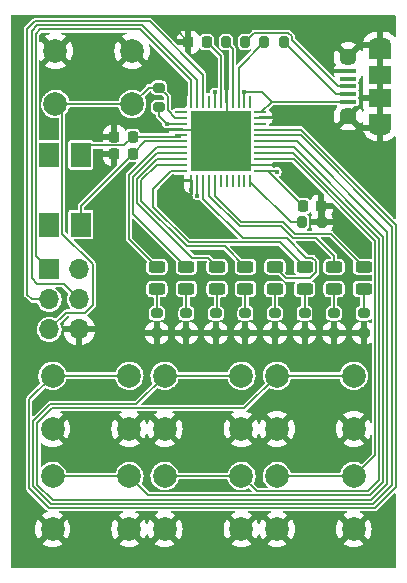
<source format=gbr>
%TF.GenerationSoftware,KiCad,Pcbnew,(6.0.11)*%
%TF.CreationDate,2023-02-27T16:04:50+00:00*%
%TF.ProjectId,HackSoc Workshop,4861636b-536f-4632-9057-6f726b73686f,rev?*%
%TF.SameCoordinates,Original*%
%TF.FileFunction,Copper,L1,Top*%
%TF.FilePolarity,Positive*%
%FSLAX46Y46*%
G04 Gerber Fmt 4.6, Leading zero omitted, Abs format (unit mm)*
G04 Created by KiCad (PCBNEW (6.0.11)) date 2023-02-27 16:04:50*
%MOMM*%
%LPD*%
G01*
G04 APERTURE LIST*
G04 Aperture macros list*
%AMRoundRect*
0 Rectangle with rounded corners*
0 $1 Rounding radius*
0 $2 $3 $4 $5 $6 $7 $8 $9 X,Y pos of 4 corners*
0 Add a 4 corners polygon primitive as box body*
4,1,4,$2,$3,$4,$5,$6,$7,$8,$9,$2,$3,0*
0 Add four circle primitives for the rounded corners*
1,1,$1+$1,$2,$3*
1,1,$1+$1,$4,$5*
1,1,$1+$1,$6,$7*
1,1,$1+$1,$8,$9*
0 Add four rect primitives between the rounded corners*
20,1,$1+$1,$2,$3,$4,$5,0*
20,1,$1+$1,$4,$5,$6,$7,0*
20,1,$1+$1,$6,$7,$8,$9,0*
20,1,$1+$1,$8,$9,$2,$3,0*%
G04 Aperture macros list end*
%TA.AperFunction,ComponentPad*%
%ADD10R,1.700000X1.700000*%
%TD*%
%TA.AperFunction,ComponentPad*%
%ADD11O,1.700000X1.700000*%
%TD*%
%TA.AperFunction,ComponentPad*%
%ADD12C,2.000000*%
%TD*%
%TA.AperFunction,SMDPad,CuDef*%
%ADD13RoundRect,0.200000X-0.200000X-0.275000X0.200000X-0.275000X0.200000X0.275000X-0.200000X0.275000X0*%
%TD*%
%TA.AperFunction,SMDPad,CuDef*%
%ADD14RoundRect,0.225000X-0.225000X-0.250000X0.225000X-0.250000X0.225000X0.250000X-0.225000X0.250000X0*%
%TD*%
%TA.AperFunction,SMDPad,CuDef*%
%ADD15RoundRect,0.225000X0.225000X0.250000X-0.225000X0.250000X-0.225000X-0.250000X0.225000X-0.250000X0*%
%TD*%
%TA.AperFunction,SMDPad,CuDef*%
%ADD16RoundRect,0.243750X0.456250X-0.243750X0.456250X0.243750X-0.456250X0.243750X-0.456250X-0.243750X0*%
%TD*%
%TA.AperFunction,SMDPad,CuDef*%
%ADD17RoundRect,0.200000X-0.275000X0.200000X-0.275000X-0.200000X0.275000X-0.200000X0.275000X0.200000X0*%
%TD*%
%TA.AperFunction,SMDPad,CuDef*%
%ADD18RoundRect,0.200000X0.275000X-0.200000X0.275000X0.200000X-0.275000X0.200000X-0.275000X-0.200000X0*%
%TD*%
%TA.AperFunction,SMDPad,CuDef*%
%ADD19R,1.350000X0.400000*%
%TD*%
%TA.AperFunction,SMDPad,CuDef*%
%ADD20R,1.900000X1.500000*%
%TD*%
%TA.AperFunction,ComponentPad*%
%ADD21O,1.900000X1.200000*%
%TD*%
%TA.AperFunction,ComponentPad*%
%ADD22C,1.450000*%
%TD*%
%TA.AperFunction,SMDPad,CuDef*%
%ADD23R,1.900000X1.200000*%
%TD*%
%TA.AperFunction,SMDPad,CuDef*%
%ADD24R,1.700000X2.100000*%
%TD*%
%TA.AperFunction,SMDPad,CuDef*%
%ADD25RoundRect,0.062500X-0.062500X0.475000X-0.062500X-0.475000X0.062500X-0.475000X0.062500X0.475000X0*%
%TD*%
%TA.AperFunction,SMDPad,CuDef*%
%ADD26RoundRect,0.062500X-0.475000X0.062500X-0.475000X-0.062500X0.475000X-0.062500X0.475000X0.062500X0*%
%TD*%
%TA.AperFunction,SMDPad,CuDef*%
%ADD27R,5.200000X5.200000*%
%TD*%
%TA.AperFunction,ViaPad*%
%ADD28C,0.400000*%
%TD*%
%TA.AperFunction,Conductor*%
%ADD29C,0.150000*%
%TD*%
G04 APERTURE END LIST*
D10*
%TO.P,J2,1,Pin_1*%
%TO.N,Net-(J2-Pad1)*%
X76975000Y-83750000D03*
D11*
%TO.P,J2,2,Pin_2*%
%TO.N,VCC*%
X79515000Y-83750000D03*
%TO.P,J2,3,Pin_3*%
%TO.N,Net-(J2-Pad3)*%
X76975000Y-86290000D03*
%TO.P,J2,4,Pin_4*%
%TO.N,Net-(J2-Pad4)*%
X79515000Y-86290000D03*
%TO.P,J2,5,Pin_5*%
%TO.N,Net-(J2-Pad5)*%
X76975000Y-88830000D03*
%TO.P,J2,6,Pin_6*%
%TO.N,GND*%
X79515000Y-88830000D03*
%TD*%
D12*
%TO.P,SW7,1,1*%
%TO.N,Net-(SW7-Pad1)*%
X96250000Y-101250000D03*
X102750000Y-101250000D03*
%TO.P,SW7,2,2*%
%TO.N,GND*%
X96250000Y-105750000D03*
X102750000Y-105750000D03*
%TD*%
%TO.P,SW6,1,1*%
%TO.N,Net-(SW6-Pad1)*%
X86750000Y-101250000D03*
X93250000Y-101250000D03*
%TO.P,SW6,2,2*%
%TO.N,GND*%
X86750000Y-105750000D03*
X93250000Y-105750000D03*
%TD*%
%TO.P,SW5,1,1*%
%TO.N,Net-(SW5-Pad1)*%
X77250000Y-101250000D03*
X83750000Y-101250000D03*
%TO.P,SW5,2,2*%
%TO.N,GND*%
X77250000Y-105750000D03*
X83750000Y-105750000D03*
%TD*%
%TO.P,SW4,1,1*%
%TO.N,Net-(SW4-Pad1)*%
X96250000Y-92750000D03*
X102750000Y-92750000D03*
%TO.P,SW4,2,2*%
%TO.N,GND*%
X96250000Y-97250000D03*
X102750000Y-97250000D03*
%TD*%
%TO.P,SW3,1,1*%
%TO.N,Net-(SW3-Pad1)*%
X86750000Y-92750000D03*
X93250000Y-92750000D03*
%TO.P,SW3,2,2*%
%TO.N,GND*%
X86750000Y-97250000D03*
X93250000Y-97250000D03*
%TD*%
%TO.P,SW2,1,1*%
%TO.N,Net-(SW2-Pad1)*%
X77250000Y-92750000D03*
X83750000Y-92750000D03*
%TO.P,SW2,2,2*%
%TO.N,GND*%
X77250000Y-97250000D03*
X83750000Y-97250000D03*
%TD*%
%TO.P,SW1,1,1*%
%TO.N,GND*%
X77500000Y-65250000D03*
X84000000Y-65250000D03*
%TO.P,SW1,2,2*%
%TO.N,Net-(J2-Pad5)*%
X77500000Y-69750000D03*
X84000000Y-69750000D03*
%TD*%
D13*
%TO.P,R3,1*%
%TO.N,Net-(R3-Pad1)*%
X95175000Y-64500000D03*
%TO.P,R3,2*%
%TO.N,Net-(J1-Pad2)*%
X96825000Y-64500000D03*
%TD*%
D14*
%TO.P,C1,1*%
%TO.N,GND*%
X88750000Y-64500000D03*
%TO.P,C1,2*%
%TO.N,Net-(C1-Pad2)*%
X90300000Y-64500000D03*
%TD*%
D15*
%TO.P,C4,1*%
%TO.N,XTAL1*%
X84025000Y-74000000D03*
%TO.P,C4,2*%
%TO.N,GND*%
X82475000Y-74000000D03*
%TD*%
D16*
%TO.P,D4,1,K*%
%TO.N,Net-(D4-Pad1)*%
X93587500Y-85412500D03*
%TO.P,D4,2,A*%
%TO.N,Net-(D4-Pad2)*%
X93587500Y-83537500D03*
%TD*%
%TO.P,D2,1,K*%
%TO.N,Net-(D2-Pad1)*%
X88587500Y-85412500D03*
%TO.P,D2,2,A*%
%TO.N,Net-(D2-Pad2)*%
X88587500Y-83537500D03*
%TD*%
D17*
%TO.P,R5,1*%
%TO.N,Net-(D1-Pad1)*%
X86087500Y-87475000D03*
%TO.P,R5,2*%
%TO.N,GND*%
X86087500Y-89125000D03*
%TD*%
%TO.P,R12,1*%
%TO.N,Net-(D8-Pad1)*%
X103587500Y-87475000D03*
%TO.P,R12,2*%
%TO.N,GND*%
X103587500Y-89125000D03*
%TD*%
%TO.P,R11,1*%
%TO.N,Net-(D7-Pad1)*%
X101087500Y-87475000D03*
%TO.P,R11,2*%
%TO.N,GND*%
X101087500Y-89125000D03*
%TD*%
D18*
%TO.P,R1,1*%
%TO.N,VCC*%
X86250000Y-70000000D03*
%TO.P,R1,2*%
%TO.N,Net-(J2-Pad5)*%
X86250000Y-68350000D03*
%TD*%
D16*
%TO.P,D8,1,K*%
%TO.N,Net-(D8-Pad1)*%
X103587500Y-85412500D03*
%TO.P,D8,2,A*%
%TO.N,Net-(D8-Pad2)*%
X103587500Y-83537500D03*
%TD*%
D17*
%TO.P,R10,1*%
%TO.N,Net-(D6-Pad1)*%
X98587500Y-87475000D03*
%TO.P,R10,2*%
%TO.N,GND*%
X98587500Y-89125000D03*
%TD*%
D16*
%TO.P,D1,1,K*%
%TO.N,Net-(D1-Pad1)*%
X86087500Y-85412500D03*
%TO.P,D1,2,A*%
%TO.N,Net-(D1-Pad2)*%
X86087500Y-83537500D03*
%TD*%
D13*
%TO.P,R4,1*%
%TO.N,Net-(R4-Pad1)*%
X98400000Y-79750000D03*
%TO.P,R4,2*%
%TO.N,GND*%
X100050000Y-79750000D03*
%TD*%
D19*
%TO.P,J1,1,VBUS*%
%TO.N,VCC*%
X102287500Y-69550000D03*
%TO.P,J1,2,D-*%
%TO.N,Net-(J1-Pad2)*%
X102287500Y-68900000D03*
%TO.P,J1,3,D+*%
%TO.N,Net-(J1-Pad3)*%
X102287500Y-68250000D03*
%TO.P,J1,4,ID*%
%TO.N,unconnected-(J1-Pad4)*%
X102287500Y-67600000D03*
%TO.P,J1,5,GND*%
%TO.N,GND*%
X102287500Y-66950000D03*
D20*
%TO.P,J1,6,Shield*%
X104987500Y-67250000D03*
D21*
X104987500Y-71750000D03*
D22*
X102287500Y-65750000D03*
D23*
X104987500Y-65350000D03*
D22*
X102287500Y-70750000D03*
D20*
X104987500Y-69250000D03*
D21*
X104987500Y-64750000D03*
D23*
X104987500Y-71150000D03*
%TD*%
D24*
%TO.P,Y1,1,1*%
%TO.N,XTAL1*%
X79650000Y-79950000D03*
%TO.P,Y1,2,2*%
%TO.N,XTAL2*%
X79650000Y-74050000D03*
%TO.P,Y1,3*%
%TO.N,N/C*%
X76950000Y-74050000D03*
%TO.P,Y1,4*%
X76950000Y-79950000D03*
%TD*%
D16*
%TO.P,D7,1,K*%
%TO.N,Net-(D7-Pad1)*%
X101087500Y-85412500D03*
%TO.P,D7,2,A*%
%TO.N,Net-(D7-Pad2)*%
X101087500Y-83537500D03*
%TD*%
D17*
%TO.P,R7,1*%
%TO.N,Net-(D3-Pad1)*%
X91087500Y-87475000D03*
%TO.P,R7,2*%
%TO.N,GND*%
X91087500Y-89125000D03*
%TD*%
D16*
%TO.P,D5,1,K*%
%TO.N,Net-(D5-Pad1)*%
X96087500Y-85412500D03*
%TO.P,D5,2,A*%
%TO.N,Net-(D5-Pad2)*%
X96087500Y-83537500D03*
%TD*%
D17*
%TO.P,R9,1*%
%TO.N,Net-(D5-Pad1)*%
X96087500Y-87475000D03*
%TO.P,R9,2*%
%TO.N,GND*%
X96087500Y-89125000D03*
%TD*%
D25*
%TO.P,U1,1,PE6*%
%TO.N,unconnected-(U1-Pad1)*%
X94000000Y-69570000D03*
%TO.P,U1,2,UVCC*%
%TO.N,VCC*%
X93500000Y-69570000D03*
%TO.P,U1,3,D-*%
%TO.N,Net-(R3-Pad1)*%
X93000000Y-69570000D03*
%TO.P,U1,4,D+*%
%TO.N,Net-(R2-Pad1)*%
X92500000Y-69570000D03*
%TO.P,U1,5,UGND*%
%TO.N,GND*%
X92000000Y-69570000D03*
%TO.P,U1,6,UCAP*%
%TO.N,Net-(C1-Pad2)*%
X91500000Y-69570000D03*
%TO.P,U1,7,VBUS*%
%TO.N,VCC*%
X91000000Y-69570000D03*
%TO.P,U1,8,PB0*%
%TO.N,unconnected-(U1-Pad8)*%
X90500000Y-69570000D03*
%TO.P,U1,9,PB1*%
%TO.N,Net-(J2-Pad3)*%
X90000000Y-69570000D03*
%TO.P,U1,10,PB2*%
%TO.N,Net-(J2-Pad4)*%
X89500000Y-69570000D03*
%TO.P,U1,11,PB3*%
%TO.N,Net-(J2-Pad1)*%
X89000000Y-69570000D03*
D26*
%TO.P,U1,12,PB7*%
%TO.N,unconnected-(U1-Pad12)*%
X88162500Y-70407500D03*
%TO.P,U1,13,~{RESET}*%
%TO.N,Net-(J2-Pad5)*%
X88162500Y-70907500D03*
%TO.P,U1,14,VCC*%
%TO.N,VCC*%
X88162500Y-71407500D03*
%TO.P,U1,15,GND*%
%TO.N,GND*%
X88162500Y-71907500D03*
%TO.P,U1,16,XTAL2*%
%TO.N,XTAL2*%
X88162500Y-72407500D03*
%TO.P,U1,17,XTAL1*%
%TO.N,XTAL1*%
X88162500Y-72907500D03*
%TO.P,U1,18,PD0*%
%TO.N,Net-(D1-Pad2)*%
X88162500Y-73407500D03*
%TO.P,U1,19,PD1*%
%TO.N,Net-(D2-Pad2)*%
X88162500Y-73907500D03*
%TO.P,U1,20,PD2*%
%TO.N,Net-(D3-Pad2)*%
X88162500Y-74407500D03*
%TO.P,U1,21,PD3*%
%TO.N,Net-(D4-Pad2)*%
X88162500Y-74907500D03*
%TO.P,U1,22,PD5*%
%TO.N,Net-(D6-Pad2)*%
X88162500Y-75407500D03*
D25*
%TO.P,U1,23,GND*%
%TO.N,GND*%
X89000000Y-76245000D03*
%TO.P,U1,24,AVCC*%
%TO.N,VCC*%
X89500000Y-76245000D03*
%TO.P,U1,25,PD4*%
%TO.N,Net-(D5-Pad2)*%
X90000000Y-76245000D03*
%TO.P,U1,26,PD6*%
%TO.N,Net-(D7-Pad2)*%
X90500000Y-76245000D03*
%TO.P,U1,27,PD7*%
%TO.N,Net-(D8-Pad2)*%
X91000000Y-76245000D03*
%TO.P,U1,28,PB4*%
%TO.N,unconnected-(U1-Pad28)*%
X91500000Y-76245000D03*
%TO.P,U1,29,PB5*%
%TO.N,unconnected-(U1-Pad29)*%
X92000000Y-76245000D03*
%TO.P,U1,30,PB6*%
%TO.N,unconnected-(U1-Pad30)*%
X92500000Y-76245000D03*
%TO.P,U1,31,PC6*%
%TO.N,unconnected-(U1-Pad31)*%
X93000000Y-76245000D03*
%TO.P,U1,32,PC7*%
%TO.N,unconnected-(U1-Pad32)*%
X93500000Y-76245000D03*
%TO.P,U1,33,~{HWB}/PE2*%
%TO.N,Net-(R4-Pad1)*%
X94000000Y-76245000D03*
D26*
%TO.P,U1,34,VCC*%
%TO.N,VCC*%
X94837500Y-75407500D03*
%TO.P,U1,35,GND*%
%TO.N,GND*%
X94837500Y-74907500D03*
%TO.P,U1,36,PF7*%
%TO.N,Net-(SW7-Pad1)*%
X94837500Y-74407500D03*
%TO.P,U1,37,PF6*%
%TO.N,Net-(SW6-Pad1)*%
X94837500Y-73907500D03*
%TO.P,U1,38,PF5*%
%TO.N,Net-(SW5-Pad1)*%
X94837500Y-73407500D03*
%TO.P,U1,39,PF4*%
%TO.N,Net-(SW4-Pad1)*%
X94837500Y-72907500D03*
%TO.P,U1,40,PF1*%
%TO.N,Net-(SW3-Pad1)*%
X94837500Y-72407500D03*
%TO.P,U1,41,PF0*%
%TO.N,Net-(SW2-Pad1)*%
X94837500Y-71907500D03*
%TO.P,U1,42,AREF*%
%TO.N,unconnected-(U1-Pad42)*%
X94837500Y-71407500D03*
%TO.P,U1,43,GND*%
%TO.N,GND*%
X94837500Y-70907500D03*
%TO.P,U1,44,AVCC*%
%TO.N,VCC*%
X94837500Y-70407500D03*
D27*
%TO.P,U1,45,GND*%
%TO.N,GND*%
X91500000Y-72907500D03*
%TD*%
D16*
%TO.P,D3,1,K*%
%TO.N,Net-(D3-Pad1)*%
X91187500Y-85412500D03*
%TO.P,D3,2,A*%
%TO.N,Net-(D3-Pad2)*%
X91187500Y-83537500D03*
%TD*%
D14*
%TO.P,C2,1*%
%TO.N,VCC*%
X98475000Y-78400000D03*
%TO.P,C2,2*%
%TO.N,GND*%
X100025000Y-78400000D03*
%TD*%
D16*
%TO.P,D6,1,K*%
%TO.N,Net-(D6-Pad1)*%
X98587500Y-85412500D03*
%TO.P,D6,2,A*%
%TO.N,Net-(D6-Pad2)*%
X98587500Y-83537500D03*
%TD*%
D17*
%TO.P,R8,1*%
%TO.N,Net-(D4-Pad1)*%
X93587500Y-87475000D03*
%TO.P,R8,2*%
%TO.N,GND*%
X93587500Y-89125000D03*
%TD*%
D15*
%TO.P,C3,1*%
%TO.N,XTAL2*%
X84025000Y-72500000D03*
%TO.P,C3,2*%
%TO.N,GND*%
X82475000Y-72500000D03*
%TD*%
D13*
%TO.P,R2,1*%
%TO.N,Net-(R2-Pad1)*%
X91925000Y-64500000D03*
%TO.P,R2,2*%
%TO.N,Net-(J1-Pad3)*%
X93575000Y-64500000D03*
%TD*%
D17*
%TO.P,R6,1*%
%TO.N,Net-(D2-Pad1)*%
X88587500Y-87475000D03*
%TO.P,R6,2*%
%TO.N,GND*%
X88587500Y-89125000D03*
%TD*%
D28*
%TO.N,GND*%
X87750000Y-63500000D03*
X89000000Y-77000000D03*
%TO.N,VCC*%
X91000000Y-68750000D03*
X89500000Y-77500000D03*
X86907500Y-71407500D03*
X93500000Y-68750000D03*
X96250000Y-75500000D03*
%TD*%
D29*
%TO.N,Net-(D5-Pad2)*%
X90000000Y-76345000D02*
X90000000Y-77750000D01*
X93350000Y-81100000D02*
X97075000Y-81100000D01*
X99562500Y-83078877D02*
X99562500Y-83996123D01*
X99058623Y-84500000D02*
X97050000Y-84500000D01*
X90000000Y-77750000D02*
X93350000Y-81100000D01*
X97075000Y-81100000D02*
X98750000Y-82775000D01*
X98750000Y-82775000D02*
X99258623Y-82775000D01*
X99258623Y-82775000D02*
X99562500Y-83078877D01*
X99562500Y-83996123D02*
X99058623Y-84500000D01*
X97050000Y-84500000D02*
X96087500Y-83537500D01*
%TO.N,Net-(D7-Pad2)*%
X90500000Y-76345000D02*
X90500000Y-77494974D01*
X90500000Y-77494974D02*
X93105026Y-80100000D01*
X101087500Y-82587500D02*
X101087500Y-83537500D01*
X93105026Y-80100000D02*
X96605026Y-80100000D01*
X96605026Y-80100000D02*
X97605026Y-81100000D01*
X97605026Y-81100000D02*
X99600000Y-81100000D01*
X99600000Y-81100000D02*
X101087500Y-82587500D01*
%TO.N,GND*%
X94837500Y-74907500D02*
X93500000Y-74907500D01*
X93500000Y-74907500D02*
X91500000Y-72907500D01*
%TO.N,Net-(J2-Pad5)*%
X77500000Y-69750000D02*
X78075000Y-70325000D01*
X78075000Y-70325000D02*
X78075000Y-80719009D01*
X78075000Y-80719009D02*
X80640000Y-83284009D01*
X78390000Y-87415000D02*
X76975000Y-88830000D01*
X80640000Y-83284009D02*
X80640000Y-86755991D01*
X80640000Y-86755991D02*
X79980991Y-87415000D01*
X79980991Y-87415000D02*
X78390000Y-87415000D01*
%TO.N,Net-(J2-Pad1)*%
X89000000Y-69470000D02*
X89000000Y-67750000D01*
X89000000Y-67750000D02*
X84675000Y-63425000D01*
X84675000Y-63425000D02*
X76225000Y-63425000D01*
X76225000Y-63425000D02*
X75825000Y-63825000D01*
X75825000Y-63825000D02*
X75825000Y-82600000D01*
X75825000Y-82600000D02*
X76975000Y-83750000D01*
%TO.N,Net-(J2-Pad3)*%
X90000000Y-69470000D02*
X90000000Y-67250000D01*
X75125000Y-85875000D02*
X75540000Y-86290000D01*
X90000000Y-67250000D02*
X85475000Y-62725000D01*
X85475000Y-62725000D02*
X75780025Y-62725000D01*
X75780025Y-62725000D02*
X75125000Y-63380026D01*
X75125000Y-63380026D02*
X75125000Y-85875000D01*
X75540000Y-86290000D02*
X76975000Y-86290000D01*
%TO.N,Net-(J2-Pad4)*%
X89500000Y-69470000D02*
X89500000Y-67750000D01*
X89500000Y-67750000D02*
X84825000Y-63075000D01*
X84825000Y-63075000D02*
X75925000Y-63075000D01*
X75925000Y-63075000D02*
X75475000Y-63525000D01*
X75475000Y-63525000D02*
X75475000Y-84500000D01*
X75475000Y-84500000D02*
X75975000Y-85000000D01*
X75975000Y-85000000D02*
X78225000Y-85000000D01*
X78225000Y-85000000D02*
X79515000Y-86290000D01*
%TO.N,GND*%
X88162500Y-71907500D02*
X90500000Y-71907500D01*
X90500000Y-71907500D02*
X91500000Y-72907500D01*
%TO.N,XTAL2*%
X83275000Y-73250000D02*
X80450000Y-73250000D01*
X84025000Y-72500000D02*
X83275000Y-73250000D01*
X79650000Y-74050000D02*
X80450000Y-73250000D01*
%TO.N,Net-(J2-Pad5)*%
X77500000Y-69750000D02*
X84000000Y-69750000D01*
X86250000Y-68350000D02*
X85400000Y-68350000D01*
X85400000Y-68350000D02*
X84000000Y-69750000D01*
X88162500Y-70907500D02*
X87647703Y-70907500D01*
X87647703Y-70907500D02*
X87000000Y-70259797D01*
X87000000Y-70259797D02*
X87000000Y-69100000D01*
X87000000Y-69100000D02*
X86250000Y-68350000D01*
%TO.N,VCC*%
X86250000Y-70000000D02*
X86250000Y-70750000D01*
X86250000Y-70750000D02*
X86907500Y-71407500D01*
%TO.N,Net-(SW2-Pad1)*%
X77250000Y-92750000D02*
X75275000Y-94725000D01*
X76960052Y-103950000D02*
X104544974Y-103950000D01*
X75275000Y-94725000D02*
X75275000Y-102264948D01*
X106350000Y-102144974D02*
X106350000Y-79987526D01*
X75275000Y-102264948D02*
X76960052Y-103950000D01*
X98269974Y-71907500D02*
X94837500Y-71907500D01*
X104544974Y-103950000D02*
X106350000Y-102144974D01*
X106350000Y-79987526D02*
X98269974Y-71907500D01*
%TO.N,Net-(SW3-Pad1)*%
X86750000Y-92750000D02*
X84350000Y-95150000D01*
X98275000Y-72407500D02*
X94937500Y-72407500D01*
X84350000Y-95150000D02*
X77051903Y-95150000D01*
X106000000Y-80132500D02*
X98275000Y-72407500D01*
X77051903Y-95150000D02*
X75625000Y-96576903D01*
X75625000Y-96576903D02*
X75625000Y-102119974D01*
X75625000Y-102119974D02*
X77105026Y-103600000D01*
X77105026Y-103600000D02*
X104400000Y-103600000D01*
X104400000Y-103600000D02*
X106000000Y-102000000D01*
X106000000Y-102000000D02*
X106000000Y-80132500D01*
%TO.N,Net-(SW4-Pad1)*%
X96250000Y-92750000D02*
X93500000Y-95500000D01*
X97975000Y-72907500D02*
X94937500Y-72907500D01*
X93500000Y-95500000D02*
X77196877Y-95500000D01*
X77196877Y-95500000D02*
X75975000Y-96721877D01*
X75975000Y-96721877D02*
X75975000Y-101975000D01*
X75975000Y-101975000D02*
X77250000Y-103250000D01*
X77250000Y-103250000D02*
X104250000Y-103250000D01*
X104250000Y-103250000D02*
X105612500Y-101887500D01*
X105612500Y-101887500D02*
X105612500Y-80545000D01*
X105612500Y-80545000D02*
X97975000Y-72907500D01*
%TO.N,Net-(SW7-Pad1)*%
X96250000Y-101250000D02*
X102750000Y-101250000D01*
%TO.N,Net-(SW6-Pad1)*%
X86750000Y-101250000D02*
X93250000Y-101250000D01*
%TO.N,Net-(SW5-Pad1)*%
X77250000Y-101250000D02*
X83750000Y-101250000D01*
%TO.N,Net-(SW2-Pad1)*%
X77250000Y-92750000D02*
X83750000Y-92750000D01*
%TO.N,Net-(SW4-Pad1)*%
X96250000Y-92750000D02*
X102750000Y-92750000D01*
%TO.N,Net-(SW3-Pad1)*%
X86750000Y-92750000D02*
X93250000Y-92750000D01*
%TO.N,Net-(SW5-Pad1)*%
X83750000Y-101250000D02*
X85375000Y-102875000D01*
X85375000Y-102875000D02*
X104125000Y-102875000D01*
X105262500Y-101737500D02*
X105262500Y-80995000D01*
X104125000Y-102875000D02*
X105262500Y-101737500D01*
X105262500Y-80995000D02*
X97675000Y-73407500D01*
X97675000Y-73407500D02*
X94937500Y-73407500D01*
%TO.N,Net-(SW6-Pad1)*%
X104912500Y-81167526D02*
X104912500Y-101587500D01*
X93250000Y-101250000D02*
X94525000Y-102525000D01*
X94525000Y-102525000D02*
X103975000Y-102525000D01*
X103975000Y-102525000D02*
X104912500Y-101587500D01*
%TO.N,Net-(SW7-Pad1)*%
X104562500Y-81312500D02*
X104562500Y-99187500D01*
X102750000Y-101250000D02*
X104562500Y-99437500D01*
X104562500Y-99437500D02*
X104562500Y-99187500D01*
%TO.N,GND*%
X92000000Y-72407500D02*
X91500000Y-72907500D01*
X92000000Y-69570000D02*
X92000000Y-72407500D01*
X89000000Y-76245000D02*
X89000000Y-77000000D01*
X88750000Y-64500000D02*
X87750000Y-63500000D01*
%TO.N,Net-(C1-Pad2)*%
X91500000Y-65700000D02*
X90300000Y-64500000D01*
X91500000Y-69470000D02*
X91500000Y-65700000D01*
%TO.N,VCC*%
X96157500Y-75407500D02*
X96250000Y-75500000D01*
X94995000Y-68750000D02*
X95795000Y-69550000D01*
X95482500Y-75407500D02*
X98475000Y-78400000D01*
X89500000Y-76345000D02*
X89500000Y-77500000D01*
X88162500Y-71407500D02*
X86907500Y-71407500D01*
X94937500Y-75407500D02*
X95482500Y-75407500D01*
X94837500Y-75407500D02*
X96157500Y-75407500D01*
X93500000Y-69570000D02*
X93500000Y-68750000D01*
X91000000Y-69570000D02*
X91000000Y-68750000D01*
X95795000Y-69550000D02*
X94937500Y-70407500D01*
X93500000Y-68750000D02*
X94995000Y-68750000D01*
X102287500Y-69550000D02*
X95795000Y-69550000D01*
%TO.N,XTAL2*%
X88070000Y-72500000D02*
X88162500Y-72407500D01*
X84025000Y-72500000D02*
X88070000Y-72500000D01*
%TO.N,XTAL1*%
X88162500Y-72907500D02*
X85117500Y-72907500D01*
X85117500Y-72907500D02*
X84025000Y-74000000D01*
X79650000Y-79950000D02*
X79650000Y-78375000D01*
X79650000Y-78375000D02*
X84025000Y-74000000D01*
%TO.N,Net-(J1-Pad2)*%
X102287500Y-68900000D02*
X101225000Y-68900000D01*
X101225000Y-68900000D02*
X96825000Y-64500000D01*
%TO.N,Net-(J1-Pad3)*%
X97500000Y-64287500D02*
X97500000Y-64028249D01*
X97500000Y-64028249D02*
X97221751Y-63750000D01*
X97221751Y-63750000D02*
X94325000Y-63750000D01*
X102287500Y-68250000D02*
X101462500Y-68250000D01*
X94325000Y-63750000D02*
X93575000Y-64500000D01*
X101462500Y-68250000D02*
X97500000Y-64287500D01*
%TO.N,Net-(R2-Pad1)*%
X92500000Y-65075000D02*
X91925000Y-64500000D01*
X92500000Y-69470000D02*
X92500000Y-65075000D01*
%TO.N,Net-(R3-Pad1)*%
X95175000Y-64500000D02*
X93000000Y-66675000D01*
X93000000Y-66675000D02*
X93000000Y-69470000D01*
%TO.N,Net-(R4-Pad1)*%
X97405000Y-79750000D02*
X98400000Y-79750000D01*
X94000000Y-76345000D02*
X97405000Y-79750000D01*
%TO.N,Net-(D1-Pad1)*%
X86087500Y-85412500D02*
X86087500Y-87475000D01*
%TO.N,Net-(D2-Pad1)*%
X88587500Y-87475000D02*
X88587500Y-85412500D01*
%TO.N,Net-(D3-Pad1)*%
X91187500Y-87375000D02*
X91087500Y-87475000D01*
X91187500Y-85412500D02*
X91187500Y-87375000D01*
%TO.N,Net-(D4-Pad1)*%
X93587500Y-87475000D02*
X93587500Y-85412500D01*
%TO.N,Net-(D5-Pad1)*%
X96087500Y-85412500D02*
X96087500Y-87475000D01*
%TO.N,Net-(D6-Pad1)*%
X98587500Y-87475000D02*
X98587500Y-85412500D01*
%TO.N,Net-(D7-Pad1)*%
X101087500Y-85412500D02*
X101087500Y-87475000D01*
%TO.N,Net-(D8-Pad1)*%
X103587500Y-85412500D02*
X103587500Y-87475000D01*
%TO.N,Net-(SW6-Pad1)*%
X97652474Y-73907500D02*
X104912500Y-81167526D01*
X94937500Y-73907500D02*
X97652474Y-73907500D01*
%TO.N,Net-(SW7-Pad1)*%
X94937500Y-74407500D02*
X97657500Y-74407500D01*
X97657500Y-74407500D02*
X104562500Y-81312500D01*
%TO.N,Net-(D1-Pad2)*%
X83725000Y-75775000D02*
X86092500Y-73407500D01*
X83725000Y-81175000D02*
X83725000Y-75775000D01*
X86087500Y-83537500D02*
X83725000Y-81175000D01*
X86092500Y-73407500D02*
X88162500Y-73407500D01*
%TO.N,Net-(D2-Pad2)*%
X86092500Y-73907500D02*
X88162500Y-73907500D01*
X84075000Y-75925000D02*
X86092500Y-73907500D01*
X84075000Y-79025000D02*
X88587500Y-83537500D01*
X84075000Y-79025000D02*
X84075000Y-75925000D01*
%TO.N,Net-(D3-Pad2)*%
X86092500Y-74407500D02*
X88162500Y-74407500D01*
X90425000Y-82775000D02*
X91187500Y-83537500D01*
X84425000Y-78097448D02*
X89102552Y-82775000D01*
X84425000Y-78097448D02*
X84425000Y-76075000D01*
X89102552Y-82775000D02*
X90425000Y-82775000D01*
X84425000Y-76075000D02*
X86092500Y-74407500D01*
%TO.N,Net-(D4-Pad2)*%
X84775000Y-77952474D02*
X88622526Y-81800000D01*
X84775000Y-76219974D02*
X86087474Y-74907500D01*
X84775000Y-77952474D02*
X84775000Y-76219974D01*
X86087474Y-74907500D02*
X88162500Y-74907500D01*
X91850000Y-81800000D02*
X93587500Y-83537500D01*
X88622526Y-81800000D02*
X91850000Y-81800000D01*
%TO.N,Net-(D6-Pad2)*%
X85800000Y-78482500D02*
X85800000Y-76907500D01*
X85800000Y-76907500D02*
X87300000Y-75407500D01*
X98587500Y-83537500D02*
X96500000Y-81450000D01*
X88767500Y-81450000D02*
X85800000Y-78482500D01*
X96500000Y-81450000D02*
X88767500Y-81450000D01*
X87300000Y-75407500D02*
X88062500Y-75407500D01*
%TO.N,Net-(D8-Pad2)*%
X100800000Y-80750000D02*
X103587500Y-83537500D01*
X96750000Y-79750000D02*
X97750000Y-80750000D01*
X91000000Y-76345000D02*
X91000000Y-77500000D01*
X97750000Y-80750000D02*
X100800000Y-80750000D01*
X91000000Y-77500000D02*
X93250000Y-79750000D01*
X93250000Y-79750000D02*
X96750000Y-79750000D01*
%TD*%
%TA.AperFunction,Conductor*%
%TO.N,GND*%
G36*
X106281487Y-62218513D02*
G01*
X106299500Y-62262000D01*
X106299500Y-63998093D01*
X106281487Y-64041580D01*
X106238000Y-64059593D01*
X106194513Y-64041580D01*
X106187838Y-64033675D01*
X106181754Y-64025097D01*
X106177952Y-64020693D01*
X106029452Y-63878536D01*
X106024883Y-63874927D01*
X105852176Y-63763411D01*
X105847011Y-63760734D01*
X105656336Y-63683890D01*
X105650745Y-63682234D01*
X105448284Y-63642696D01*
X105443908Y-63642164D01*
X105441296Y-63642036D01*
X105439799Y-63642000D01*
X105253734Y-63642000D01*
X105245083Y-63645583D01*
X105241500Y-63654234D01*
X105241500Y-72845766D01*
X105245083Y-72854417D01*
X105253734Y-72858000D01*
X105388872Y-72858000D01*
X105391772Y-72857862D01*
X105545060Y-72843237D01*
X105550777Y-72842136D01*
X105748036Y-72784267D01*
X105753450Y-72782102D01*
X105936212Y-72687973D01*
X105941109Y-72684829D01*
X106102772Y-72557841D01*
X106106992Y-72553822D01*
X106191550Y-72456378D01*
X106233657Y-72435339D01*
X106278307Y-72450235D01*
X106299500Y-72496685D01*
X106299500Y-79398936D01*
X106281487Y-79442423D01*
X106238000Y-79460436D01*
X106194513Y-79442423D01*
X98763824Y-72011734D01*
X103560847Y-72011734D01*
X103584414Y-72109526D01*
X103586310Y-72115032D01*
X103671396Y-72302168D01*
X103674307Y-72307231D01*
X103793241Y-72474896D01*
X103797048Y-72479307D01*
X103945548Y-72621464D01*
X103950117Y-72625073D01*
X104122824Y-72736589D01*
X104127989Y-72739266D01*
X104318664Y-72816110D01*
X104324255Y-72817766D01*
X104526716Y-72857304D01*
X104531092Y-72857836D01*
X104533704Y-72857964D01*
X104535201Y-72858000D01*
X104721266Y-72858000D01*
X104729917Y-72854417D01*
X104733500Y-72845766D01*
X104733500Y-72016234D01*
X104729917Y-72007583D01*
X104721266Y-72004000D01*
X103571217Y-72004000D01*
X103562566Y-72007583D01*
X103560847Y-72011734D01*
X98763824Y-72011734D01*
X98535338Y-71783248D01*
X101618530Y-71783248D01*
X101620600Y-71788246D01*
X101666448Y-71820350D01*
X101671077Y-71823022D01*
X101861746Y-71911933D01*
X101866773Y-71913762D01*
X102069978Y-71968211D01*
X102075248Y-71969140D01*
X102284825Y-71987476D01*
X102290175Y-71987476D01*
X102499752Y-71969140D01*
X102505022Y-71968211D01*
X102708227Y-71913762D01*
X102713254Y-71911933D01*
X102903923Y-71823022D01*
X102908552Y-71820350D01*
X102951517Y-71790265D01*
X102956548Y-71782367D01*
X102955378Y-71777088D01*
X102296151Y-71117861D01*
X102287500Y-71114278D01*
X102278849Y-71117861D01*
X101622113Y-71774597D01*
X101618530Y-71783248D01*
X98535338Y-71783248D01*
X98488250Y-71736160D01*
X98480602Y-71726841D01*
X98471963Y-71713912D01*
X98468598Y-71708876D01*
X98445597Y-71693507D01*
X98445596Y-71693506D01*
X98405949Y-71667015D01*
X98394870Y-71659612D01*
X98382503Y-71651348D01*
X98382500Y-71651347D01*
X98377469Y-71647985D01*
X98297107Y-71632000D01*
X98297106Y-71632000D01*
X98269974Y-71626603D01*
X98264032Y-71627785D01*
X98248784Y-71630818D01*
X98236786Y-71632000D01*
X95623366Y-71632000D01*
X95579879Y-71613987D01*
X95561866Y-71570500D01*
X95563048Y-71558502D01*
X95573190Y-71507516D01*
X95600759Y-71469044D01*
X95600212Y-71468331D01*
X95602562Y-71466528D01*
X95602758Y-71466254D01*
X95603408Y-71465879D01*
X95716188Y-71379340D01*
X95721839Y-71373689D01*
X95808377Y-71260909D01*
X95812373Y-71253988D01*
X95866773Y-71122655D01*
X95868842Y-71114933D01*
X95878098Y-71044628D01*
X95875675Y-71035584D01*
X95870334Y-71032500D01*
X94774000Y-71032500D01*
X94730513Y-71014487D01*
X94712500Y-70971000D01*
X94712500Y-70844000D01*
X94730513Y-70800513D01*
X94774000Y-70782500D01*
X95867461Y-70782500D01*
X95876112Y-70778917D01*
X95878473Y-70773217D01*
X95868842Y-70700067D01*
X95866773Y-70692345D01*
X95812373Y-70561011D01*
X95808377Y-70554090D01*
X95721840Y-70441312D01*
X95716189Y-70435661D01*
X95603406Y-70349121D01*
X95602752Y-70348743D01*
X95602554Y-70348467D01*
X95600211Y-70346669D01*
X95600757Y-70345958D01*
X95573188Y-70307482D01*
X95561422Y-70248324D01*
X95561421Y-70248322D01*
X95560240Y-70242383D01*
X95556876Y-70237349D01*
X95555142Y-70233162D01*
X95555143Y-70186092D01*
X95568474Y-70166142D01*
X95891103Y-69843513D01*
X95934590Y-69825500D01*
X101319800Y-69825500D01*
X101363287Y-69843513D01*
X101381300Y-69887000D01*
X101363287Y-69930487D01*
X101341256Y-69952518D01*
X101337821Y-69956612D01*
X101217151Y-70128948D01*
X101214478Y-70133577D01*
X101125567Y-70324246D01*
X101123738Y-70329273D01*
X101069289Y-70532478D01*
X101068360Y-70537748D01*
X101050024Y-70747325D01*
X101050024Y-70752675D01*
X101068360Y-70962252D01*
X101069289Y-70967522D01*
X101123738Y-71170727D01*
X101125567Y-71175754D01*
X101214478Y-71366423D01*
X101217150Y-71371052D01*
X101247235Y-71414017D01*
X101255133Y-71419048D01*
X101260412Y-71417878D01*
X101928290Y-70750000D01*
X102651778Y-70750000D01*
X102655361Y-70758651D01*
X103312097Y-71415387D01*
X103320748Y-71418970D01*
X103325746Y-71416900D01*
X103357850Y-71371052D01*
X103360522Y-71366423D01*
X103412263Y-71255465D01*
X103446967Y-71223665D01*
X103493992Y-71225718D01*
X103525792Y-71260422D01*
X103529501Y-71281456D01*
X103529501Y-71483766D01*
X103533084Y-71492417D01*
X103541735Y-71496000D01*
X104721266Y-71496000D01*
X104729917Y-71492417D01*
X104733500Y-71483766D01*
X104733500Y-69516234D01*
X104729917Y-69507583D01*
X104721266Y-69504000D01*
X103541735Y-69504000D01*
X103533084Y-69507583D01*
X103529501Y-69516234D01*
X103529501Y-70046419D01*
X103529682Y-70049751D01*
X103535831Y-70106371D01*
X103537603Y-70113821D01*
X103585787Y-70242352D01*
X103587492Y-70245466D01*
X103592575Y-70292261D01*
X103587492Y-70304534D01*
X103585787Y-70307648D01*
X103571296Y-70346303D01*
X103539164Y-70380700D01*
X103492122Y-70382301D01*
X103457725Y-70350169D01*
X103454306Y-70340633D01*
X103451261Y-70329270D01*
X103449433Y-70324246D01*
X103360522Y-70133577D01*
X103357850Y-70128948D01*
X103327765Y-70085983D01*
X103319867Y-70080952D01*
X103314588Y-70082122D01*
X102655361Y-70741349D01*
X102651778Y-70750000D01*
X101928290Y-70750000D01*
X102709777Y-69968513D01*
X102753264Y-69950500D01*
X102982248Y-69950500D01*
X103040731Y-69938867D01*
X103107052Y-69894552D01*
X103151367Y-69828231D01*
X103163000Y-69769748D01*
X103163000Y-69330252D01*
X103151367Y-69271769D01*
X103142947Y-69259168D01*
X103133764Y-69213003D01*
X103142947Y-69190832D01*
X103143860Y-69189466D01*
X103151367Y-69178231D01*
X103163000Y-69119748D01*
X103163000Y-68680252D01*
X103151367Y-68621769D01*
X103142947Y-68609168D01*
X103133764Y-68563003D01*
X103142947Y-68540832D01*
X103143477Y-68540039D01*
X103151367Y-68528231D01*
X103163000Y-68469748D01*
X103163000Y-68030252D01*
X103151367Y-67971769D01*
X103142947Y-67959168D01*
X103133764Y-67913003D01*
X103142947Y-67890832D01*
X103143777Y-67889590D01*
X103151367Y-67878231D01*
X103163000Y-67819748D01*
X103163000Y-67660027D01*
X103181013Y-67616540D01*
X103202912Y-67602440D01*
X103204864Y-67601708D01*
X103212465Y-67597547D01*
X103321900Y-67515530D01*
X103328030Y-67509400D01*
X103410047Y-67399965D01*
X103414057Y-67392640D01*
X103450740Y-67363146D01*
X103497535Y-67368230D01*
X103527029Y-67404913D01*
X103529501Y-67422174D01*
X103529501Y-68046419D01*
X103529682Y-68049751D01*
X103535831Y-68106371D01*
X103537603Y-68113821D01*
X103580561Y-68228412D01*
X103580561Y-68271588D01*
X103537603Y-68386178D01*
X103535831Y-68393630D01*
X103529680Y-68450251D01*
X103529500Y-68453579D01*
X103529500Y-68983766D01*
X103533083Y-68992417D01*
X103541734Y-68996000D01*
X104721266Y-68996000D01*
X104729917Y-68992417D01*
X104733500Y-68983766D01*
X104733500Y-65016234D01*
X104729917Y-65007583D01*
X104721266Y-65004000D01*
X103541734Y-65004000D01*
X103533083Y-65007583D01*
X103529500Y-65016234D01*
X103529500Y-65218543D01*
X103511487Y-65262030D01*
X103468000Y-65280043D01*
X103424513Y-65262030D01*
X103412262Y-65244534D01*
X103360522Y-65133576D01*
X103357850Y-65128948D01*
X103327765Y-65085983D01*
X103319867Y-65080952D01*
X103314588Y-65082122D01*
X102330987Y-66065723D01*
X102287500Y-66083736D01*
X102244013Y-66065723D01*
X101262903Y-65084613D01*
X101254252Y-65081030D01*
X101249254Y-65083100D01*
X101217150Y-65128948D01*
X101214478Y-65133577D01*
X101125567Y-65324246D01*
X101123738Y-65329273D01*
X101069289Y-65532478D01*
X101068360Y-65537748D01*
X101050024Y-65747325D01*
X101050024Y-65752675D01*
X101068360Y-65962252D01*
X101069289Y-65967522D01*
X101123738Y-66170727D01*
X101125567Y-66175754D01*
X101214478Y-66366423D01*
X101216208Y-66369420D01*
X101222348Y-66416088D01*
X101212158Y-66437049D01*
X101164958Y-66500029D01*
X101160788Y-66507646D01*
X101112603Y-66636178D01*
X101110831Y-66643630D01*
X101104680Y-66700251D01*
X101104500Y-66703579D01*
X101104500Y-66737766D01*
X101108083Y-66746417D01*
X101116734Y-66750000D01*
X102426000Y-66750000D01*
X102469487Y-66768013D01*
X102487500Y-66811500D01*
X102487500Y-67088500D01*
X102469487Y-67131987D01*
X102426000Y-67150000D01*
X101116735Y-67150000D01*
X101108084Y-67153583D01*
X101104501Y-67162234D01*
X101104501Y-67196419D01*
X101104682Y-67199751D01*
X101110831Y-67256371D01*
X101112603Y-67263821D01*
X101160890Y-67392626D01*
X101159289Y-67439668D01*
X101124892Y-67471800D01*
X101077850Y-67470199D01*
X101059817Y-67457701D01*
X98319749Y-64717633D01*
X101618452Y-64717633D01*
X101619622Y-64722912D01*
X102278849Y-65382139D01*
X102287500Y-65385722D01*
X102296151Y-65382139D01*
X102952887Y-64725403D01*
X102956470Y-64716752D01*
X102954400Y-64711754D01*
X102908552Y-64679650D01*
X102903923Y-64676978D01*
X102713254Y-64588067D01*
X102708227Y-64586238D01*
X102505022Y-64531789D01*
X102499752Y-64530860D01*
X102290175Y-64512524D01*
X102284825Y-64512524D01*
X102075248Y-64530860D01*
X102069978Y-64531789D01*
X101866773Y-64586238D01*
X101861746Y-64588067D01*
X101671077Y-64676978D01*
X101666448Y-64679650D01*
X101623483Y-64709735D01*
X101618452Y-64717633D01*
X98319749Y-64717633D01*
X98087080Y-64484964D01*
X103556761Y-64484964D01*
X103558794Y-64492968D01*
X103563891Y-64496000D01*
X104721266Y-64496000D01*
X104729917Y-64492417D01*
X104733500Y-64483766D01*
X104733500Y-63654234D01*
X104729917Y-63645583D01*
X104721266Y-63642000D01*
X104586128Y-63642000D01*
X104583228Y-63642138D01*
X104429940Y-63656763D01*
X104424223Y-63657864D01*
X104226964Y-63715733D01*
X104221550Y-63717898D01*
X104038788Y-63812027D01*
X104033891Y-63815171D01*
X103872228Y-63942159D01*
X103868008Y-63946178D01*
X103733274Y-64101445D01*
X103729892Y-64106186D01*
X103626948Y-64284132D01*
X103624525Y-64289423D01*
X103557087Y-64483626D01*
X103556761Y-64484964D01*
X98087080Y-64484964D01*
X97793513Y-64191397D01*
X97775500Y-64147910D01*
X97775500Y-64061437D01*
X97776682Y-64049439D01*
X97779715Y-64034191D01*
X97780897Y-64028249D01*
X97759516Y-63920755D01*
X97713994Y-63852627D01*
X97713993Y-63852626D01*
X97707213Y-63842479D01*
X97701991Y-63834663D01*
X97701989Y-63834661D01*
X97698624Y-63829625D01*
X97680659Y-63817621D01*
X97671340Y-63809973D01*
X97440027Y-63578660D01*
X97432379Y-63569341D01*
X97423740Y-63556412D01*
X97420375Y-63551376D01*
X97397374Y-63536007D01*
X97397373Y-63536006D01*
X97371216Y-63518529D01*
X97369168Y-63517160D01*
X97334285Y-63493852D01*
X97329246Y-63490485D01*
X97248884Y-63474500D01*
X97248883Y-63474500D01*
X97221751Y-63469103D01*
X97215809Y-63470285D01*
X97200561Y-63473318D01*
X97188563Y-63474500D01*
X94358188Y-63474500D01*
X94346190Y-63473318D01*
X94330942Y-63470285D01*
X94325000Y-63469103D01*
X94297868Y-63474500D01*
X94297867Y-63474500D01*
X94217505Y-63490485D01*
X94212466Y-63493852D01*
X94177584Y-63517160D01*
X94175535Y-63518529D01*
X94149378Y-63536006D01*
X94149377Y-63536007D01*
X94126376Y-63551376D01*
X94123011Y-63556412D01*
X94114372Y-63569341D01*
X94106724Y-63578660D01*
X93875609Y-63809775D01*
X93832122Y-63827788D01*
X93822503Y-63827031D01*
X93808902Y-63824877D01*
X93808897Y-63824877D01*
X93806519Y-63824500D01*
X93575049Y-63824500D01*
X93343482Y-63824501D01*
X93327507Y-63827031D01*
X93254475Y-63838597D01*
X93254474Y-63838597D01*
X93249696Y-63839354D01*
X93245388Y-63841549D01*
X93245385Y-63841550D01*
X93223652Y-63852624D01*
X93136658Y-63896950D01*
X93046950Y-63986658D01*
X92989354Y-64099696D01*
X92974500Y-64193481D01*
X92974501Y-64806518D01*
X92974878Y-64808898D01*
X92985032Y-64873011D01*
X92989354Y-64900304D01*
X92991549Y-64904612D01*
X92991550Y-64904615D01*
X93002209Y-64925533D01*
X93046950Y-65013342D01*
X93136658Y-65103050D01*
X93249696Y-65160646D01*
X93254473Y-65161403D01*
X93254474Y-65161403D01*
X93292925Y-65167493D01*
X93343481Y-65175500D01*
X93345903Y-65175500D01*
X93575526Y-65175499D01*
X93806518Y-65175499D01*
X93853452Y-65168066D01*
X93895525Y-65161403D01*
X93895526Y-65161403D01*
X93900304Y-65160646D01*
X93904612Y-65158451D01*
X93904615Y-65158450D01*
X93959170Y-65130652D01*
X94011917Y-65103776D01*
X94058841Y-65100083D01*
X94094634Y-65130652D01*
X94098327Y-65177577D01*
X94083324Y-65202060D01*
X92880487Y-66404897D01*
X92837000Y-66422910D01*
X92793513Y-66404897D01*
X92775500Y-66361410D01*
X92775500Y-65108189D01*
X92776682Y-65096191D01*
X92779715Y-65080943D01*
X92779715Y-65080942D01*
X92780897Y-65075000D01*
X92775500Y-65047867D01*
X92759515Y-64967505D01*
X92731471Y-64925535D01*
X92731470Y-64925533D01*
X92714001Y-64899387D01*
X92713996Y-64899381D01*
X92713994Y-64899378D01*
X92713993Y-64899377D01*
X92698624Y-64876376D01*
X92680659Y-64864372D01*
X92671340Y-64856724D01*
X92543513Y-64728897D01*
X92525500Y-64685410D01*
X92525499Y-64195893D01*
X92525499Y-64193482D01*
X92513367Y-64116874D01*
X92511403Y-64104475D01*
X92511403Y-64104474D01*
X92510646Y-64099696D01*
X92508450Y-64095386D01*
X92508450Y-64095385D01*
X92471328Y-64022530D01*
X92453050Y-63986658D01*
X92363342Y-63896950D01*
X92250304Y-63839354D01*
X92245527Y-63838597D01*
X92245526Y-63838597D01*
X92203449Y-63831933D01*
X92156519Y-63824500D01*
X92154097Y-63824500D01*
X91924474Y-63824501D01*
X91693482Y-63824501D01*
X91677507Y-63827031D01*
X91604475Y-63838597D01*
X91604474Y-63838597D01*
X91599696Y-63839354D01*
X91595388Y-63841549D01*
X91595385Y-63841550D01*
X91573652Y-63852624D01*
X91486658Y-63896950D01*
X91396950Y-63986658D01*
X91339354Y-64099696D01*
X91324500Y-64193481D01*
X91324501Y-64806518D01*
X91324878Y-64808898D01*
X91335032Y-64873011D01*
X91339354Y-64900304D01*
X91341549Y-64904612D01*
X91341550Y-64904615D01*
X91352209Y-64925533D01*
X91396950Y-65013342D01*
X91486658Y-65103050D01*
X91599696Y-65160646D01*
X91604473Y-65161403D01*
X91604474Y-65161403D01*
X91642925Y-65167493D01*
X91693481Y-65175500D01*
X91925000Y-65175500D01*
X92156518Y-65175499D01*
X92158297Y-65175217D01*
X92202942Y-65189725D01*
X92224500Y-65236489D01*
X92224500Y-68470777D01*
X92206487Y-68514264D01*
X92163000Y-68532277D01*
X92154972Y-68531751D01*
X92137128Y-68529402D01*
X92128084Y-68531825D01*
X92125000Y-68537166D01*
X92125000Y-69633500D01*
X92106987Y-69676987D01*
X92063500Y-69695000D01*
X91936500Y-69695000D01*
X91893013Y-69676987D01*
X91875000Y-69633500D01*
X91875000Y-68540039D01*
X91871417Y-68531388D01*
X91865717Y-68529027D01*
X91845028Y-68531751D01*
X91799561Y-68519568D01*
X91776026Y-68478805D01*
X91775500Y-68470777D01*
X91775500Y-65733188D01*
X91776682Y-65721190D01*
X91779715Y-65705942D01*
X91780897Y-65700000D01*
X91759515Y-65592505D01*
X91713994Y-65524378D01*
X91713993Y-65524377D01*
X91713992Y-65524375D01*
X91701991Y-65506414D01*
X91701989Y-65506412D01*
X91698624Y-65501376D01*
X91680659Y-65489372D01*
X91671340Y-65481724D01*
X90968513Y-64778897D01*
X90950500Y-64735410D01*
X90950500Y-64216512D01*
X90934719Y-64116874D01*
X90873528Y-63996780D01*
X90778220Y-63901472D01*
X90658126Y-63840281D01*
X90558488Y-63824500D01*
X90041512Y-63824500D01*
X89941874Y-63840281D01*
X89821780Y-63901472D01*
X89749419Y-63973833D01*
X89705932Y-63991846D01*
X89662445Y-63973833D01*
X89647593Y-63949810D01*
X89644431Y-63940332D01*
X89641422Y-63933908D01*
X89555235Y-63794632D01*
X89550833Y-63789079D01*
X89434919Y-63673366D01*
X89429351Y-63668969D01*
X89289929Y-63583028D01*
X89283499Y-63580030D01*
X89127841Y-63528400D01*
X89121315Y-63527001D01*
X89025262Y-63517160D01*
X89022135Y-63517000D01*
X89016234Y-63517000D01*
X89007583Y-63520583D01*
X89004000Y-63529234D01*
X89004000Y-65470766D01*
X89007583Y-65479417D01*
X89016234Y-65483000D01*
X89022117Y-65483000D01*
X89025279Y-65482837D01*
X89122570Y-65472741D01*
X89129109Y-65471329D01*
X89284666Y-65419432D01*
X89291092Y-65416422D01*
X89430368Y-65330235D01*
X89435921Y-65325833D01*
X89551634Y-65209919D01*
X89556031Y-65204351D01*
X89641972Y-65064929D01*
X89644971Y-65058497D01*
X89647659Y-65050393D01*
X89678447Y-65014788D01*
X89725393Y-65011381D01*
X89749519Y-65026267D01*
X89821780Y-65098528D01*
X89941874Y-65159719D01*
X90041512Y-65175500D01*
X90558488Y-65175500D01*
X90558488Y-65176669D01*
X90603757Y-65193373D01*
X91206487Y-65796103D01*
X91224500Y-65839590D01*
X91224500Y-68314538D01*
X91206487Y-68358025D01*
X91163000Y-68376038D01*
X91135080Y-68369335D01*
X91129618Y-68366552D01*
X91129617Y-68366552D01*
X91125304Y-68364354D01*
X91000000Y-68344508D01*
X90995220Y-68345265D01*
X90879474Y-68363597D01*
X90879473Y-68363597D01*
X90874696Y-68364354D01*
X90761658Y-68421950D01*
X90671950Y-68511658D01*
X90614354Y-68624696D01*
X90613597Y-68629473D01*
X90613597Y-68629474D01*
X90606028Y-68677266D01*
X90594508Y-68750000D01*
X90595265Y-68754779D01*
X90595265Y-68754781D01*
X90596231Y-68760880D01*
X90585242Y-68806649D01*
X90545108Y-68831243D01*
X90535488Y-68832000D01*
X90421164Y-68832001D01*
X90411600Y-68832001D01*
X90348997Y-68844453D01*
X90302832Y-68835270D01*
X90276682Y-68796133D01*
X90275500Y-68784135D01*
X90275500Y-67283183D01*
X90276682Y-67271185D01*
X90279714Y-67255942D01*
X90280896Y-67250000D01*
X90275500Y-67222871D01*
X90275500Y-67222867D01*
X90259515Y-67142505D01*
X90198624Y-67051376D01*
X90180659Y-67039372D01*
X90171340Y-67031724D01*
X88514013Y-65374397D01*
X88496000Y-65330910D01*
X88496000Y-64766234D01*
X88492417Y-64757583D01*
X88483766Y-64754000D01*
X87919090Y-64754000D01*
X87875603Y-64735987D01*
X87373382Y-64233766D01*
X87792000Y-64233766D01*
X87795583Y-64242417D01*
X87804234Y-64246000D01*
X88483766Y-64246000D01*
X88492417Y-64242417D01*
X88496000Y-64233766D01*
X88496000Y-63529234D01*
X88492417Y-63520583D01*
X88483766Y-63517000D01*
X88477883Y-63517000D01*
X88474721Y-63517163D01*
X88377430Y-63527259D01*
X88370891Y-63528671D01*
X88215334Y-63580568D01*
X88208908Y-63583578D01*
X88069632Y-63669765D01*
X88064079Y-63674167D01*
X87948366Y-63790081D01*
X87943969Y-63795649D01*
X87858028Y-63935071D01*
X87855030Y-63941501D01*
X87803400Y-64097159D01*
X87802001Y-64103685D01*
X87792160Y-64199738D01*
X87792000Y-64202865D01*
X87792000Y-64233766D01*
X87373382Y-64233766D01*
X85693276Y-62553660D01*
X85685628Y-62544341D01*
X85676989Y-62531412D01*
X85673624Y-62526376D01*
X85650623Y-62511007D01*
X85650622Y-62511006D01*
X85624465Y-62493529D01*
X85582495Y-62465485D01*
X85502133Y-62449500D01*
X85502132Y-62449500D01*
X85475000Y-62444103D01*
X85469058Y-62445285D01*
X85453810Y-62448318D01*
X85441812Y-62449500D01*
X75813213Y-62449500D01*
X75801215Y-62448318D01*
X75785967Y-62445285D01*
X75780025Y-62444103D01*
X75672530Y-62465485D01*
X75604403Y-62511006D01*
X75604402Y-62511007D01*
X75581401Y-62526376D01*
X75578036Y-62531412D01*
X75569397Y-62544341D01*
X75561749Y-62553660D01*
X74953660Y-63161750D01*
X74944341Y-63169398D01*
X74926376Y-63181402D01*
X74865485Y-63272531D01*
X74865485Y-63272532D01*
X74844103Y-63380026D01*
X74845285Y-63385968D01*
X74845285Y-63385969D01*
X74848318Y-63401217D01*
X74849500Y-63413215D01*
X74849500Y-85841812D01*
X74848318Y-85853810D01*
X74844103Y-85875000D01*
X74849500Y-85902132D01*
X74849500Y-85902133D01*
X74865485Y-85982495D01*
X74926376Y-86073624D01*
X74931412Y-86076989D01*
X74944341Y-86085628D01*
X74953660Y-86093276D01*
X75321724Y-86461340D01*
X75329372Y-86470659D01*
X75341376Y-86488624D01*
X75364377Y-86503993D01*
X75364378Y-86503994D01*
X75432506Y-86549516D01*
X75540000Y-86570897D01*
X75561193Y-86566682D01*
X75573188Y-86565500D01*
X75914773Y-86565500D01*
X75958260Y-86583513D01*
X75973891Y-86610048D01*
X75993544Y-86678586D01*
X76087712Y-86861818D01*
X76215677Y-87023270D01*
X76217967Y-87025219D01*
X76217968Y-87025220D01*
X76370271Y-87154840D01*
X76370274Y-87154842D01*
X76372564Y-87156791D01*
X76375190Y-87158259D01*
X76375192Y-87158260D01*
X76549774Y-87255831D01*
X76549778Y-87255833D01*
X76552398Y-87257297D01*
X76555253Y-87258225D01*
X76555256Y-87258226D01*
X76606734Y-87274952D01*
X76748329Y-87320959D01*
X76751314Y-87321315D01*
X76751319Y-87321316D01*
X76892795Y-87338185D01*
X76952894Y-87345351D01*
X76955884Y-87345121D01*
X76955887Y-87345121D01*
X77155303Y-87329777D01*
X77155307Y-87329776D01*
X77158300Y-87329546D01*
X77356725Y-87274145D01*
X77540610Y-87181258D01*
X77702951Y-87054424D01*
X77714564Y-87040971D01*
X77835597Y-86900751D01*
X77835598Y-86900750D01*
X77837564Y-86898472D01*
X77912205Y-86767080D01*
X77937836Y-86721962D01*
X77937837Y-86721960D01*
X77939323Y-86719344D01*
X78004351Y-86523863D01*
X78030171Y-86319474D01*
X78030583Y-86290000D01*
X78028846Y-86272275D01*
X78010774Y-86087966D01*
X78010774Y-86087964D01*
X78010480Y-86084970D01*
X78008071Y-86076989D01*
X77975839Y-85970234D01*
X77950935Y-85887749D01*
X77854218Y-85705849D01*
X77724011Y-85546200D01*
X77565275Y-85414882D01*
X77521285Y-85391097D01*
X77491601Y-85354570D01*
X77496439Y-85307749D01*
X77532968Y-85278063D01*
X77550538Y-85275500D01*
X78085410Y-85275500D01*
X78128897Y-85293513D01*
X78570575Y-85735191D01*
X78588588Y-85778678D01*
X78580981Y-85808306D01*
X78555965Y-85853810D01*
X78544776Y-85874162D01*
X78535903Y-85902133D01*
X78487468Y-86054821D01*
X78482484Y-86070532D01*
X78459520Y-86275262D01*
X78459772Y-86278261D01*
X78475146Y-86461340D01*
X78476759Y-86480553D01*
X78477586Y-86483435D01*
X78477586Y-86483438D01*
X78488321Y-86520876D01*
X78533544Y-86678586D01*
X78627712Y-86861818D01*
X78755677Y-87023270D01*
X78757968Y-87025219D01*
X78757972Y-87025224D01*
X78764953Y-87031165D01*
X78786397Y-87073066D01*
X78771930Y-87117858D01*
X78730029Y-87139302D01*
X78725095Y-87139500D01*
X78423188Y-87139500D01*
X78411190Y-87138318D01*
X78395942Y-87135285D01*
X78390000Y-87134103D01*
X78282505Y-87155485D01*
X78214378Y-87201006D01*
X78214377Y-87201007D01*
X78191376Y-87216376D01*
X78188011Y-87221412D01*
X78179372Y-87234341D01*
X78171724Y-87243660D01*
X77529685Y-87885699D01*
X77486198Y-87903712D01*
X77456947Y-87896310D01*
X77386699Y-87858326D01*
X77386694Y-87858324D01*
X77384055Y-87856897D01*
X77381189Y-87856010D01*
X77381187Y-87856009D01*
X77190120Y-87796864D01*
X77190118Y-87796864D01*
X77187254Y-87795977D01*
X77184270Y-87795663D01*
X77184268Y-87795663D01*
X77037427Y-87780230D01*
X76982369Y-87774443D01*
X76979380Y-87774715D01*
X76979379Y-87774715D01*
X76780200Y-87792841D01*
X76780197Y-87792841D01*
X76777203Y-87793114D01*
X76579572Y-87851280D01*
X76546645Y-87868494D01*
X76399669Y-87945331D01*
X76399664Y-87945335D01*
X76397002Y-87946726D01*
X76394658Y-87948611D01*
X76394656Y-87948612D01*
X76254372Y-88061403D01*
X76236447Y-88075815D01*
X76104024Y-88233630D01*
X76004776Y-88414162D01*
X75984600Y-88477766D01*
X75954448Y-88572818D01*
X75942484Y-88610532D01*
X75919520Y-88815262D01*
X75936759Y-89020553D01*
X75937586Y-89023435D01*
X75937586Y-89023438D01*
X75957224Y-89091923D01*
X75993544Y-89218586D01*
X76087712Y-89401818D01*
X76215677Y-89563270D01*
X76217967Y-89565219D01*
X76217968Y-89565220D01*
X76370271Y-89694840D01*
X76370274Y-89694842D01*
X76372564Y-89696791D01*
X76375190Y-89698259D01*
X76375192Y-89698260D01*
X76549774Y-89795831D01*
X76549778Y-89795833D01*
X76552398Y-89797297D01*
X76555253Y-89798225D01*
X76555256Y-89798226D01*
X76606734Y-89814952D01*
X76748329Y-89860959D01*
X76751314Y-89861315D01*
X76751319Y-89861316D01*
X76892795Y-89878185D01*
X76952894Y-89885351D01*
X76955884Y-89885121D01*
X76955887Y-89885121D01*
X77155303Y-89869777D01*
X77155307Y-89869776D01*
X77158300Y-89869546D01*
X77356725Y-89814145D01*
X77540610Y-89721258D01*
X77702951Y-89594424D01*
X77729843Y-89563270D01*
X77835597Y-89440751D01*
X77835598Y-89440750D01*
X77837564Y-89438472D01*
X77939323Y-89259344D01*
X77995017Y-89091923D01*
X78181896Y-89091923D01*
X78214146Y-89235027D01*
X78215649Y-89239823D01*
X78297766Y-89442056D01*
X78300033Y-89446542D01*
X78414077Y-89632645D01*
X78417038Y-89636692D01*
X78559952Y-89801675D01*
X78563541Y-89805190D01*
X78731469Y-89944606D01*
X78735596Y-89947496D01*
X78924037Y-90057612D01*
X78928574Y-90059786D01*
X79132478Y-90137649D01*
X79137305Y-90139051D01*
X79249012Y-90161778D01*
X79258203Y-90159992D01*
X79261000Y-90155845D01*
X79261000Y-90154398D01*
X79769000Y-90154398D01*
X79772583Y-90163049D01*
X79778344Y-90165435D01*
X79795801Y-90163199D01*
X79800735Y-90162150D01*
X80009788Y-90099431D01*
X80014463Y-90097599D01*
X80210473Y-90001574D01*
X80214791Y-89999000D01*
X80392480Y-89872257D01*
X80396324Y-89869008D01*
X80550926Y-89714944D01*
X80554185Y-89711114D01*
X80681550Y-89533867D01*
X80684139Y-89529558D01*
X80753369Y-89389483D01*
X85105226Y-89389483D01*
X85110944Y-89451718D01*
X85112219Y-89458085D01*
X85161380Y-89614958D01*
X85164405Y-89621659D01*
X85249336Y-89761897D01*
X85253882Y-89767694D01*
X85369806Y-89883618D01*
X85375603Y-89888164D01*
X85515841Y-89973095D01*
X85522542Y-89976120D01*
X85679413Y-90025280D01*
X85685783Y-90026556D01*
X85754519Y-90032872D01*
X85757309Y-90033000D01*
X85821266Y-90033000D01*
X85829917Y-90029417D01*
X85833500Y-90020766D01*
X85833500Y-90020765D01*
X86341500Y-90020765D01*
X86345083Y-90029416D01*
X86353734Y-90032999D01*
X86417689Y-90032999D01*
X86420482Y-90032871D01*
X86489218Y-90026556D01*
X86495585Y-90025281D01*
X86652458Y-89976120D01*
X86659159Y-89973095D01*
X86799397Y-89888164D01*
X86805194Y-89883618D01*
X86921118Y-89767694D01*
X86925664Y-89761897D01*
X87010595Y-89621659D01*
X87013620Y-89614958D01*
X87062780Y-89458087D01*
X87064056Y-89451717D01*
X87069775Y-89389483D01*
X87605226Y-89389483D01*
X87610944Y-89451718D01*
X87612219Y-89458085D01*
X87661380Y-89614958D01*
X87664405Y-89621659D01*
X87749336Y-89761897D01*
X87753882Y-89767694D01*
X87869806Y-89883618D01*
X87875603Y-89888164D01*
X88015841Y-89973095D01*
X88022542Y-89976120D01*
X88179413Y-90025280D01*
X88185783Y-90026556D01*
X88254519Y-90032872D01*
X88257309Y-90033000D01*
X88321266Y-90033000D01*
X88329917Y-90029417D01*
X88333500Y-90020766D01*
X88333500Y-90020765D01*
X88841500Y-90020765D01*
X88845083Y-90029416D01*
X88853734Y-90032999D01*
X88917689Y-90032999D01*
X88920482Y-90032871D01*
X88989218Y-90026556D01*
X88995585Y-90025281D01*
X89152458Y-89976120D01*
X89159159Y-89973095D01*
X89299397Y-89888164D01*
X89305194Y-89883618D01*
X89421118Y-89767694D01*
X89425664Y-89761897D01*
X89510595Y-89621659D01*
X89513620Y-89614958D01*
X89562780Y-89458087D01*
X89564056Y-89451717D01*
X89569775Y-89389483D01*
X90105226Y-89389483D01*
X90110944Y-89451718D01*
X90112219Y-89458085D01*
X90161380Y-89614958D01*
X90164405Y-89621659D01*
X90249336Y-89761897D01*
X90253882Y-89767694D01*
X90369806Y-89883618D01*
X90375603Y-89888164D01*
X90515841Y-89973095D01*
X90522542Y-89976120D01*
X90679413Y-90025280D01*
X90685783Y-90026556D01*
X90754519Y-90032872D01*
X90757309Y-90033000D01*
X90821266Y-90033000D01*
X90829917Y-90029417D01*
X90833500Y-90020766D01*
X90833500Y-90020765D01*
X91341500Y-90020765D01*
X91345083Y-90029416D01*
X91353734Y-90032999D01*
X91417689Y-90032999D01*
X91420482Y-90032871D01*
X91489218Y-90026556D01*
X91495585Y-90025281D01*
X91652458Y-89976120D01*
X91659159Y-89973095D01*
X91799397Y-89888164D01*
X91805194Y-89883618D01*
X91921118Y-89767694D01*
X91925664Y-89761897D01*
X92010595Y-89621659D01*
X92013620Y-89614958D01*
X92062780Y-89458087D01*
X92064056Y-89451717D01*
X92069775Y-89389483D01*
X92605226Y-89389483D01*
X92610944Y-89451718D01*
X92612219Y-89458085D01*
X92661380Y-89614958D01*
X92664405Y-89621659D01*
X92749336Y-89761897D01*
X92753882Y-89767694D01*
X92869806Y-89883618D01*
X92875603Y-89888164D01*
X93015841Y-89973095D01*
X93022542Y-89976120D01*
X93179413Y-90025280D01*
X93185783Y-90026556D01*
X93254519Y-90032872D01*
X93257309Y-90033000D01*
X93321266Y-90033000D01*
X93329917Y-90029417D01*
X93333500Y-90020766D01*
X93333500Y-90020765D01*
X93841500Y-90020765D01*
X93845083Y-90029416D01*
X93853734Y-90032999D01*
X93917689Y-90032999D01*
X93920482Y-90032871D01*
X93989218Y-90026556D01*
X93995585Y-90025281D01*
X94152458Y-89976120D01*
X94159159Y-89973095D01*
X94299397Y-89888164D01*
X94305194Y-89883618D01*
X94421118Y-89767694D01*
X94425664Y-89761897D01*
X94510595Y-89621659D01*
X94513620Y-89614958D01*
X94562780Y-89458087D01*
X94564056Y-89451717D01*
X94569775Y-89389483D01*
X95105226Y-89389483D01*
X95110944Y-89451718D01*
X95112219Y-89458085D01*
X95161380Y-89614958D01*
X95164405Y-89621659D01*
X95249336Y-89761897D01*
X95253882Y-89767694D01*
X95369806Y-89883618D01*
X95375603Y-89888164D01*
X95515841Y-89973095D01*
X95522542Y-89976120D01*
X95679413Y-90025280D01*
X95685783Y-90026556D01*
X95754519Y-90032872D01*
X95757309Y-90033000D01*
X95821266Y-90033000D01*
X95829917Y-90029417D01*
X95833500Y-90020766D01*
X95833500Y-90020765D01*
X96341500Y-90020765D01*
X96345083Y-90029416D01*
X96353734Y-90032999D01*
X96417689Y-90032999D01*
X96420482Y-90032871D01*
X96489218Y-90026556D01*
X96495585Y-90025281D01*
X96652458Y-89976120D01*
X96659159Y-89973095D01*
X96799397Y-89888164D01*
X96805194Y-89883618D01*
X96921118Y-89767694D01*
X96925664Y-89761897D01*
X97010595Y-89621659D01*
X97013620Y-89614958D01*
X97062780Y-89458087D01*
X97064056Y-89451717D01*
X97069775Y-89389483D01*
X97605226Y-89389483D01*
X97610944Y-89451718D01*
X97612219Y-89458085D01*
X97661380Y-89614958D01*
X97664405Y-89621659D01*
X97749336Y-89761897D01*
X97753882Y-89767694D01*
X97869806Y-89883618D01*
X97875603Y-89888164D01*
X98015841Y-89973095D01*
X98022542Y-89976120D01*
X98179413Y-90025280D01*
X98185783Y-90026556D01*
X98254519Y-90032872D01*
X98257309Y-90033000D01*
X98321266Y-90033000D01*
X98329917Y-90029417D01*
X98333500Y-90020766D01*
X98333500Y-90020765D01*
X98841500Y-90020765D01*
X98845083Y-90029416D01*
X98853734Y-90032999D01*
X98917689Y-90032999D01*
X98920482Y-90032871D01*
X98989218Y-90026556D01*
X98995585Y-90025281D01*
X99152458Y-89976120D01*
X99159159Y-89973095D01*
X99299397Y-89888164D01*
X99305194Y-89883618D01*
X99421118Y-89767694D01*
X99425664Y-89761897D01*
X99510595Y-89621659D01*
X99513620Y-89614958D01*
X99562780Y-89458087D01*
X99564056Y-89451717D01*
X99569775Y-89389483D01*
X100105226Y-89389483D01*
X100110944Y-89451718D01*
X100112219Y-89458085D01*
X100161380Y-89614958D01*
X100164405Y-89621659D01*
X100249336Y-89761897D01*
X100253882Y-89767694D01*
X100369806Y-89883618D01*
X100375603Y-89888164D01*
X100515841Y-89973095D01*
X100522542Y-89976120D01*
X100679413Y-90025280D01*
X100685783Y-90026556D01*
X100754519Y-90032872D01*
X100757309Y-90033000D01*
X100821266Y-90033000D01*
X100829917Y-90029417D01*
X100833500Y-90020766D01*
X100833500Y-90020765D01*
X101341500Y-90020765D01*
X101345083Y-90029416D01*
X101353734Y-90032999D01*
X101417689Y-90032999D01*
X101420482Y-90032871D01*
X101489218Y-90026556D01*
X101495585Y-90025281D01*
X101652458Y-89976120D01*
X101659159Y-89973095D01*
X101799397Y-89888164D01*
X101805194Y-89883618D01*
X101921118Y-89767694D01*
X101925664Y-89761897D01*
X102010595Y-89621659D01*
X102013620Y-89614958D01*
X102062780Y-89458087D01*
X102064056Y-89451717D01*
X102069775Y-89389483D01*
X102605226Y-89389483D01*
X102610944Y-89451718D01*
X102612219Y-89458085D01*
X102661380Y-89614958D01*
X102664405Y-89621659D01*
X102749336Y-89761897D01*
X102753882Y-89767694D01*
X102869806Y-89883618D01*
X102875603Y-89888164D01*
X103015841Y-89973095D01*
X103022542Y-89976120D01*
X103179413Y-90025280D01*
X103185783Y-90026556D01*
X103254519Y-90032872D01*
X103257309Y-90033000D01*
X103321266Y-90033000D01*
X103329917Y-90029417D01*
X103333500Y-90020766D01*
X103333500Y-89391234D01*
X103329917Y-89382583D01*
X103321266Y-89379000D01*
X102616735Y-89379000D01*
X102608084Y-89382583D01*
X102605226Y-89389483D01*
X102069775Y-89389483D01*
X102066917Y-89382583D01*
X102058266Y-89379000D01*
X101353734Y-89379000D01*
X101345083Y-89382583D01*
X101341500Y-89391234D01*
X101341500Y-90020765D01*
X100833500Y-90020765D01*
X100833500Y-89391234D01*
X100829917Y-89382583D01*
X100821266Y-89379000D01*
X100116735Y-89379000D01*
X100108084Y-89382583D01*
X100105226Y-89389483D01*
X99569775Y-89389483D01*
X99566917Y-89382583D01*
X99558266Y-89379000D01*
X98853734Y-89379000D01*
X98845083Y-89382583D01*
X98841500Y-89391234D01*
X98841500Y-90020765D01*
X98333500Y-90020765D01*
X98333500Y-89391234D01*
X98329917Y-89382583D01*
X98321266Y-89379000D01*
X97616735Y-89379000D01*
X97608084Y-89382583D01*
X97605226Y-89389483D01*
X97069775Y-89389483D01*
X97066917Y-89382583D01*
X97058266Y-89379000D01*
X96353734Y-89379000D01*
X96345083Y-89382583D01*
X96341500Y-89391234D01*
X96341500Y-90020765D01*
X95833500Y-90020765D01*
X95833500Y-89391234D01*
X95829917Y-89382583D01*
X95821266Y-89379000D01*
X95116735Y-89379000D01*
X95108084Y-89382583D01*
X95105226Y-89389483D01*
X94569775Y-89389483D01*
X94566917Y-89382583D01*
X94558266Y-89379000D01*
X93853734Y-89379000D01*
X93845083Y-89382583D01*
X93841500Y-89391234D01*
X93841500Y-90020765D01*
X93333500Y-90020765D01*
X93333500Y-89391234D01*
X93329917Y-89382583D01*
X93321266Y-89379000D01*
X92616735Y-89379000D01*
X92608084Y-89382583D01*
X92605226Y-89389483D01*
X92069775Y-89389483D01*
X92066917Y-89382583D01*
X92058266Y-89379000D01*
X91353734Y-89379000D01*
X91345083Y-89382583D01*
X91341500Y-89391234D01*
X91341500Y-90020765D01*
X90833500Y-90020765D01*
X90833500Y-89391234D01*
X90829917Y-89382583D01*
X90821266Y-89379000D01*
X90116735Y-89379000D01*
X90108084Y-89382583D01*
X90105226Y-89389483D01*
X89569775Y-89389483D01*
X89566917Y-89382583D01*
X89558266Y-89379000D01*
X88853734Y-89379000D01*
X88845083Y-89382583D01*
X88841500Y-89391234D01*
X88841500Y-90020765D01*
X88333500Y-90020765D01*
X88333500Y-89391234D01*
X88329917Y-89382583D01*
X88321266Y-89379000D01*
X87616735Y-89379000D01*
X87608084Y-89382583D01*
X87605226Y-89389483D01*
X87069775Y-89389483D01*
X87066917Y-89382583D01*
X87058266Y-89379000D01*
X86353734Y-89379000D01*
X86345083Y-89382583D01*
X86341500Y-89391234D01*
X86341500Y-90020765D01*
X85833500Y-90020765D01*
X85833500Y-89391234D01*
X85829917Y-89382583D01*
X85821266Y-89379000D01*
X85116735Y-89379000D01*
X85108084Y-89382583D01*
X85105226Y-89389483D01*
X80753369Y-89389483D01*
X80780846Y-89333889D01*
X80782698Y-89329210D01*
X80846146Y-89120379D01*
X80847209Y-89115461D01*
X80849754Y-89096128D01*
X80847331Y-89087085D01*
X80841987Y-89084000D01*
X79781234Y-89084000D01*
X79772583Y-89087583D01*
X79769000Y-89096234D01*
X79769000Y-90154398D01*
X79261000Y-90154398D01*
X79261000Y-89096234D01*
X79257417Y-89087583D01*
X79248766Y-89084000D01*
X78192344Y-89084000D01*
X78183693Y-89087583D01*
X78181896Y-89091923D01*
X77995017Y-89091923D01*
X78004351Y-89063863D01*
X78030039Y-88860517D01*
X85105225Y-88860517D01*
X85108083Y-88867417D01*
X85116734Y-88871000D01*
X85821266Y-88871000D01*
X85829917Y-88867417D01*
X85833500Y-88858766D01*
X86341500Y-88858766D01*
X86345083Y-88867417D01*
X86353734Y-88871000D01*
X87058265Y-88871000D01*
X87066916Y-88867417D01*
X87069774Y-88860517D01*
X87605225Y-88860517D01*
X87608083Y-88867417D01*
X87616734Y-88871000D01*
X88321266Y-88871000D01*
X88329917Y-88867417D01*
X88333500Y-88858766D01*
X88841500Y-88858766D01*
X88845083Y-88867417D01*
X88853734Y-88871000D01*
X89558265Y-88871000D01*
X89566916Y-88867417D01*
X89569774Y-88860517D01*
X90105225Y-88860517D01*
X90108083Y-88867417D01*
X90116734Y-88871000D01*
X90821266Y-88871000D01*
X90829917Y-88867417D01*
X90833500Y-88858766D01*
X91341500Y-88858766D01*
X91345083Y-88867417D01*
X91353734Y-88871000D01*
X92058265Y-88871000D01*
X92066916Y-88867417D01*
X92069774Y-88860517D01*
X92605225Y-88860517D01*
X92608083Y-88867417D01*
X92616734Y-88871000D01*
X93321266Y-88871000D01*
X93329917Y-88867417D01*
X93333500Y-88858766D01*
X93841500Y-88858766D01*
X93845083Y-88867417D01*
X93853734Y-88871000D01*
X94558265Y-88871000D01*
X94566916Y-88867417D01*
X94569774Y-88860517D01*
X95105225Y-88860517D01*
X95108083Y-88867417D01*
X95116734Y-88871000D01*
X95821266Y-88871000D01*
X95829917Y-88867417D01*
X95833500Y-88858766D01*
X96341500Y-88858766D01*
X96345083Y-88867417D01*
X96353734Y-88871000D01*
X97058265Y-88871000D01*
X97066916Y-88867417D01*
X97069774Y-88860517D01*
X97605225Y-88860517D01*
X97608083Y-88867417D01*
X97616734Y-88871000D01*
X98321266Y-88871000D01*
X98329917Y-88867417D01*
X98333500Y-88858766D01*
X98841500Y-88858766D01*
X98845083Y-88867417D01*
X98853734Y-88871000D01*
X99558265Y-88871000D01*
X99566916Y-88867417D01*
X99569774Y-88860517D01*
X100105225Y-88860517D01*
X100108083Y-88867417D01*
X100116734Y-88871000D01*
X100821266Y-88871000D01*
X100829917Y-88867417D01*
X100833500Y-88858766D01*
X101341500Y-88858766D01*
X101345083Y-88867417D01*
X101353734Y-88871000D01*
X102058265Y-88871000D01*
X102066916Y-88867417D01*
X102069774Y-88860517D01*
X102605225Y-88860517D01*
X102608083Y-88867417D01*
X102616734Y-88871000D01*
X103321266Y-88871000D01*
X103329917Y-88867417D01*
X103333500Y-88858766D01*
X103333500Y-88229235D01*
X103329917Y-88220584D01*
X103321266Y-88217001D01*
X103257311Y-88217001D01*
X103254518Y-88217129D01*
X103185782Y-88223444D01*
X103179415Y-88224719D01*
X103022542Y-88273880D01*
X103015841Y-88276905D01*
X102875603Y-88361836D01*
X102869806Y-88366382D01*
X102753882Y-88482306D01*
X102749336Y-88488103D01*
X102664405Y-88628341D01*
X102661380Y-88635042D01*
X102612220Y-88791913D01*
X102610944Y-88798283D01*
X102605225Y-88860517D01*
X102069774Y-88860517D01*
X102064056Y-88798282D01*
X102062781Y-88791915D01*
X102013620Y-88635042D01*
X102010595Y-88628341D01*
X101925664Y-88488103D01*
X101921118Y-88482306D01*
X101805194Y-88366382D01*
X101799397Y-88361836D01*
X101659159Y-88276905D01*
X101652458Y-88273880D01*
X101495587Y-88224720D01*
X101489217Y-88223444D01*
X101420481Y-88217128D01*
X101417691Y-88217000D01*
X101353734Y-88217000D01*
X101345083Y-88220583D01*
X101341500Y-88229234D01*
X101341500Y-88858766D01*
X100833500Y-88858766D01*
X100833500Y-88229235D01*
X100829917Y-88220584D01*
X100821266Y-88217001D01*
X100757311Y-88217001D01*
X100754518Y-88217129D01*
X100685782Y-88223444D01*
X100679415Y-88224719D01*
X100522542Y-88273880D01*
X100515841Y-88276905D01*
X100375603Y-88361836D01*
X100369806Y-88366382D01*
X100253882Y-88482306D01*
X100249336Y-88488103D01*
X100164405Y-88628341D01*
X100161380Y-88635042D01*
X100112220Y-88791913D01*
X100110944Y-88798283D01*
X100105225Y-88860517D01*
X99569774Y-88860517D01*
X99564056Y-88798282D01*
X99562781Y-88791915D01*
X99513620Y-88635042D01*
X99510595Y-88628341D01*
X99425664Y-88488103D01*
X99421118Y-88482306D01*
X99305194Y-88366382D01*
X99299397Y-88361836D01*
X99159159Y-88276905D01*
X99152458Y-88273880D01*
X98995587Y-88224720D01*
X98989217Y-88223444D01*
X98920481Y-88217128D01*
X98917691Y-88217000D01*
X98853734Y-88217000D01*
X98845083Y-88220583D01*
X98841500Y-88229234D01*
X98841500Y-88858766D01*
X98333500Y-88858766D01*
X98333500Y-88229235D01*
X98329917Y-88220584D01*
X98321266Y-88217001D01*
X98257311Y-88217001D01*
X98254518Y-88217129D01*
X98185782Y-88223444D01*
X98179415Y-88224719D01*
X98022542Y-88273880D01*
X98015841Y-88276905D01*
X97875603Y-88361836D01*
X97869806Y-88366382D01*
X97753882Y-88482306D01*
X97749336Y-88488103D01*
X97664405Y-88628341D01*
X97661380Y-88635042D01*
X97612220Y-88791913D01*
X97610944Y-88798283D01*
X97605225Y-88860517D01*
X97069774Y-88860517D01*
X97064056Y-88798282D01*
X97062781Y-88791915D01*
X97013620Y-88635042D01*
X97010595Y-88628341D01*
X96925664Y-88488103D01*
X96921118Y-88482306D01*
X96805194Y-88366382D01*
X96799397Y-88361836D01*
X96659159Y-88276905D01*
X96652458Y-88273880D01*
X96495587Y-88224720D01*
X96489217Y-88223444D01*
X96420481Y-88217128D01*
X96417691Y-88217000D01*
X96353734Y-88217000D01*
X96345083Y-88220583D01*
X96341500Y-88229234D01*
X96341500Y-88858766D01*
X95833500Y-88858766D01*
X95833500Y-88229235D01*
X95829917Y-88220584D01*
X95821266Y-88217001D01*
X95757311Y-88217001D01*
X95754518Y-88217129D01*
X95685782Y-88223444D01*
X95679415Y-88224719D01*
X95522542Y-88273880D01*
X95515841Y-88276905D01*
X95375603Y-88361836D01*
X95369806Y-88366382D01*
X95253882Y-88482306D01*
X95249336Y-88488103D01*
X95164405Y-88628341D01*
X95161380Y-88635042D01*
X95112220Y-88791913D01*
X95110944Y-88798283D01*
X95105225Y-88860517D01*
X94569774Y-88860517D01*
X94564056Y-88798282D01*
X94562781Y-88791915D01*
X94513620Y-88635042D01*
X94510595Y-88628341D01*
X94425664Y-88488103D01*
X94421118Y-88482306D01*
X94305194Y-88366382D01*
X94299397Y-88361836D01*
X94159159Y-88276905D01*
X94152458Y-88273880D01*
X93995587Y-88224720D01*
X93989217Y-88223444D01*
X93920481Y-88217128D01*
X93917691Y-88217000D01*
X93853734Y-88217000D01*
X93845083Y-88220583D01*
X93841500Y-88229234D01*
X93841500Y-88858766D01*
X93333500Y-88858766D01*
X93333500Y-88229235D01*
X93329917Y-88220584D01*
X93321266Y-88217001D01*
X93257311Y-88217001D01*
X93254518Y-88217129D01*
X93185782Y-88223444D01*
X93179415Y-88224719D01*
X93022542Y-88273880D01*
X93015841Y-88276905D01*
X92875603Y-88361836D01*
X92869806Y-88366382D01*
X92753882Y-88482306D01*
X92749336Y-88488103D01*
X92664405Y-88628341D01*
X92661380Y-88635042D01*
X92612220Y-88791913D01*
X92610944Y-88798283D01*
X92605225Y-88860517D01*
X92069774Y-88860517D01*
X92064056Y-88798282D01*
X92062781Y-88791915D01*
X92013620Y-88635042D01*
X92010595Y-88628341D01*
X91925664Y-88488103D01*
X91921118Y-88482306D01*
X91805194Y-88366382D01*
X91799397Y-88361836D01*
X91659159Y-88276905D01*
X91652458Y-88273880D01*
X91495587Y-88224720D01*
X91489217Y-88223444D01*
X91420481Y-88217128D01*
X91417691Y-88217000D01*
X91353734Y-88217000D01*
X91345083Y-88220583D01*
X91341500Y-88229234D01*
X91341500Y-88858766D01*
X90833500Y-88858766D01*
X90833500Y-88229235D01*
X90829917Y-88220584D01*
X90821266Y-88217001D01*
X90757311Y-88217001D01*
X90754518Y-88217129D01*
X90685782Y-88223444D01*
X90679415Y-88224719D01*
X90522542Y-88273880D01*
X90515841Y-88276905D01*
X90375603Y-88361836D01*
X90369806Y-88366382D01*
X90253882Y-88482306D01*
X90249336Y-88488103D01*
X90164405Y-88628341D01*
X90161380Y-88635042D01*
X90112220Y-88791913D01*
X90110944Y-88798283D01*
X90105225Y-88860517D01*
X89569774Y-88860517D01*
X89564056Y-88798282D01*
X89562781Y-88791915D01*
X89513620Y-88635042D01*
X89510595Y-88628341D01*
X89425664Y-88488103D01*
X89421118Y-88482306D01*
X89305194Y-88366382D01*
X89299397Y-88361836D01*
X89159159Y-88276905D01*
X89152458Y-88273880D01*
X88995587Y-88224720D01*
X88989217Y-88223444D01*
X88920481Y-88217128D01*
X88917691Y-88217000D01*
X88853734Y-88217000D01*
X88845083Y-88220583D01*
X88841500Y-88229234D01*
X88841500Y-88858766D01*
X88333500Y-88858766D01*
X88333500Y-88229235D01*
X88329917Y-88220584D01*
X88321266Y-88217001D01*
X88257311Y-88217001D01*
X88254518Y-88217129D01*
X88185782Y-88223444D01*
X88179415Y-88224719D01*
X88022542Y-88273880D01*
X88015841Y-88276905D01*
X87875603Y-88361836D01*
X87869806Y-88366382D01*
X87753882Y-88482306D01*
X87749336Y-88488103D01*
X87664405Y-88628341D01*
X87661380Y-88635042D01*
X87612220Y-88791913D01*
X87610944Y-88798283D01*
X87605225Y-88860517D01*
X87069774Y-88860517D01*
X87064056Y-88798282D01*
X87062781Y-88791915D01*
X87013620Y-88635042D01*
X87010595Y-88628341D01*
X86925664Y-88488103D01*
X86921118Y-88482306D01*
X86805194Y-88366382D01*
X86799397Y-88361836D01*
X86659159Y-88276905D01*
X86652458Y-88273880D01*
X86495587Y-88224720D01*
X86489217Y-88223444D01*
X86420481Y-88217128D01*
X86417691Y-88217000D01*
X86353734Y-88217000D01*
X86345083Y-88220583D01*
X86341500Y-88229234D01*
X86341500Y-88858766D01*
X85833500Y-88858766D01*
X85833500Y-88229235D01*
X85829917Y-88220584D01*
X85821266Y-88217001D01*
X85757311Y-88217001D01*
X85754518Y-88217129D01*
X85685782Y-88223444D01*
X85679415Y-88224719D01*
X85522542Y-88273880D01*
X85515841Y-88276905D01*
X85375603Y-88361836D01*
X85369806Y-88366382D01*
X85253882Y-88482306D01*
X85249336Y-88488103D01*
X85164405Y-88628341D01*
X85161380Y-88635042D01*
X85112220Y-88791913D01*
X85110944Y-88798283D01*
X85105225Y-88860517D01*
X78030039Y-88860517D01*
X78030171Y-88859474D01*
X78030583Y-88830000D01*
X78028846Y-88812275D01*
X78010774Y-88627966D01*
X78010774Y-88627964D01*
X78010480Y-88624970D01*
X78005255Y-88607662D01*
X77951805Y-88430632D01*
X77950935Y-88427749D01*
X77908403Y-88347757D01*
X77903891Y-88300905D01*
X77919217Y-88275399D01*
X78486103Y-87708513D01*
X78529590Y-87690500D01*
X78586463Y-87690500D01*
X78629950Y-87708513D01*
X78647963Y-87752000D01*
X78629950Y-87795487D01*
X78623389Y-87801181D01*
X78612319Y-87809493D01*
X78608551Y-87812838D01*
X78457758Y-87970634D01*
X78454600Y-87974534D01*
X78331600Y-88154845D01*
X78329117Y-88159216D01*
X78237224Y-88357183D01*
X78235483Y-88361917D01*
X78178590Y-88567064D01*
X78180282Y-88572818D01*
X78186116Y-88576000D01*
X80839225Y-88576000D01*
X80847876Y-88572417D01*
X80849546Y-88568384D01*
X80805569Y-88393307D01*
X80803950Y-88388551D01*
X80716918Y-88188391D01*
X80714543Y-88183961D01*
X80595991Y-88000706D01*
X80592913Y-87996710D01*
X80446028Y-87835286D01*
X80442347Y-87831854D01*
X80271067Y-87696585D01*
X80266861Y-87693791D01*
X80225656Y-87671045D01*
X80196289Y-87634259D01*
X80201536Y-87587483D01*
X80211890Y-87573717D01*
X80811340Y-86974267D01*
X80820659Y-86966619D01*
X80833588Y-86957980D01*
X80838624Y-86954615D01*
X80862668Y-86918632D01*
X80899515Y-86863486D01*
X80911084Y-86805324D01*
X80915500Y-86783124D01*
X80915500Y-86783120D01*
X80920896Y-86755991D01*
X80916682Y-86734803D01*
X80915500Y-86722808D01*
X80915500Y-85115667D01*
X85187000Y-85115667D01*
X85187001Y-85709332D01*
X85187138Y-85710778D01*
X85187138Y-85710786D01*
X85189445Y-85735191D01*
X85189940Y-85740434D01*
X85191180Y-85743966D01*
X85191181Y-85743969D01*
X85197121Y-85760884D01*
X85234202Y-85866476D01*
X85313570Y-85973930D01*
X85421024Y-86053298D01*
X85547066Y-86097560D01*
X85550795Y-86097912D01*
X85550797Y-86097913D01*
X85576717Y-86100363D01*
X85576718Y-86100363D01*
X85578167Y-86100500D01*
X85750500Y-86100500D01*
X85793987Y-86118513D01*
X85812000Y-86162000D01*
X85812000Y-86817062D01*
X85793987Y-86860549D01*
X85760120Y-86877805D01*
X85691975Y-86888597D01*
X85691974Y-86888597D01*
X85687196Y-86889354D01*
X85682888Y-86891549D01*
X85682885Y-86891550D01*
X85631530Y-86917717D01*
X85574158Y-86946950D01*
X85484450Y-87036658D01*
X85426854Y-87149696D01*
X85426097Y-87154473D01*
X85426097Y-87154474D01*
X85425404Y-87158852D01*
X85412000Y-87243481D01*
X85412001Y-87706518D01*
X85426854Y-87800304D01*
X85429049Y-87804612D01*
X85429050Y-87804615D01*
X85444678Y-87835286D01*
X85484450Y-87913342D01*
X85574158Y-88003050D01*
X85687196Y-88060646D01*
X85691973Y-88061403D01*
X85691974Y-88061403D01*
X85730425Y-88067493D01*
X85780981Y-88075500D01*
X85783403Y-88075500D01*
X86088197Y-88075499D01*
X86394018Y-88075499D01*
X86426458Y-88070361D01*
X86483025Y-88061403D01*
X86483026Y-88061403D01*
X86487804Y-88060646D01*
X86492112Y-88058451D01*
X86492115Y-88058450D01*
X86543470Y-88032283D01*
X86600842Y-88003050D01*
X86690550Y-87913342D01*
X86748146Y-87800304D01*
X86763000Y-87706519D01*
X86762999Y-87243482D01*
X86748146Y-87149696D01*
X86745950Y-87145386D01*
X86745950Y-87145385D01*
X86695378Y-87046134D01*
X86690550Y-87036658D01*
X86600842Y-86946950D01*
X86487804Y-86889354D01*
X86483027Y-86888597D01*
X86483026Y-86888597D01*
X86437306Y-86881356D01*
X86414879Y-86877804D01*
X86374746Y-86853210D01*
X86363000Y-86817061D01*
X86363000Y-86161999D01*
X86381013Y-86118512D01*
X86424500Y-86100499D01*
X86596832Y-86100499D01*
X86598278Y-86100362D01*
X86598286Y-86100362D01*
X86624203Y-86097913D01*
X86624207Y-86097912D01*
X86627934Y-86097560D01*
X86631466Y-86096320D01*
X86631469Y-86096319D01*
X86705122Y-86070454D01*
X86753976Y-86053298D01*
X86861430Y-85973930D01*
X86940798Y-85866476D01*
X86985060Y-85740434D01*
X86988000Y-85709333D01*
X86987999Y-85115668D01*
X86987999Y-85115667D01*
X87687000Y-85115667D01*
X87687001Y-85709332D01*
X87687138Y-85710778D01*
X87687138Y-85710786D01*
X87689445Y-85735191D01*
X87689940Y-85740434D01*
X87691180Y-85743966D01*
X87691181Y-85743969D01*
X87697121Y-85760884D01*
X87734202Y-85866476D01*
X87813570Y-85973930D01*
X87921024Y-86053298D01*
X88047066Y-86097560D01*
X88050795Y-86097912D01*
X88050797Y-86097913D01*
X88076717Y-86100363D01*
X88076718Y-86100363D01*
X88078167Y-86100500D01*
X88250500Y-86100500D01*
X88293987Y-86118513D01*
X88312000Y-86162000D01*
X88312000Y-86817062D01*
X88293987Y-86860549D01*
X88260120Y-86877805D01*
X88191975Y-86888597D01*
X88191974Y-86888597D01*
X88187196Y-86889354D01*
X88182888Y-86891549D01*
X88182885Y-86891550D01*
X88131530Y-86917717D01*
X88074158Y-86946950D01*
X87984450Y-87036658D01*
X87926854Y-87149696D01*
X87926097Y-87154473D01*
X87926097Y-87154474D01*
X87925404Y-87158852D01*
X87912000Y-87243481D01*
X87912001Y-87706518D01*
X87926854Y-87800304D01*
X87929049Y-87804612D01*
X87929050Y-87804615D01*
X87944678Y-87835286D01*
X87984450Y-87913342D01*
X88074158Y-88003050D01*
X88187196Y-88060646D01*
X88191973Y-88061403D01*
X88191974Y-88061403D01*
X88230425Y-88067493D01*
X88280981Y-88075500D01*
X88283403Y-88075500D01*
X88588197Y-88075499D01*
X88894018Y-88075499D01*
X88926458Y-88070361D01*
X88983025Y-88061403D01*
X88983026Y-88061403D01*
X88987804Y-88060646D01*
X88992112Y-88058451D01*
X88992115Y-88058450D01*
X89043470Y-88032283D01*
X89100842Y-88003050D01*
X89190550Y-87913342D01*
X89248146Y-87800304D01*
X89263000Y-87706519D01*
X89262999Y-87243482D01*
X89248146Y-87149696D01*
X89245950Y-87145386D01*
X89245950Y-87145385D01*
X89195378Y-87046134D01*
X89190550Y-87036658D01*
X89100842Y-86946950D01*
X88987804Y-86889354D01*
X88983027Y-86888597D01*
X88983026Y-86888597D01*
X88937306Y-86881356D01*
X88914879Y-86877804D01*
X88874746Y-86853210D01*
X88863000Y-86817061D01*
X88863000Y-86161999D01*
X88881013Y-86118512D01*
X88924500Y-86100499D01*
X89096832Y-86100499D01*
X89098278Y-86100362D01*
X89098286Y-86100362D01*
X89124203Y-86097913D01*
X89124207Y-86097912D01*
X89127934Y-86097560D01*
X89131466Y-86096320D01*
X89131469Y-86096319D01*
X89205122Y-86070454D01*
X89253976Y-86053298D01*
X89361430Y-85973930D01*
X89440798Y-85866476D01*
X89485060Y-85740434D01*
X89488000Y-85709333D01*
X89487999Y-85115668D01*
X89487999Y-85115667D01*
X90287000Y-85115667D01*
X90287001Y-85709332D01*
X90287138Y-85710778D01*
X90287138Y-85710786D01*
X90289445Y-85735191D01*
X90289940Y-85740434D01*
X90291180Y-85743966D01*
X90291181Y-85743969D01*
X90297121Y-85760884D01*
X90334202Y-85866476D01*
X90413570Y-85973930D01*
X90521024Y-86053298D01*
X90647066Y-86097560D01*
X90650795Y-86097912D01*
X90650797Y-86097913D01*
X90676717Y-86100363D01*
X90676718Y-86100363D01*
X90678167Y-86100500D01*
X90850500Y-86100500D01*
X90893987Y-86118513D01*
X90912000Y-86162000D01*
X90912000Y-86813001D01*
X90893987Y-86856488D01*
X90850500Y-86874501D01*
X90780982Y-86874501D01*
X90778601Y-86874878D01*
X90778602Y-86874878D01*
X90691975Y-86888597D01*
X90691974Y-86888597D01*
X90687196Y-86889354D01*
X90682888Y-86891549D01*
X90682885Y-86891550D01*
X90631530Y-86917717D01*
X90574158Y-86946950D01*
X90484450Y-87036658D01*
X90426854Y-87149696D01*
X90426097Y-87154473D01*
X90426097Y-87154474D01*
X90425404Y-87158852D01*
X90412000Y-87243481D01*
X90412001Y-87706518D01*
X90426854Y-87800304D01*
X90429049Y-87804612D01*
X90429050Y-87804615D01*
X90444678Y-87835286D01*
X90484450Y-87913342D01*
X90574158Y-88003050D01*
X90687196Y-88060646D01*
X90691973Y-88061403D01*
X90691974Y-88061403D01*
X90730425Y-88067493D01*
X90780981Y-88075500D01*
X90783403Y-88075500D01*
X91088197Y-88075499D01*
X91394018Y-88075499D01*
X91426458Y-88070361D01*
X91483025Y-88061403D01*
X91483026Y-88061403D01*
X91487804Y-88060646D01*
X91492112Y-88058451D01*
X91492115Y-88058450D01*
X91543470Y-88032283D01*
X91600842Y-88003050D01*
X91690550Y-87913342D01*
X91748146Y-87800304D01*
X91763000Y-87706519D01*
X91762999Y-87243482D01*
X91748146Y-87149696D01*
X91745950Y-87145386D01*
X91745950Y-87145385D01*
X91695378Y-87046134D01*
X91690550Y-87036658D01*
X91600842Y-86946950D01*
X91496579Y-86893825D01*
X91466010Y-86858032D01*
X91463000Y-86839028D01*
X91463000Y-86161999D01*
X91481013Y-86118512D01*
X91524500Y-86100499D01*
X91696832Y-86100499D01*
X91698278Y-86100362D01*
X91698286Y-86100362D01*
X91724203Y-86097913D01*
X91724207Y-86097912D01*
X91727934Y-86097560D01*
X91731466Y-86096320D01*
X91731469Y-86096319D01*
X91805122Y-86070454D01*
X91853976Y-86053298D01*
X91961430Y-85973930D01*
X92040798Y-85866476D01*
X92085060Y-85740434D01*
X92088000Y-85709333D01*
X92087999Y-85115668D01*
X92087999Y-85115667D01*
X92687000Y-85115667D01*
X92687001Y-85709332D01*
X92687138Y-85710778D01*
X92687138Y-85710786D01*
X92689445Y-85735191D01*
X92689940Y-85740434D01*
X92691180Y-85743966D01*
X92691181Y-85743969D01*
X92697121Y-85760884D01*
X92734202Y-85866476D01*
X92813570Y-85973930D01*
X92921024Y-86053298D01*
X93047066Y-86097560D01*
X93050795Y-86097912D01*
X93050797Y-86097913D01*
X93076717Y-86100363D01*
X93076718Y-86100363D01*
X93078167Y-86100500D01*
X93250500Y-86100500D01*
X93293987Y-86118513D01*
X93312000Y-86162000D01*
X93312000Y-86817062D01*
X93293987Y-86860549D01*
X93260120Y-86877805D01*
X93191975Y-86888597D01*
X93191974Y-86888597D01*
X93187196Y-86889354D01*
X93182888Y-86891549D01*
X93182885Y-86891550D01*
X93131530Y-86917717D01*
X93074158Y-86946950D01*
X92984450Y-87036658D01*
X92926854Y-87149696D01*
X92926097Y-87154473D01*
X92926097Y-87154474D01*
X92925404Y-87158852D01*
X92912000Y-87243481D01*
X92912001Y-87706518D01*
X92926854Y-87800304D01*
X92929049Y-87804612D01*
X92929050Y-87804615D01*
X92944678Y-87835286D01*
X92984450Y-87913342D01*
X93074158Y-88003050D01*
X93187196Y-88060646D01*
X93191973Y-88061403D01*
X93191974Y-88061403D01*
X93230425Y-88067493D01*
X93280981Y-88075500D01*
X93283403Y-88075500D01*
X93588197Y-88075499D01*
X93894018Y-88075499D01*
X93926458Y-88070361D01*
X93983025Y-88061403D01*
X93983026Y-88061403D01*
X93987804Y-88060646D01*
X93992112Y-88058451D01*
X93992115Y-88058450D01*
X94043470Y-88032283D01*
X94100842Y-88003050D01*
X94190550Y-87913342D01*
X94248146Y-87800304D01*
X94263000Y-87706519D01*
X94262999Y-87243482D01*
X94248146Y-87149696D01*
X94245950Y-87145386D01*
X94245950Y-87145385D01*
X94195378Y-87046134D01*
X94190550Y-87036658D01*
X94100842Y-86946950D01*
X93987804Y-86889354D01*
X93983027Y-86888597D01*
X93983026Y-86888597D01*
X93937306Y-86881356D01*
X93914879Y-86877804D01*
X93874746Y-86853210D01*
X93863000Y-86817061D01*
X93863000Y-86161999D01*
X93881013Y-86118512D01*
X93924500Y-86100499D01*
X94096832Y-86100499D01*
X94098278Y-86100362D01*
X94098286Y-86100362D01*
X94124203Y-86097913D01*
X94124207Y-86097912D01*
X94127934Y-86097560D01*
X94131466Y-86096320D01*
X94131469Y-86096319D01*
X94205122Y-86070454D01*
X94253976Y-86053298D01*
X94361430Y-85973930D01*
X94440798Y-85866476D01*
X94485060Y-85740434D01*
X94488000Y-85709333D01*
X94487999Y-85115668D01*
X94485060Y-85084566D01*
X94483819Y-85081030D01*
X94442321Y-84962862D01*
X94440798Y-84958524D01*
X94361430Y-84851070D01*
X94253976Y-84771702D01*
X94127934Y-84727440D01*
X94124205Y-84727088D01*
X94124203Y-84727087D01*
X94098283Y-84724637D01*
X94098282Y-84724637D01*
X94096833Y-84724500D01*
X93587850Y-84724500D01*
X93078168Y-84724501D01*
X93076722Y-84724638D01*
X93076714Y-84724638D01*
X93050797Y-84727087D01*
X93050793Y-84727088D01*
X93047066Y-84727440D01*
X93043534Y-84728680D01*
X93043531Y-84728681D01*
X92992804Y-84746495D01*
X92921024Y-84771702D01*
X92813570Y-84851070D01*
X92734202Y-84958524D01*
X92689940Y-85084566D01*
X92687000Y-85115667D01*
X92087999Y-85115667D01*
X92085060Y-85084566D01*
X92083819Y-85081030D01*
X92042321Y-84962862D01*
X92040798Y-84958524D01*
X91961430Y-84851070D01*
X91853976Y-84771702D01*
X91727934Y-84727440D01*
X91724205Y-84727088D01*
X91724203Y-84727087D01*
X91698283Y-84724637D01*
X91698282Y-84724637D01*
X91696833Y-84724500D01*
X91187850Y-84724500D01*
X90678168Y-84724501D01*
X90676722Y-84724638D01*
X90676714Y-84724638D01*
X90650797Y-84727087D01*
X90650793Y-84727088D01*
X90647066Y-84727440D01*
X90643534Y-84728680D01*
X90643531Y-84728681D01*
X90592804Y-84746495D01*
X90521024Y-84771702D01*
X90413570Y-84851070D01*
X90334202Y-84958524D01*
X90289940Y-85084566D01*
X90287000Y-85115667D01*
X89487999Y-85115667D01*
X89485060Y-85084566D01*
X89483819Y-85081030D01*
X89442321Y-84962862D01*
X89440798Y-84958524D01*
X89361430Y-84851070D01*
X89253976Y-84771702D01*
X89127934Y-84727440D01*
X89124205Y-84727088D01*
X89124203Y-84727087D01*
X89098283Y-84724637D01*
X89098282Y-84724637D01*
X89096833Y-84724500D01*
X88587850Y-84724500D01*
X88078168Y-84724501D01*
X88076722Y-84724638D01*
X88076714Y-84724638D01*
X88050797Y-84727087D01*
X88050793Y-84727088D01*
X88047066Y-84727440D01*
X88043534Y-84728680D01*
X88043531Y-84728681D01*
X87992804Y-84746495D01*
X87921024Y-84771702D01*
X87813570Y-84851070D01*
X87734202Y-84958524D01*
X87689940Y-85084566D01*
X87687000Y-85115667D01*
X86987999Y-85115667D01*
X86985060Y-85084566D01*
X86983819Y-85081030D01*
X86942321Y-84962862D01*
X86940798Y-84958524D01*
X86861430Y-84851070D01*
X86753976Y-84771702D01*
X86627934Y-84727440D01*
X86624205Y-84727088D01*
X86624203Y-84727087D01*
X86598283Y-84724637D01*
X86598282Y-84724637D01*
X86596833Y-84724500D01*
X86087850Y-84724500D01*
X85578168Y-84724501D01*
X85576722Y-84724638D01*
X85576714Y-84724638D01*
X85550797Y-84727087D01*
X85550793Y-84727088D01*
X85547066Y-84727440D01*
X85543534Y-84728680D01*
X85543531Y-84728681D01*
X85492804Y-84746495D01*
X85421024Y-84771702D01*
X85313570Y-84851070D01*
X85234202Y-84958524D01*
X85189940Y-85084566D01*
X85187000Y-85115667D01*
X80915500Y-85115667D01*
X80915500Y-83317198D01*
X80916682Y-83305200D01*
X80919715Y-83289952D01*
X80919715Y-83289951D01*
X80920897Y-83284009D01*
X80906089Y-83209566D01*
X80899515Y-83176514D01*
X80884225Y-83153630D01*
X80841989Y-83090421D01*
X80838624Y-83085385D01*
X80820659Y-83073381D01*
X80811340Y-83065733D01*
X79051094Y-81305487D01*
X79033081Y-81262000D01*
X79051094Y-81218513D01*
X79094581Y-81200500D01*
X80519748Y-81200500D01*
X80578231Y-81188867D01*
X80644552Y-81144552D01*
X80688867Y-81078231D01*
X80700500Y-81019748D01*
X80700500Y-78880252D01*
X80688867Y-78821769D01*
X80644552Y-78755448D01*
X80578231Y-78711133D01*
X80519748Y-78699500D01*
X79987000Y-78699500D01*
X79943513Y-78681487D01*
X79925500Y-78638000D01*
X79925500Y-78514590D01*
X79943513Y-78471103D01*
X83721243Y-74693373D01*
X83766512Y-74676669D01*
X83766512Y-74675500D01*
X84283488Y-74675500D01*
X84283488Y-74675979D01*
X84326596Y-74689981D01*
X84347970Y-74731918D01*
X84333429Y-74776686D01*
X84330147Y-74780237D01*
X83553660Y-75556724D01*
X83544341Y-75564372D01*
X83526376Y-75576376D01*
X83523011Y-75581412D01*
X83523009Y-75581414D01*
X83511008Y-75599375D01*
X83511007Y-75599377D01*
X83511006Y-75599378D01*
X83504135Y-75609661D01*
X83465485Y-75667505D01*
X83455257Y-75718922D01*
X83452457Y-75733000D01*
X83447561Y-75757617D01*
X83444103Y-75775000D01*
X83445285Y-75780942D01*
X83448318Y-75796190D01*
X83449500Y-75808188D01*
X83449500Y-81141812D01*
X83448318Y-81153810D01*
X83444103Y-81175000D01*
X83449500Y-81202132D01*
X83449500Y-81202133D01*
X83465485Y-81282495D01*
X83505583Y-81342505D01*
X83526376Y-81373624D01*
X83531412Y-81376989D01*
X83544341Y-81385628D01*
X83553660Y-81393276D01*
X85209366Y-83048982D01*
X85227379Y-83092469D01*
X85223905Y-83112846D01*
X85189940Y-83209566D01*
X85187000Y-83240667D01*
X85187001Y-83834332D01*
X85189940Y-83865434D01*
X85191180Y-83868966D01*
X85191181Y-83868969D01*
X85212250Y-83928964D01*
X85234202Y-83991476D01*
X85313570Y-84098930D01*
X85421024Y-84178298D01*
X85547066Y-84222560D01*
X85550795Y-84222912D01*
X85550797Y-84222913D01*
X85576717Y-84225363D01*
X85576718Y-84225363D01*
X85578167Y-84225500D01*
X86087150Y-84225500D01*
X86596832Y-84225499D01*
X86598278Y-84225362D01*
X86598286Y-84225362D01*
X86624203Y-84222913D01*
X86624207Y-84222912D01*
X86627934Y-84222560D01*
X86631466Y-84221320D01*
X86631469Y-84221319D01*
X86707135Y-84194747D01*
X86753976Y-84178298D01*
X86861430Y-84098930D01*
X86940798Y-83991476D01*
X86985060Y-83865434D01*
X86988000Y-83834333D01*
X86987999Y-83240668D01*
X86985060Y-83209566D01*
X86983819Y-83206030D01*
X86951095Y-83112846D01*
X86940798Y-83083524D01*
X86861430Y-82976070D01*
X86753976Y-82896702D01*
X86627934Y-82852440D01*
X86624205Y-82852088D01*
X86624203Y-82852087D01*
X86598283Y-82849637D01*
X86598282Y-82849637D01*
X86596833Y-82849500D01*
X86553163Y-82849500D01*
X85814591Y-82849501D01*
X85771104Y-82831488D01*
X84018513Y-81078897D01*
X84000500Y-81035410D01*
X84000500Y-79488590D01*
X84018513Y-79445103D01*
X84062000Y-79427090D01*
X84105487Y-79445103D01*
X87709366Y-83048982D01*
X87727379Y-83092469D01*
X87723905Y-83112846D01*
X87689940Y-83209566D01*
X87687000Y-83240667D01*
X87687001Y-83834332D01*
X87689940Y-83865434D01*
X87691180Y-83868966D01*
X87691181Y-83868969D01*
X87712250Y-83928964D01*
X87734202Y-83991476D01*
X87813570Y-84098930D01*
X87921024Y-84178298D01*
X88047066Y-84222560D01*
X88050795Y-84222912D01*
X88050797Y-84222913D01*
X88076717Y-84225363D01*
X88076718Y-84225363D01*
X88078167Y-84225500D01*
X88587150Y-84225500D01*
X89096832Y-84225499D01*
X89098278Y-84225362D01*
X89098286Y-84225362D01*
X89124203Y-84222913D01*
X89124207Y-84222912D01*
X89127934Y-84222560D01*
X89131466Y-84221320D01*
X89131469Y-84221319D01*
X89207135Y-84194747D01*
X89253976Y-84178298D01*
X89361430Y-84098930D01*
X89440798Y-83991476D01*
X89485060Y-83865434D01*
X89488000Y-83834333D01*
X89487999Y-83240668D01*
X89485060Y-83209566D01*
X89483819Y-83206030D01*
X89457954Y-83132377D01*
X89460541Y-83085378D01*
X89495603Y-83053974D01*
X89515980Y-83050500D01*
X90259020Y-83050500D01*
X90302507Y-83068513D01*
X90320520Y-83112000D01*
X90317046Y-83132377D01*
X90309583Y-83153630D01*
X90289940Y-83209566D01*
X90287000Y-83240667D01*
X90287001Y-83834332D01*
X90289940Y-83865434D01*
X90291180Y-83868966D01*
X90291181Y-83868969D01*
X90312250Y-83928964D01*
X90334202Y-83991476D01*
X90413570Y-84098930D01*
X90521024Y-84178298D01*
X90647066Y-84222560D01*
X90650795Y-84222912D01*
X90650797Y-84222913D01*
X90676717Y-84225363D01*
X90676718Y-84225363D01*
X90678167Y-84225500D01*
X91187150Y-84225500D01*
X91696832Y-84225499D01*
X91698278Y-84225362D01*
X91698286Y-84225362D01*
X91724203Y-84222913D01*
X91724207Y-84222912D01*
X91727934Y-84222560D01*
X91731466Y-84221320D01*
X91731469Y-84221319D01*
X91807135Y-84194747D01*
X91853976Y-84178298D01*
X91961430Y-84098930D01*
X92040798Y-83991476D01*
X92085060Y-83865434D01*
X92088000Y-83834333D01*
X92087999Y-83240668D01*
X92085060Y-83209566D01*
X92083819Y-83206030D01*
X92051095Y-83112846D01*
X92040798Y-83083524D01*
X91961430Y-82976070D01*
X91853976Y-82896702D01*
X91727934Y-82852440D01*
X91724205Y-82852088D01*
X91724203Y-82852087D01*
X91698283Y-82849637D01*
X91698282Y-82849637D01*
X91696833Y-82849500D01*
X91653163Y-82849500D01*
X90914591Y-82849501D01*
X90871104Y-82831488D01*
X90643276Y-82603660D01*
X90635628Y-82594341D01*
X90626989Y-82581412D01*
X90623624Y-82576376D01*
X90600623Y-82561007D01*
X90600622Y-82561006D01*
X90574465Y-82543529D01*
X90532495Y-82515485D01*
X90452133Y-82499500D01*
X90452132Y-82499500D01*
X90425000Y-82494103D01*
X90419058Y-82495285D01*
X90403810Y-82498318D01*
X90391812Y-82499500D01*
X89242142Y-82499500D01*
X89198655Y-82481487D01*
X88897655Y-82180487D01*
X88879642Y-82137000D01*
X88897655Y-82093513D01*
X88941142Y-82075500D01*
X91710410Y-82075500D01*
X91753897Y-82093513D01*
X92709366Y-83048982D01*
X92727379Y-83092469D01*
X92723905Y-83112846D01*
X92689940Y-83209566D01*
X92687000Y-83240667D01*
X92687001Y-83834332D01*
X92689940Y-83865434D01*
X92691180Y-83868966D01*
X92691181Y-83868969D01*
X92712250Y-83928964D01*
X92734202Y-83991476D01*
X92813570Y-84098930D01*
X92921024Y-84178298D01*
X93047066Y-84222560D01*
X93050795Y-84222912D01*
X93050797Y-84222913D01*
X93076717Y-84225363D01*
X93076718Y-84225363D01*
X93078167Y-84225500D01*
X93587150Y-84225500D01*
X94096832Y-84225499D01*
X94098278Y-84225362D01*
X94098286Y-84225362D01*
X94124203Y-84222913D01*
X94124207Y-84222912D01*
X94127934Y-84222560D01*
X94131466Y-84221320D01*
X94131469Y-84221319D01*
X94207135Y-84194747D01*
X94253976Y-84178298D01*
X94361430Y-84098930D01*
X94440798Y-83991476D01*
X94485060Y-83865434D01*
X94488000Y-83834333D01*
X94487999Y-83240668D01*
X94485060Y-83209566D01*
X94483819Y-83206030D01*
X94451095Y-83112846D01*
X94440798Y-83083524D01*
X94361430Y-82976070D01*
X94253976Y-82896702D01*
X94127934Y-82852440D01*
X94124205Y-82852088D01*
X94124203Y-82852087D01*
X94098283Y-82849637D01*
X94098282Y-82849637D01*
X94096833Y-82849500D01*
X94053163Y-82849500D01*
X93314591Y-82849501D01*
X93271104Y-82831488D01*
X92270103Y-81830487D01*
X92252090Y-81787000D01*
X92270103Y-81743513D01*
X92313590Y-81725500D01*
X96360410Y-81725500D01*
X96403897Y-81743513D01*
X97709366Y-83048982D01*
X97727379Y-83092469D01*
X97723905Y-83112846D01*
X97689940Y-83209566D01*
X97687000Y-83240667D01*
X97687001Y-83834332D01*
X97689940Y-83865434D01*
X97691180Y-83868966D01*
X97691181Y-83868969D01*
X97712250Y-83928964D01*
X97734202Y-83991476D01*
X97813570Y-84098930D01*
X97817266Y-84101660D01*
X97833338Y-84113531D01*
X97857616Y-84153857D01*
X97846268Y-84199539D01*
X97805942Y-84223817D01*
X97796799Y-84224500D01*
X97189590Y-84224500D01*
X97146103Y-84206487D01*
X96965634Y-84026018D01*
X96947621Y-83982531D01*
X96951095Y-83962154D01*
X96983818Y-83868970D01*
X96985060Y-83865434D01*
X96988000Y-83834333D01*
X96987999Y-83240668D01*
X96985060Y-83209566D01*
X96983819Y-83206030D01*
X96951095Y-83112846D01*
X96940798Y-83083524D01*
X96861430Y-82976070D01*
X96753976Y-82896702D01*
X96627934Y-82852440D01*
X96624205Y-82852088D01*
X96624203Y-82852087D01*
X96598283Y-82849637D01*
X96598282Y-82849637D01*
X96596833Y-82849500D01*
X96087850Y-82849500D01*
X95578168Y-82849501D01*
X95576722Y-82849638D01*
X95576714Y-82849638D01*
X95550797Y-82852087D01*
X95550793Y-82852088D01*
X95547066Y-82852440D01*
X95543534Y-82853680D01*
X95543531Y-82853681D01*
X95501014Y-82868612D01*
X95421024Y-82896702D01*
X95313570Y-82976070D01*
X95234202Y-83083524D01*
X95189940Y-83209566D01*
X95187000Y-83240667D01*
X95187001Y-83834332D01*
X95189940Y-83865434D01*
X95191180Y-83868966D01*
X95191181Y-83868969D01*
X95212250Y-83928964D01*
X95234202Y-83991476D01*
X95313570Y-84098930D01*
X95421024Y-84178298D01*
X95547066Y-84222560D01*
X95550795Y-84222912D01*
X95550797Y-84222913D01*
X95576717Y-84225363D01*
X95576718Y-84225363D01*
X95578167Y-84225500D01*
X95621837Y-84225500D01*
X96360409Y-84225499D01*
X96403896Y-84243512D01*
X96831723Y-84671339D01*
X96839371Y-84680658D01*
X96846923Y-84691960D01*
X96856106Y-84738125D01*
X96829956Y-84777263D01*
X96783791Y-84786446D01*
X96759248Y-84775596D01*
X96757674Y-84774433D01*
X96757672Y-84774432D01*
X96753976Y-84771702D01*
X96627934Y-84727440D01*
X96624205Y-84727088D01*
X96624203Y-84727087D01*
X96598283Y-84724637D01*
X96598282Y-84724637D01*
X96596833Y-84724500D01*
X96087850Y-84724500D01*
X95578168Y-84724501D01*
X95576722Y-84724638D01*
X95576714Y-84724638D01*
X95550797Y-84727087D01*
X95550793Y-84727088D01*
X95547066Y-84727440D01*
X95543534Y-84728680D01*
X95543531Y-84728681D01*
X95492804Y-84746495D01*
X95421024Y-84771702D01*
X95313570Y-84851070D01*
X95234202Y-84958524D01*
X95189940Y-85084566D01*
X95187000Y-85115667D01*
X95187001Y-85709332D01*
X95187138Y-85710778D01*
X95187138Y-85710786D01*
X95189445Y-85735191D01*
X95189940Y-85740434D01*
X95191180Y-85743966D01*
X95191181Y-85743969D01*
X95197121Y-85760884D01*
X95234202Y-85866476D01*
X95313570Y-85973930D01*
X95421024Y-86053298D01*
X95547066Y-86097560D01*
X95550795Y-86097912D01*
X95550797Y-86097913D01*
X95576717Y-86100363D01*
X95576718Y-86100363D01*
X95578167Y-86100500D01*
X95750500Y-86100500D01*
X95793987Y-86118513D01*
X95812000Y-86162000D01*
X95812000Y-86817062D01*
X95793987Y-86860549D01*
X95760120Y-86877805D01*
X95691975Y-86888597D01*
X95691974Y-86888597D01*
X95687196Y-86889354D01*
X95682888Y-86891549D01*
X95682885Y-86891550D01*
X95631530Y-86917717D01*
X95574158Y-86946950D01*
X95484450Y-87036658D01*
X95426854Y-87149696D01*
X95426097Y-87154473D01*
X95426097Y-87154474D01*
X95425404Y-87158852D01*
X95412000Y-87243481D01*
X95412001Y-87706518D01*
X95426854Y-87800304D01*
X95429049Y-87804612D01*
X95429050Y-87804615D01*
X95444678Y-87835286D01*
X95484450Y-87913342D01*
X95574158Y-88003050D01*
X95687196Y-88060646D01*
X95691973Y-88061403D01*
X95691974Y-88061403D01*
X95730425Y-88067493D01*
X95780981Y-88075500D01*
X95783403Y-88075500D01*
X96088197Y-88075499D01*
X96394018Y-88075499D01*
X96426458Y-88070361D01*
X96483025Y-88061403D01*
X96483026Y-88061403D01*
X96487804Y-88060646D01*
X96492112Y-88058451D01*
X96492115Y-88058450D01*
X96543470Y-88032283D01*
X96600842Y-88003050D01*
X96690550Y-87913342D01*
X96748146Y-87800304D01*
X96763000Y-87706519D01*
X96762999Y-87243482D01*
X96748146Y-87149696D01*
X96745950Y-87145386D01*
X96745950Y-87145385D01*
X96695378Y-87046134D01*
X96690550Y-87036658D01*
X96600842Y-86946950D01*
X96487804Y-86889354D01*
X96483027Y-86888597D01*
X96483026Y-86888597D01*
X96437306Y-86881356D01*
X96414879Y-86877804D01*
X96374746Y-86853210D01*
X96363000Y-86817061D01*
X96363000Y-86161999D01*
X96381013Y-86118512D01*
X96424500Y-86100499D01*
X96596832Y-86100499D01*
X96598278Y-86100362D01*
X96598286Y-86100362D01*
X96624203Y-86097913D01*
X96624207Y-86097912D01*
X96627934Y-86097560D01*
X96631466Y-86096320D01*
X96631469Y-86096319D01*
X96705122Y-86070454D01*
X96753976Y-86053298D01*
X96861430Y-85973930D01*
X96940798Y-85866476D01*
X96985060Y-85740434D01*
X96988000Y-85709333D01*
X96987999Y-85115668D01*
X96985060Y-85084566D01*
X96983819Y-85081030D01*
X96942321Y-84962862D01*
X96940798Y-84958524D01*
X96861430Y-84851070D01*
X96860386Y-84850299D01*
X96842863Y-84807995D01*
X96860876Y-84764508D01*
X96904363Y-84746495D01*
X96931502Y-84754728D01*
X96931873Y-84753832D01*
X96937467Y-84756149D01*
X96942506Y-84759516D01*
X97050000Y-84780897D01*
X97071193Y-84776682D01*
X97083188Y-84775500D01*
X97747505Y-84775500D01*
X97790992Y-84793513D01*
X97809005Y-84837000D01*
X97796974Y-84873539D01*
X97734202Y-84958524D01*
X97689940Y-85084566D01*
X97687000Y-85115667D01*
X97687001Y-85709332D01*
X97687138Y-85710778D01*
X97687138Y-85710786D01*
X97689445Y-85735191D01*
X97689940Y-85740434D01*
X97691180Y-85743966D01*
X97691181Y-85743969D01*
X97697121Y-85760884D01*
X97734202Y-85866476D01*
X97813570Y-85973930D01*
X97921024Y-86053298D01*
X98047066Y-86097560D01*
X98050795Y-86097912D01*
X98050797Y-86097913D01*
X98076717Y-86100363D01*
X98076718Y-86100363D01*
X98078167Y-86100500D01*
X98250500Y-86100500D01*
X98293987Y-86118513D01*
X98312000Y-86162000D01*
X98312000Y-86817062D01*
X98293987Y-86860549D01*
X98260120Y-86877805D01*
X98191975Y-86888597D01*
X98191974Y-86888597D01*
X98187196Y-86889354D01*
X98182888Y-86891549D01*
X98182885Y-86891550D01*
X98131530Y-86917717D01*
X98074158Y-86946950D01*
X97984450Y-87036658D01*
X97926854Y-87149696D01*
X97926097Y-87154473D01*
X97926097Y-87154474D01*
X97925404Y-87158852D01*
X97912000Y-87243481D01*
X97912001Y-87706518D01*
X97926854Y-87800304D01*
X97929049Y-87804612D01*
X97929050Y-87804615D01*
X97944678Y-87835286D01*
X97984450Y-87913342D01*
X98074158Y-88003050D01*
X98187196Y-88060646D01*
X98191973Y-88061403D01*
X98191974Y-88061403D01*
X98230425Y-88067493D01*
X98280981Y-88075500D01*
X98283403Y-88075500D01*
X98588197Y-88075499D01*
X98894018Y-88075499D01*
X98926458Y-88070361D01*
X98983025Y-88061403D01*
X98983026Y-88061403D01*
X98987804Y-88060646D01*
X98992112Y-88058451D01*
X98992115Y-88058450D01*
X99043470Y-88032283D01*
X99100842Y-88003050D01*
X99190550Y-87913342D01*
X99248146Y-87800304D01*
X99263000Y-87706519D01*
X99262999Y-87243482D01*
X99248146Y-87149696D01*
X99245950Y-87145386D01*
X99245950Y-87145385D01*
X99195378Y-87046134D01*
X99190550Y-87036658D01*
X99100842Y-86946950D01*
X98987804Y-86889354D01*
X98983027Y-86888597D01*
X98983026Y-86888597D01*
X98937306Y-86881356D01*
X98914879Y-86877804D01*
X98874746Y-86853210D01*
X98863000Y-86817061D01*
X98863000Y-86161999D01*
X98881013Y-86118512D01*
X98924500Y-86100499D01*
X99096832Y-86100499D01*
X99098278Y-86100362D01*
X99098286Y-86100362D01*
X99124203Y-86097913D01*
X99124207Y-86097912D01*
X99127934Y-86097560D01*
X99131466Y-86096320D01*
X99131469Y-86096319D01*
X99205122Y-86070454D01*
X99253976Y-86053298D01*
X99361430Y-85973930D01*
X99440798Y-85866476D01*
X99485060Y-85740434D01*
X99488000Y-85709333D01*
X99487999Y-85115668D01*
X99487999Y-85115667D01*
X100187000Y-85115667D01*
X100187001Y-85709332D01*
X100187138Y-85710778D01*
X100187138Y-85710786D01*
X100189445Y-85735191D01*
X100189940Y-85740434D01*
X100191180Y-85743966D01*
X100191181Y-85743969D01*
X100197121Y-85760884D01*
X100234202Y-85866476D01*
X100313570Y-85973930D01*
X100421024Y-86053298D01*
X100547066Y-86097560D01*
X100550795Y-86097912D01*
X100550797Y-86097913D01*
X100576717Y-86100363D01*
X100576718Y-86100363D01*
X100578167Y-86100500D01*
X100750500Y-86100500D01*
X100793987Y-86118513D01*
X100812000Y-86162000D01*
X100812000Y-86817062D01*
X100793987Y-86860549D01*
X100760120Y-86877805D01*
X100691975Y-86888597D01*
X100691974Y-86888597D01*
X100687196Y-86889354D01*
X100682888Y-86891549D01*
X100682885Y-86891550D01*
X100631530Y-86917717D01*
X100574158Y-86946950D01*
X100484450Y-87036658D01*
X100426854Y-87149696D01*
X100426097Y-87154473D01*
X100426097Y-87154474D01*
X100425404Y-87158852D01*
X100412000Y-87243481D01*
X100412001Y-87706518D01*
X100426854Y-87800304D01*
X100429049Y-87804612D01*
X100429050Y-87804615D01*
X100444678Y-87835286D01*
X100484450Y-87913342D01*
X100574158Y-88003050D01*
X100687196Y-88060646D01*
X100691973Y-88061403D01*
X100691974Y-88061403D01*
X100730425Y-88067493D01*
X100780981Y-88075500D01*
X100783403Y-88075500D01*
X101088197Y-88075499D01*
X101394018Y-88075499D01*
X101426458Y-88070361D01*
X101483025Y-88061403D01*
X101483026Y-88061403D01*
X101487804Y-88060646D01*
X101492112Y-88058451D01*
X101492115Y-88058450D01*
X101543470Y-88032283D01*
X101600842Y-88003050D01*
X101690550Y-87913342D01*
X101748146Y-87800304D01*
X101763000Y-87706519D01*
X101762999Y-87243482D01*
X101748146Y-87149696D01*
X101745950Y-87145386D01*
X101745950Y-87145385D01*
X101695378Y-87046134D01*
X101690550Y-87036658D01*
X101600842Y-86946950D01*
X101487804Y-86889354D01*
X101483027Y-86888597D01*
X101483026Y-86888597D01*
X101437306Y-86881356D01*
X101414879Y-86877804D01*
X101374746Y-86853210D01*
X101363000Y-86817061D01*
X101363000Y-86161999D01*
X101381013Y-86118512D01*
X101424500Y-86100499D01*
X101596832Y-86100499D01*
X101598278Y-86100362D01*
X101598286Y-86100362D01*
X101624203Y-86097913D01*
X101624207Y-86097912D01*
X101627934Y-86097560D01*
X101631466Y-86096320D01*
X101631469Y-86096319D01*
X101705122Y-86070454D01*
X101753976Y-86053298D01*
X101861430Y-85973930D01*
X101940798Y-85866476D01*
X101985060Y-85740434D01*
X101988000Y-85709333D01*
X101987999Y-85115668D01*
X101985060Y-85084566D01*
X101983819Y-85081030D01*
X101942321Y-84962862D01*
X101940798Y-84958524D01*
X101861430Y-84851070D01*
X101753976Y-84771702D01*
X101627934Y-84727440D01*
X101624205Y-84727088D01*
X101624203Y-84727087D01*
X101598283Y-84724637D01*
X101598282Y-84724637D01*
X101596833Y-84724500D01*
X101087850Y-84724500D01*
X100578168Y-84724501D01*
X100576722Y-84724638D01*
X100576714Y-84724638D01*
X100550797Y-84727087D01*
X100550793Y-84727088D01*
X100547066Y-84727440D01*
X100543534Y-84728680D01*
X100543531Y-84728681D01*
X100492804Y-84746495D01*
X100421024Y-84771702D01*
X100313570Y-84851070D01*
X100234202Y-84958524D01*
X100189940Y-85084566D01*
X100187000Y-85115667D01*
X99487999Y-85115667D01*
X99485060Y-85084566D01*
X99483819Y-85081030D01*
X99442321Y-84962862D01*
X99440798Y-84958524D01*
X99361430Y-84851070D01*
X99300969Y-84806412D01*
X99270326Y-84783778D01*
X99246048Y-84743452D01*
X99257171Y-84698675D01*
X99257247Y-84698624D01*
X99269255Y-84680653D01*
X99276900Y-84671339D01*
X99733840Y-84214399D01*
X99743159Y-84206751D01*
X99756088Y-84198112D01*
X99761124Y-84194747D01*
X99822015Y-84103618D01*
X99838000Y-84023256D01*
X99838000Y-84023255D01*
X99843397Y-83996123D01*
X99840694Y-83982531D01*
X99839182Y-83974932D01*
X99838000Y-83962934D01*
X99838000Y-83112065D01*
X99839182Y-83100067D01*
X99842215Y-83084819D01*
X99843397Y-83078877D01*
X99838000Y-83051744D01*
X99822015Y-82971382D01*
X99761124Y-82880253D01*
X99743159Y-82868249D01*
X99733840Y-82860601D01*
X99476899Y-82603660D01*
X99469251Y-82594341D01*
X99460612Y-82581412D01*
X99457247Y-82576376D01*
X99434246Y-82561007D01*
X99434245Y-82561006D01*
X99408088Y-82543529D01*
X99366118Y-82515485D01*
X99285756Y-82499500D01*
X99285755Y-82499500D01*
X99258623Y-82494103D01*
X99252681Y-82495285D01*
X99237433Y-82498318D01*
X99225435Y-82499500D01*
X98889590Y-82499500D01*
X98846103Y-82481487D01*
X97845103Y-81480487D01*
X97827090Y-81437000D01*
X97845103Y-81393513D01*
X97888590Y-81375500D01*
X99460410Y-81375500D01*
X99503897Y-81393513D01*
X100793987Y-82683603D01*
X100812000Y-82727090D01*
X100812000Y-82788001D01*
X100793987Y-82831488D01*
X100750500Y-82849501D01*
X100578168Y-82849501D01*
X100576722Y-82849638D01*
X100576714Y-82849638D01*
X100550797Y-82852087D01*
X100550793Y-82852088D01*
X100547066Y-82852440D01*
X100543534Y-82853680D01*
X100543531Y-82853681D01*
X100501014Y-82868612D01*
X100421024Y-82896702D01*
X100313570Y-82976070D01*
X100234202Y-83083524D01*
X100189940Y-83209566D01*
X100187000Y-83240667D01*
X100187001Y-83834332D01*
X100189940Y-83865434D01*
X100191180Y-83868966D01*
X100191181Y-83868969D01*
X100212250Y-83928964D01*
X100234202Y-83991476D01*
X100313570Y-84098930D01*
X100421024Y-84178298D01*
X100547066Y-84222560D01*
X100550795Y-84222912D01*
X100550797Y-84222913D01*
X100576717Y-84225363D01*
X100576718Y-84225363D01*
X100578167Y-84225500D01*
X101087150Y-84225500D01*
X101596832Y-84225499D01*
X101598278Y-84225362D01*
X101598286Y-84225362D01*
X101624203Y-84222913D01*
X101624207Y-84222912D01*
X101627934Y-84222560D01*
X101631466Y-84221320D01*
X101631469Y-84221319D01*
X101707135Y-84194747D01*
X101753976Y-84178298D01*
X101861430Y-84098930D01*
X101940798Y-83991476D01*
X101985060Y-83865434D01*
X101988000Y-83834333D01*
X101987999Y-83240668D01*
X101985060Y-83209566D01*
X101983819Y-83206030D01*
X101951095Y-83112846D01*
X101940798Y-83083524D01*
X101861430Y-82976070D01*
X101753976Y-82896702D01*
X101627934Y-82852440D01*
X101624205Y-82852088D01*
X101624203Y-82852087D01*
X101598283Y-82849637D01*
X101598282Y-82849637D01*
X101596833Y-82849500D01*
X101424500Y-82849500D01*
X101381013Y-82831487D01*
X101363000Y-82788000D01*
X101363000Y-82620689D01*
X101364182Y-82608691D01*
X101367215Y-82593443D01*
X101367215Y-82593442D01*
X101368397Y-82587500D01*
X101349819Y-82494103D01*
X101347015Y-82480005D01*
X101286124Y-82388876D01*
X101268159Y-82376872D01*
X101258840Y-82369224D01*
X100020103Y-81130487D01*
X100002090Y-81087000D01*
X100020103Y-81043513D01*
X100063590Y-81025500D01*
X100660410Y-81025500D01*
X100703897Y-81043513D01*
X102709366Y-83048982D01*
X102727379Y-83092469D01*
X102723905Y-83112846D01*
X102689940Y-83209566D01*
X102687000Y-83240667D01*
X102687001Y-83834332D01*
X102689940Y-83865434D01*
X102691180Y-83868966D01*
X102691181Y-83868969D01*
X102712250Y-83928964D01*
X102734202Y-83991476D01*
X102813570Y-84098930D01*
X102921024Y-84178298D01*
X103047066Y-84222560D01*
X103050795Y-84222912D01*
X103050797Y-84222913D01*
X103076717Y-84225363D01*
X103076718Y-84225363D01*
X103078167Y-84225500D01*
X103587150Y-84225500D01*
X104096832Y-84225499D01*
X104098278Y-84225362D01*
X104098286Y-84225362D01*
X104124203Y-84222913D01*
X104124207Y-84222912D01*
X104127934Y-84222560D01*
X104131466Y-84221320D01*
X104131469Y-84221319D01*
X104205123Y-84195454D01*
X104252122Y-84198041D01*
X104283526Y-84233103D01*
X104287000Y-84253480D01*
X104287000Y-84696520D01*
X104268987Y-84740007D01*
X104225500Y-84758020D01*
X104205123Y-84754546D01*
X104147027Y-84734145D01*
X104127934Y-84727440D01*
X104124205Y-84727088D01*
X104124203Y-84727087D01*
X104098283Y-84724637D01*
X104098282Y-84724637D01*
X104096833Y-84724500D01*
X103587850Y-84724500D01*
X103078168Y-84724501D01*
X103076722Y-84724638D01*
X103076714Y-84724638D01*
X103050797Y-84727087D01*
X103050793Y-84727088D01*
X103047066Y-84727440D01*
X103043534Y-84728680D01*
X103043531Y-84728681D01*
X102992804Y-84746495D01*
X102921024Y-84771702D01*
X102813570Y-84851070D01*
X102734202Y-84958524D01*
X102689940Y-85084566D01*
X102687000Y-85115667D01*
X102687001Y-85709332D01*
X102687138Y-85710778D01*
X102687138Y-85710786D01*
X102689445Y-85735191D01*
X102689940Y-85740434D01*
X102691180Y-85743966D01*
X102691181Y-85743969D01*
X102697121Y-85760884D01*
X102734202Y-85866476D01*
X102813570Y-85973930D01*
X102921024Y-86053298D01*
X103047066Y-86097560D01*
X103050795Y-86097912D01*
X103050797Y-86097913D01*
X103076717Y-86100363D01*
X103076718Y-86100363D01*
X103078167Y-86100500D01*
X103250500Y-86100500D01*
X103293987Y-86118513D01*
X103312000Y-86162000D01*
X103312000Y-86817062D01*
X103293987Y-86860549D01*
X103260120Y-86877805D01*
X103191975Y-86888597D01*
X103191974Y-86888597D01*
X103187196Y-86889354D01*
X103182888Y-86891549D01*
X103182885Y-86891550D01*
X103131530Y-86917717D01*
X103074158Y-86946950D01*
X102984450Y-87036658D01*
X102926854Y-87149696D01*
X102926097Y-87154473D01*
X102926097Y-87154474D01*
X102925404Y-87158852D01*
X102912000Y-87243481D01*
X102912001Y-87706518D01*
X102926854Y-87800304D01*
X102929049Y-87804612D01*
X102929050Y-87804615D01*
X102944678Y-87835286D01*
X102984450Y-87913342D01*
X103074158Y-88003050D01*
X103187196Y-88060646D01*
X103191973Y-88061403D01*
X103191974Y-88061403D01*
X103230425Y-88067493D01*
X103280981Y-88075500D01*
X103283403Y-88075500D01*
X103588197Y-88075499D01*
X103894018Y-88075499D01*
X103926458Y-88070361D01*
X103983025Y-88061403D01*
X103983026Y-88061403D01*
X103987804Y-88060646D01*
X103992112Y-88058451D01*
X103992115Y-88058450D01*
X104043470Y-88032283D01*
X104100842Y-88003050D01*
X104182013Y-87921879D01*
X104225500Y-87903866D01*
X104268987Y-87921879D01*
X104287000Y-87965366D01*
X104287000Y-88245183D01*
X104268987Y-88288670D01*
X104225500Y-88306683D01*
X104193641Y-88297788D01*
X104159159Y-88276905D01*
X104152458Y-88273880D01*
X103995587Y-88224720D01*
X103989217Y-88223444D01*
X103920481Y-88217128D01*
X103917691Y-88217000D01*
X103853734Y-88217000D01*
X103845083Y-88220583D01*
X103841500Y-88229234D01*
X103841500Y-90020765D01*
X103845083Y-90029416D01*
X103853734Y-90032999D01*
X103917689Y-90032999D01*
X103920482Y-90032871D01*
X103989218Y-90026556D01*
X103995585Y-90025281D01*
X104152458Y-89976120D01*
X104159159Y-89973095D01*
X104193641Y-89952212D01*
X104240170Y-89945092D01*
X104278105Y-89972958D01*
X104287000Y-90004817D01*
X104287000Y-96710869D01*
X104268987Y-96754356D01*
X104225500Y-96772369D01*
X104182013Y-96754356D01*
X104168681Y-96734404D01*
X104098714Y-96565489D01*
X104096534Y-96561210D01*
X103989493Y-96386538D01*
X103981920Y-96381035D01*
X103977470Y-96381740D01*
X103117861Y-97241349D01*
X103114278Y-97250000D01*
X103117861Y-97258651D01*
X103974451Y-98115241D01*
X103983102Y-98118824D01*
X103987264Y-98117101D01*
X104096534Y-97938790D01*
X104098714Y-97934511D01*
X104168681Y-97765596D01*
X104201965Y-97732312D01*
X104249035Y-97732312D01*
X104282319Y-97765596D01*
X104287000Y-97789131D01*
X104287000Y-99297910D01*
X104268987Y-99341397D01*
X103416262Y-100194122D01*
X103372775Y-100212135D01*
X103339960Y-100202649D01*
X103297350Y-100175764D01*
X103294737Y-100174721D01*
X103294732Y-100174719D01*
X103095040Y-100095051D01*
X103095041Y-100095051D01*
X103092421Y-100094006D01*
X103089657Y-100093456D01*
X103089653Y-100093455D01*
X102878794Y-100051513D01*
X102876024Y-100050962D01*
X102873204Y-100050925D01*
X102873203Y-100050925D01*
X102814193Y-100050153D01*
X102655406Y-100048074D01*
X102652636Y-100048550D01*
X102652635Y-100048550D01*
X102440730Y-100084961D01*
X102440725Y-100084962D01*
X102437957Y-100085438D01*
X102435319Y-100086411D01*
X102435316Y-100086412D01*
X102261425Y-100150564D01*
X102230957Y-100161804D01*
X102228535Y-100163245D01*
X102043764Y-100273172D01*
X102043760Y-100273175D01*
X102041341Y-100274614D01*
X102021521Y-100291996D01*
X101877575Y-100418232D01*
X101877572Y-100418235D01*
X101875457Y-100420090D01*
X101873716Y-100422299D01*
X101873712Y-100422303D01*
X101857186Y-100443267D01*
X101738863Y-100593360D01*
X101737550Y-100595855D01*
X101737549Y-100595857D01*
X101687497Y-100690990D01*
X101636131Y-100788620D01*
X101635295Y-100791313D01*
X101635294Y-100791315D01*
X101591847Y-100931237D01*
X101561748Y-100967427D01*
X101533113Y-100974500D01*
X97466274Y-100974500D01*
X97422787Y-100956487D01*
X97407083Y-100929693D01*
X97376330Y-100820648D01*
X97376329Y-100820647D01*
X97375565Y-100817936D01*
X97277980Y-100620053D01*
X97145967Y-100443267D01*
X97143899Y-100441355D01*
X97143896Y-100441352D01*
X96986016Y-100295410D01*
X96983949Y-100293499D01*
X96797350Y-100175764D01*
X96794737Y-100174721D01*
X96794732Y-100174719D01*
X96595040Y-100095051D01*
X96595041Y-100095051D01*
X96592421Y-100094006D01*
X96589657Y-100093456D01*
X96589653Y-100093455D01*
X96378794Y-100051513D01*
X96376024Y-100050962D01*
X96373204Y-100050925D01*
X96373203Y-100050925D01*
X96314193Y-100050153D01*
X96155406Y-100048074D01*
X96152636Y-100048550D01*
X96152635Y-100048550D01*
X95940730Y-100084961D01*
X95940725Y-100084962D01*
X95937957Y-100085438D01*
X95935319Y-100086411D01*
X95935316Y-100086412D01*
X95761425Y-100150564D01*
X95730957Y-100161804D01*
X95728535Y-100163245D01*
X95543764Y-100273172D01*
X95543760Y-100273175D01*
X95541341Y-100274614D01*
X95521521Y-100291996D01*
X95377575Y-100418232D01*
X95377572Y-100418235D01*
X95375457Y-100420090D01*
X95373716Y-100422299D01*
X95373712Y-100422303D01*
X95357186Y-100443267D01*
X95238863Y-100593360D01*
X95237550Y-100595855D01*
X95237549Y-100595857D01*
X95187497Y-100690990D01*
X95136131Y-100788620D01*
X95070703Y-100999333D01*
X95044770Y-101218440D01*
X95059200Y-101438604D01*
X95059891Y-101441327D01*
X95059892Y-101441330D01*
X95091868Y-101567232D01*
X95113511Y-101652452D01*
X95205883Y-101852821D01*
X95333222Y-102033002D01*
X95335245Y-102034973D01*
X95335247Y-102034975D01*
X95447110Y-102143948D01*
X95465691Y-102187195D01*
X95448248Y-102230914D01*
X95404196Y-102249500D01*
X94664590Y-102249500D01*
X94621103Y-102231487D01*
X94304844Y-101915228D01*
X94286831Y-101871741D01*
X94294672Y-101841691D01*
X94351410Y-101740379D01*
X94380390Y-101655008D01*
X94421423Y-101534126D01*
X94422331Y-101531452D01*
X94453991Y-101313098D01*
X94455643Y-101250000D01*
X94435454Y-101030289D01*
X94427513Y-101002130D01*
X94376330Y-100820648D01*
X94376329Y-100820647D01*
X94375565Y-100817936D01*
X94277980Y-100620053D01*
X94145967Y-100443267D01*
X94143899Y-100441355D01*
X94143896Y-100441352D01*
X93986016Y-100295410D01*
X93983949Y-100293499D01*
X93797350Y-100175764D01*
X93794737Y-100174721D01*
X93794732Y-100174719D01*
X93595040Y-100095051D01*
X93595041Y-100095051D01*
X93592421Y-100094006D01*
X93589657Y-100093456D01*
X93589653Y-100093455D01*
X93378794Y-100051513D01*
X93376024Y-100050962D01*
X93373204Y-100050925D01*
X93373203Y-100050925D01*
X93314193Y-100050153D01*
X93155406Y-100048074D01*
X93152636Y-100048550D01*
X93152635Y-100048550D01*
X92940730Y-100084961D01*
X92940725Y-100084962D01*
X92937957Y-100085438D01*
X92935319Y-100086411D01*
X92935316Y-100086412D01*
X92761425Y-100150564D01*
X92730957Y-100161804D01*
X92728535Y-100163245D01*
X92543764Y-100273172D01*
X92543760Y-100273175D01*
X92541341Y-100274614D01*
X92521521Y-100291996D01*
X92377575Y-100418232D01*
X92377572Y-100418235D01*
X92375457Y-100420090D01*
X92373716Y-100422299D01*
X92373712Y-100422303D01*
X92357186Y-100443267D01*
X92238863Y-100593360D01*
X92237550Y-100595855D01*
X92237549Y-100595857D01*
X92187497Y-100690990D01*
X92136131Y-100788620D01*
X92135295Y-100791313D01*
X92135294Y-100791315D01*
X92091847Y-100931237D01*
X92061748Y-100967427D01*
X92033113Y-100974500D01*
X87966274Y-100974500D01*
X87922787Y-100956487D01*
X87907083Y-100929693D01*
X87876330Y-100820648D01*
X87876329Y-100820647D01*
X87875565Y-100817936D01*
X87777980Y-100620053D01*
X87645967Y-100443267D01*
X87643899Y-100441355D01*
X87643896Y-100441352D01*
X87486016Y-100295410D01*
X87483949Y-100293499D01*
X87297350Y-100175764D01*
X87294737Y-100174721D01*
X87294732Y-100174719D01*
X87095040Y-100095051D01*
X87095041Y-100095051D01*
X87092421Y-100094006D01*
X87089657Y-100093456D01*
X87089653Y-100093455D01*
X86878794Y-100051513D01*
X86876024Y-100050962D01*
X86873204Y-100050925D01*
X86873203Y-100050925D01*
X86814193Y-100050153D01*
X86655406Y-100048074D01*
X86652636Y-100048550D01*
X86652635Y-100048550D01*
X86440730Y-100084961D01*
X86440725Y-100084962D01*
X86437957Y-100085438D01*
X86435319Y-100086411D01*
X86435316Y-100086412D01*
X86261425Y-100150564D01*
X86230957Y-100161804D01*
X86228535Y-100163245D01*
X86043764Y-100273172D01*
X86043760Y-100273175D01*
X86041341Y-100274614D01*
X86021521Y-100291996D01*
X85877575Y-100418232D01*
X85877572Y-100418235D01*
X85875457Y-100420090D01*
X85873716Y-100422299D01*
X85873712Y-100422303D01*
X85857186Y-100443267D01*
X85738863Y-100593360D01*
X85737550Y-100595855D01*
X85737549Y-100595857D01*
X85687497Y-100690990D01*
X85636131Y-100788620D01*
X85570703Y-100999333D01*
X85544770Y-101218440D01*
X85559200Y-101438604D01*
X85559891Y-101441327D01*
X85559892Y-101441330D01*
X85591868Y-101567232D01*
X85613511Y-101652452D01*
X85705883Y-101852821D01*
X85833222Y-102033002D01*
X85991264Y-102186961D01*
X85993617Y-102188533D01*
X86148588Y-102292081D01*
X86174717Y-102309540D01*
X86177306Y-102310652D01*
X86177309Y-102310654D01*
X86321128Y-102372443D01*
X86377436Y-102396635D01*
X86380179Y-102397256D01*
X86380183Y-102397257D01*
X86589886Y-102444708D01*
X86589890Y-102444708D01*
X86592632Y-102445329D01*
X86595441Y-102445439D01*
X86595446Y-102445440D01*
X86713414Y-102450074D01*
X86813098Y-102453991D01*
X86815883Y-102453587D01*
X86815887Y-102453587D01*
X87028662Y-102422736D01*
X87028667Y-102422735D01*
X87031452Y-102422331D01*
X87240379Y-102351410D01*
X87313154Y-102310654D01*
X87430431Y-102244976D01*
X87430433Y-102244975D01*
X87432884Y-102243602D01*
X87447123Y-102231760D01*
X87600355Y-102104317D01*
X87602518Y-102102518D01*
X87743602Y-101932884D01*
X87771926Y-101882309D01*
X87850033Y-101742838D01*
X87850033Y-101742837D01*
X87851410Y-101740379D01*
X87910186Y-101567231D01*
X87941220Y-101531842D01*
X87968421Y-101525500D01*
X92033435Y-101525500D01*
X92076922Y-101543513D01*
X92093043Y-101571861D01*
X92113511Y-101652452D01*
X92205883Y-101852821D01*
X92333222Y-102033002D01*
X92491264Y-102186961D01*
X92493617Y-102188533D01*
X92648588Y-102292081D01*
X92674717Y-102309540D01*
X92677306Y-102310652D01*
X92677309Y-102310654D01*
X92821128Y-102372443D01*
X92877436Y-102396635D01*
X92880179Y-102397256D01*
X92880183Y-102397257D01*
X93089886Y-102444708D01*
X93089890Y-102444708D01*
X93092632Y-102445329D01*
X93095441Y-102445439D01*
X93095446Y-102445440D01*
X93213414Y-102450074D01*
X93313098Y-102453991D01*
X93315883Y-102453587D01*
X93315887Y-102453587D01*
X93528662Y-102422736D01*
X93528667Y-102422735D01*
X93531452Y-102422331D01*
X93678418Y-102372443D01*
X93737702Y-102352319D01*
X93737705Y-102352318D01*
X93740379Y-102351410D01*
X93841692Y-102294672D01*
X93888435Y-102289140D01*
X93915228Y-102304844D01*
X94104897Y-102494513D01*
X94122910Y-102538000D01*
X94104897Y-102581487D01*
X94061410Y-102599500D01*
X85514590Y-102599500D01*
X85471103Y-102581487D01*
X84804844Y-101915228D01*
X84786831Y-101871741D01*
X84794672Y-101841691D01*
X84851410Y-101740379D01*
X84880390Y-101655008D01*
X84921423Y-101534126D01*
X84922331Y-101531452D01*
X84953991Y-101313098D01*
X84955643Y-101250000D01*
X84935454Y-101030289D01*
X84927513Y-101002130D01*
X84876330Y-100820648D01*
X84876329Y-100820647D01*
X84875565Y-100817936D01*
X84777980Y-100620053D01*
X84645967Y-100443267D01*
X84643899Y-100441355D01*
X84643896Y-100441352D01*
X84486016Y-100295410D01*
X84483949Y-100293499D01*
X84297350Y-100175764D01*
X84294737Y-100174721D01*
X84294732Y-100174719D01*
X84095040Y-100095051D01*
X84095041Y-100095051D01*
X84092421Y-100094006D01*
X84089657Y-100093456D01*
X84089653Y-100093455D01*
X83878794Y-100051513D01*
X83876024Y-100050962D01*
X83873204Y-100050925D01*
X83873203Y-100050925D01*
X83814193Y-100050153D01*
X83655406Y-100048074D01*
X83652636Y-100048550D01*
X83652635Y-100048550D01*
X83440730Y-100084961D01*
X83440725Y-100084962D01*
X83437957Y-100085438D01*
X83435319Y-100086411D01*
X83435316Y-100086412D01*
X83261425Y-100150564D01*
X83230957Y-100161804D01*
X83228535Y-100163245D01*
X83043764Y-100273172D01*
X83043760Y-100273175D01*
X83041341Y-100274614D01*
X83021521Y-100291996D01*
X82877575Y-100418232D01*
X82877572Y-100418235D01*
X82875457Y-100420090D01*
X82873716Y-100422299D01*
X82873712Y-100422303D01*
X82857186Y-100443267D01*
X82738863Y-100593360D01*
X82737550Y-100595855D01*
X82737549Y-100595857D01*
X82687497Y-100690990D01*
X82636131Y-100788620D01*
X82635295Y-100791313D01*
X82635294Y-100791315D01*
X82591847Y-100931237D01*
X82561748Y-100967427D01*
X82533113Y-100974500D01*
X78466274Y-100974500D01*
X78422787Y-100956487D01*
X78407083Y-100929693D01*
X78376330Y-100820648D01*
X78376329Y-100820647D01*
X78375565Y-100817936D01*
X78277980Y-100620053D01*
X78145967Y-100443267D01*
X78143899Y-100441355D01*
X78143896Y-100441352D01*
X77986016Y-100295410D01*
X77983949Y-100293499D01*
X77797350Y-100175764D01*
X77794737Y-100174721D01*
X77794732Y-100174719D01*
X77595040Y-100095051D01*
X77595041Y-100095051D01*
X77592421Y-100094006D01*
X77589657Y-100093456D01*
X77589653Y-100093455D01*
X77378794Y-100051513D01*
X77376024Y-100050962D01*
X77373204Y-100050925D01*
X77373203Y-100050925D01*
X77314193Y-100050153D01*
X77155406Y-100048074D01*
X77152636Y-100048550D01*
X77152635Y-100048550D01*
X76940730Y-100084961D01*
X76940725Y-100084962D01*
X76937957Y-100085438D01*
X76935319Y-100086411D01*
X76935316Y-100086412D01*
X76761425Y-100150564D01*
X76730957Y-100161804D01*
X76728535Y-100163245D01*
X76543764Y-100273172D01*
X76543760Y-100273175D01*
X76541341Y-100274614D01*
X76521521Y-100291996D01*
X76377575Y-100418232D01*
X76377572Y-100418235D01*
X76375457Y-100420090D01*
X76360297Y-100439321D01*
X76319228Y-100462320D01*
X76273925Y-100449543D01*
X76250926Y-100408474D01*
X76250500Y-100401246D01*
X76250500Y-98512901D01*
X76268513Y-98469414D01*
X76312000Y-98451401D01*
X76351942Y-98466137D01*
X76359041Y-98472201D01*
X76362939Y-98475032D01*
X76561210Y-98596534D01*
X76565489Y-98598714D01*
X76780334Y-98687706D01*
X76784905Y-98689191D01*
X77011013Y-98743475D01*
X77015785Y-98744230D01*
X77247586Y-98762473D01*
X77252414Y-98762473D01*
X77484215Y-98744230D01*
X77488987Y-98743475D01*
X77715095Y-98689191D01*
X77719666Y-98687706D01*
X77934511Y-98598714D01*
X77938790Y-98596534D01*
X78113462Y-98489493D01*
X78118106Y-98483102D01*
X82881176Y-98483102D01*
X82882899Y-98487264D01*
X83061210Y-98596534D01*
X83065489Y-98598714D01*
X83280334Y-98687706D01*
X83284905Y-98689191D01*
X83511013Y-98743475D01*
X83515785Y-98744230D01*
X83747586Y-98762473D01*
X83752414Y-98762473D01*
X83984215Y-98744230D01*
X83988987Y-98743475D01*
X84215095Y-98689191D01*
X84219666Y-98687706D01*
X84434511Y-98598714D01*
X84438790Y-98596534D01*
X84613462Y-98489493D01*
X84618106Y-98483102D01*
X85881176Y-98483102D01*
X85882899Y-98487264D01*
X86061210Y-98596534D01*
X86065489Y-98598714D01*
X86280334Y-98687706D01*
X86284905Y-98689191D01*
X86511013Y-98743475D01*
X86515785Y-98744230D01*
X86747586Y-98762473D01*
X86752414Y-98762473D01*
X86984215Y-98744230D01*
X86988987Y-98743475D01*
X87215095Y-98689191D01*
X87219666Y-98687706D01*
X87434511Y-98598714D01*
X87438790Y-98596534D01*
X87613462Y-98489493D01*
X87618106Y-98483102D01*
X92381176Y-98483102D01*
X92382899Y-98487264D01*
X92561210Y-98596534D01*
X92565489Y-98598714D01*
X92780334Y-98687706D01*
X92784905Y-98689191D01*
X93011013Y-98743475D01*
X93015785Y-98744230D01*
X93247586Y-98762473D01*
X93252414Y-98762473D01*
X93484215Y-98744230D01*
X93488987Y-98743475D01*
X93715095Y-98689191D01*
X93719666Y-98687706D01*
X93934511Y-98598714D01*
X93938790Y-98596534D01*
X94113462Y-98489493D01*
X94118106Y-98483102D01*
X95381176Y-98483102D01*
X95382899Y-98487264D01*
X95561210Y-98596534D01*
X95565489Y-98598714D01*
X95780334Y-98687706D01*
X95784905Y-98689191D01*
X96011013Y-98743475D01*
X96015785Y-98744230D01*
X96247586Y-98762473D01*
X96252414Y-98762473D01*
X96484215Y-98744230D01*
X96488987Y-98743475D01*
X96715095Y-98689191D01*
X96719666Y-98687706D01*
X96934511Y-98598714D01*
X96938790Y-98596534D01*
X97113462Y-98489493D01*
X97118106Y-98483102D01*
X101881176Y-98483102D01*
X101882899Y-98487264D01*
X102061210Y-98596534D01*
X102065489Y-98598714D01*
X102280334Y-98687706D01*
X102284905Y-98689191D01*
X102511013Y-98743475D01*
X102515785Y-98744230D01*
X102747586Y-98762473D01*
X102752414Y-98762473D01*
X102984215Y-98744230D01*
X102988987Y-98743475D01*
X103215095Y-98689191D01*
X103219666Y-98687706D01*
X103434511Y-98598714D01*
X103438790Y-98596534D01*
X103613462Y-98489493D01*
X103618965Y-98481920D01*
X103618260Y-98477470D01*
X102758651Y-97617861D01*
X102750000Y-97614278D01*
X102741349Y-97617861D01*
X101884759Y-98474451D01*
X101881176Y-98483102D01*
X97118106Y-98483102D01*
X97118965Y-98481920D01*
X97118260Y-98477470D01*
X96258651Y-97617861D01*
X96250000Y-97614278D01*
X96241349Y-97617861D01*
X95384759Y-98474451D01*
X95381176Y-98483102D01*
X94118106Y-98483102D01*
X94118965Y-98481920D01*
X94118260Y-98477470D01*
X93258651Y-97617861D01*
X93250000Y-97614278D01*
X93241349Y-97617861D01*
X92384759Y-98474451D01*
X92381176Y-98483102D01*
X87618106Y-98483102D01*
X87618965Y-98481920D01*
X87618260Y-98477470D01*
X86758651Y-97617861D01*
X86750000Y-97614278D01*
X86741349Y-97617861D01*
X85884759Y-98474451D01*
X85881176Y-98483102D01*
X84618106Y-98483102D01*
X84618965Y-98481920D01*
X84618260Y-98477470D01*
X83758651Y-97617861D01*
X83750000Y-97614278D01*
X83741349Y-97617861D01*
X82884759Y-98474451D01*
X82881176Y-98483102D01*
X78118106Y-98483102D01*
X78118965Y-98481920D01*
X78118260Y-98477470D01*
X76934277Y-97293487D01*
X76916264Y-97250000D01*
X77614278Y-97250000D01*
X77617861Y-97258651D01*
X78474451Y-98115241D01*
X78483102Y-98118824D01*
X78487264Y-98117101D01*
X78596534Y-97938790D01*
X78598714Y-97934511D01*
X78687706Y-97719666D01*
X78689191Y-97715095D01*
X78743475Y-97488987D01*
X78744230Y-97484215D01*
X78762473Y-97252414D01*
X82237527Y-97252414D01*
X82255770Y-97484215D01*
X82256525Y-97488987D01*
X82310809Y-97715095D01*
X82312294Y-97719666D01*
X82401286Y-97934511D01*
X82403466Y-97938790D01*
X82510507Y-98113462D01*
X82518080Y-98118965D01*
X82522530Y-98118260D01*
X83382139Y-97258651D01*
X83385722Y-97250000D01*
X84114278Y-97250000D01*
X84117861Y-97258651D01*
X84974451Y-98115241D01*
X84983102Y-98118824D01*
X84987264Y-98117101D01*
X85096534Y-97938790D01*
X85098714Y-97934511D01*
X85187706Y-97719666D01*
X85189192Y-97715092D01*
X85190199Y-97710896D01*
X85217866Y-97672815D01*
X85264356Y-97665451D01*
X85302437Y-97693118D01*
X85309801Y-97710896D01*
X85310808Y-97715092D01*
X85312294Y-97719666D01*
X85401286Y-97934511D01*
X85403466Y-97938790D01*
X85510507Y-98113462D01*
X85518080Y-98118965D01*
X85522530Y-98118260D01*
X86382139Y-97258651D01*
X86385722Y-97250000D01*
X87114278Y-97250000D01*
X87117861Y-97258651D01*
X87974451Y-98115241D01*
X87983102Y-98118824D01*
X87987264Y-98117101D01*
X88096534Y-97938790D01*
X88098714Y-97934511D01*
X88187706Y-97719666D01*
X88189191Y-97715095D01*
X88243475Y-97488987D01*
X88244230Y-97484215D01*
X88262473Y-97252414D01*
X91737527Y-97252414D01*
X91755770Y-97484215D01*
X91756525Y-97488987D01*
X91810809Y-97715095D01*
X91812294Y-97719666D01*
X91901286Y-97934511D01*
X91903466Y-97938790D01*
X92010507Y-98113462D01*
X92018080Y-98118965D01*
X92022530Y-98118260D01*
X92882139Y-97258651D01*
X92885722Y-97250000D01*
X93614278Y-97250000D01*
X93617861Y-97258651D01*
X94474451Y-98115241D01*
X94483102Y-98118824D01*
X94487264Y-98117101D01*
X94596534Y-97938790D01*
X94598714Y-97934511D01*
X94687706Y-97719666D01*
X94689192Y-97715092D01*
X94690199Y-97710896D01*
X94717866Y-97672815D01*
X94764356Y-97665451D01*
X94802437Y-97693118D01*
X94809801Y-97710896D01*
X94810808Y-97715092D01*
X94812294Y-97719666D01*
X94901286Y-97934511D01*
X94903466Y-97938790D01*
X95010507Y-98113462D01*
X95018080Y-98118965D01*
X95022530Y-98118260D01*
X95882139Y-97258651D01*
X95885722Y-97250000D01*
X96614278Y-97250000D01*
X96617861Y-97258651D01*
X97474451Y-98115241D01*
X97483102Y-98118824D01*
X97487264Y-98117101D01*
X97596534Y-97938790D01*
X97598714Y-97934511D01*
X97687706Y-97719666D01*
X97689191Y-97715095D01*
X97743475Y-97488987D01*
X97744230Y-97484215D01*
X97762473Y-97252414D01*
X101237527Y-97252414D01*
X101255770Y-97484215D01*
X101256525Y-97488987D01*
X101310809Y-97715095D01*
X101312294Y-97719666D01*
X101401286Y-97934511D01*
X101403466Y-97938790D01*
X101510507Y-98113462D01*
X101518080Y-98118965D01*
X101522530Y-98118260D01*
X102382139Y-97258651D01*
X102385722Y-97250000D01*
X102382139Y-97241349D01*
X101525549Y-96384759D01*
X101516898Y-96381176D01*
X101512736Y-96382899D01*
X101403466Y-96561210D01*
X101401286Y-96565489D01*
X101312294Y-96780334D01*
X101310809Y-96784905D01*
X101256525Y-97011013D01*
X101255770Y-97015785D01*
X101237527Y-97247586D01*
X101237527Y-97252414D01*
X97762473Y-97252414D01*
X97762473Y-97247586D01*
X97744230Y-97015785D01*
X97743475Y-97011013D01*
X97689191Y-96784905D01*
X97687706Y-96780334D01*
X97598714Y-96565489D01*
X97596534Y-96561210D01*
X97489493Y-96386538D01*
X97481920Y-96381035D01*
X97477470Y-96381740D01*
X96617861Y-97241349D01*
X96614278Y-97250000D01*
X95885722Y-97250000D01*
X95882139Y-97241349D01*
X95025549Y-96384759D01*
X95016898Y-96381176D01*
X95012736Y-96382899D01*
X94903466Y-96561210D01*
X94901286Y-96565489D01*
X94812294Y-96780334D01*
X94810808Y-96784908D01*
X94809801Y-96789104D01*
X94782134Y-96827185D01*
X94735644Y-96834549D01*
X94697563Y-96806882D01*
X94690199Y-96789104D01*
X94689192Y-96784908D01*
X94687706Y-96780334D01*
X94598714Y-96565489D01*
X94596534Y-96561210D01*
X94489493Y-96386538D01*
X94481920Y-96381035D01*
X94477470Y-96381740D01*
X93617861Y-97241349D01*
X93614278Y-97250000D01*
X92885722Y-97250000D01*
X92882139Y-97241349D01*
X92025549Y-96384759D01*
X92016898Y-96381176D01*
X92012736Y-96382899D01*
X91903466Y-96561210D01*
X91901286Y-96565489D01*
X91812294Y-96780334D01*
X91810809Y-96784905D01*
X91756525Y-97011013D01*
X91755770Y-97015785D01*
X91737527Y-97247586D01*
X91737527Y-97252414D01*
X88262473Y-97252414D01*
X88262473Y-97247586D01*
X88244230Y-97015785D01*
X88243475Y-97011013D01*
X88189191Y-96784905D01*
X88187706Y-96780334D01*
X88098714Y-96565489D01*
X88096534Y-96561210D01*
X87989493Y-96386538D01*
X87981920Y-96381035D01*
X87977470Y-96381740D01*
X87117861Y-97241349D01*
X87114278Y-97250000D01*
X86385722Y-97250000D01*
X86382139Y-97241349D01*
X85525549Y-96384759D01*
X85516898Y-96381176D01*
X85512736Y-96382899D01*
X85403466Y-96561210D01*
X85401286Y-96565489D01*
X85312294Y-96780334D01*
X85310808Y-96784908D01*
X85309801Y-96789104D01*
X85282134Y-96827185D01*
X85235644Y-96834549D01*
X85197563Y-96806882D01*
X85190199Y-96789104D01*
X85189192Y-96784908D01*
X85187706Y-96780334D01*
X85098714Y-96565489D01*
X85096534Y-96561210D01*
X84989493Y-96386538D01*
X84981920Y-96381035D01*
X84977470Y-96381740D01*
X84117861Y-97241349D01*
X84114278Y-97250000D01*
X83385722Y-97250000D01*
X83382139Y-97241349D01*
X82525549Y-96384759D01*
X82516898Y-96381176D01*
X82512736Y-96382899D01*
X82403466Y-96561210D01*
X82401286Y-96565489D01*
X82312294Y-96780334D01*
X82310809Y-96784905D01*
X82256525Y-97011013D01*
X82255770Y-97015785D01*
X82237527Y-97247586D01*
X82237527Y-97252414D01*
X78762473Y-97252414D01*
X78762473Y-97247586D01*
X78744230Y-97015785D01*
X78743475Y-97011013D01*
X78689191Y-96784905D01*
X78687706Y-96780334D01*
X78598714Y-96565489D01*
X78596534Y-96561210D01*
X78489493Y-96386538D01*
X78481920Y-96381035D01*
X78477470Y-96381740D01*
X77617861Y-97241349D01*
X77614278Y-97250000D01*
X76916264Y-97250000D01*
X76934277Y-97206513D01*
X78115241Y-96025549D01*
X78118824Y-96016898D01*
X78117101Y-96012736D01*
X77938790Y-95903466D01*
X77934507Y-95901284D01*
X77916485Y-95893819D01*
X77883201Y-95860536D01*
X77883200Y-95813466D01*
X77916483Y-95780182D01*
X77940019Y-95775500D01*
X83059981Y-95775500D01*
X83103468Y-95793513D01*
X83121481Y-95837000D01*
X83103468Y-95880487D01*
X83083515Y-95893819D01*
X83065493Y-95901284D01*
X83061210Y-95903466D01*
X82886538Y-96010507D01*
X82881035Y-96018080D01*
X82881740Y-96022530D01*
X83741349Y-96882139D01*
X83750000Y-96885722D01*
X83758651Y-96882139D01*
X84615241Y-96025549D01*
X84618824Y-96016898D01*
X84617101Y-96012736D01*
X84438790Y-95903466D01*
X84434507Y-95901284D01*
X84416485Y-95893819D01*
X84383201Y-95860536D01*
X84383200Y-95813466D01*
X84416483Y-95780182D01*
X84440019Y-95775500D01*
X86059981Y-95775500D01*
X86103468Y-95793513D01*
X86121481Y-95837000D01*
X86103468Y-95880487D01*
X86083515Y-95893819D01*
X86065493Y-95901284D01*
X86061210Y-95903466D01*
X85886538Y-96010507D01*
X85881035Y-96018080D01*
X85881740Y-96022530D01*
X86741349Y-96882139D01*
X86750000Y-96885722D01*
X86758651Y-96882139D01*
X87615241Y-96025549D01*
X87618824Y-96016898D01*
X87617101Y-96012736D01*
X87438790Y-95903466D01*
X87434507Y-95901284D01*
X87416485Y-95893819D01*
X87383201Y-95860536D01*
X87383200Y-95813466D01*
X87416483Y-95780182D01*
X87440019Y-95775500D01*
X92559981Y-95775500D01*
X92603468Y-95793513D01*
X92621481Y-95837000D01*
X92603468Y-95880487D01*
X92583515Y-95893819D01*
X92565493Y-95901284D01*
X92561210Y-95903466D01*
X92386538Y-96010507D01*
X92381035Y-96018080D01*
X92381740Y-96022530D01*
X93241349Y-96882139D01*
X93250000Y-96885722D01*
X93258651Y-96882139D01*
X94115241Y-96025549D01*
X94118334Y-96018080D01*
X95381035Y-96018080D01*
X95381740Y-96022530D01*
X96241349Y-96882139D01*
X96250000Y-96885722D01*
X96258651Y-96882139D01*
X97115241Y-96025549D01*
X97118334Y-96018080D01*
X101881035Y-96018080D01*
X101881740Y-96022530D01*
X102741349Y-96882139D01*
X102750000Y-96885722D01*
X102758651Y-96882139D01*
X103615241Y-96025549D01*
X103618824Y-96016898D01*
X103617101Y-96012736D01*
X103438790Y-95903466D01*
X103434511Y-95901286D01*
X103219666Y-95812294D01*
X103215095Y-95810809D01*
X102988987Y-95756525D01*
X102984215Y-95755770D01*
X102752414Y-95737527D01*
X102747586Y-95737527D01*
X102515785Y-95755770D01*
X102511013Y-95756525D01*
X102284905Y-95810809D01*
X102280334Y-95812294D01*
X102065489Y-95901286D01*
X102061210Y-95903466D01*
X101886538Y-96010507D01*
X101881035Y-96018080D01*
X97118334Y-96018080D01*
X97118824Y-96016898D01*
X97117101Y-96012736D01*
X96938790Y-95903466D01*
X96934511Y-95901286D01*
X96719666Y-95812294D01*
X96715095Y-95810809D01*
X96488987Y-95756525D01*
X96484215Y-95755770D01*
X96252414Y-95737527D01*
X96247586Y-95737527D01*
X96015785Y-95755770D01*
X96011013Y-95756525D01*
X95784905Y-95810809D01*
X95780334Y-95812294D01*
X95565489Y-95901286D01*
X95561210Y-95903466D01*
X95386538Y-96010507D01*
X95381035Y-96018080D01*
X94118334Y-96018080D01*
X94118824Y-96016898D01*
X94117101Y-96012736D01*
X93938790Y-95903466D01*
X93934511Y-95901286D01*
X93719666Y-95812294D01*
X93712792Y-95810061D01*
X93713173Y-95808887D01*
X93678096Y-95783401D01*
X93670733Y-95736910D01*
X93690943Y-95707910D01*
X93689305Y-95706272D01*
X93693588Y-95701989D01*
X93698624Y-95698624D01*
X93710632Y-95680653D01*
X93718277Y-95671339D01*
X95582295Y-93807321D01*
X95625782Y-93789308D01*
X95659950Y-93799673D01*
X95674717Y-93809540D01*
X95677305Y-93810652D01*
X95677307Y-93810653D01*
X95768967Y-93850033D01*
X95877436Y-93896635D01*
X95880179Y-93897256D01*
X95880183Y-93897257D01*
X96089886Y-93944708D01*
X96089890Y-93944708D01*
X96092632Y-93945329D01*
X96095441Y-93945439D01*
X96095446Y-93945440D01*
X96213414Y-93950074D01*
X96313098Y-93953991D01*
X96315883Y-93953587D01*
X96315887Y-93953587D01*
X96528662Y-93922736D01*
X96528667Y-93922735D01*
X96531452Y-93922331D01*
X96740379Y-93851410D01*
X96813156Y-93810653D01*
X96930431Y-93744976D01*
X96930433Y-93744975D01*
X96932884Y-93743602D01*
X97003361Y-93684987D01*
X97100355Y-93604317D01*
X97102518Y-93602518D01*
X97243602Y-93432884D01*
X97287152Y-93355121D01*
X97350033Y-93242838D01*
X97350033Y-93242837D01*
X97351410Y-93240379D01*
X97410186Y-93067231D01*
X97441220Y-93031842D01*
X97468421Y-93025500D01*
X101533435Y-93025500D01*
X101576922Y-93043513D01*
X101593043Y-93071861D01*
X101613511Y-93152452D01*
X101705883Y-93352821D01*
X101833222Y-93533002D01*
X101991264Y-93686961D01*
X101993617Y-93688533D01*
X102144438Y-93789308D01*
X102174717Y-93809540D01*
X102177306Y-93810652D01*
X102177309Y-93810654D01*
X102268967Y-93850033D01*
X102377436Y-93896635D01*
X102380179Y-93897256D01*
X102380183Y-93897257D01*
X102589886Y-93944708D01*
X102589890Y-93944708D01*
X102592632Y-93945329D01*
X102595441Y-93945439D01*
X102595446Y-93945440D01*
X102713414Y-93950074D01*
X102813098Y-93953991D01*
X102815883Y-93953587D01*
X102815887Y-93953587D01*
X103028662Y-93922736D01*
X103028667Y-93922735D01*
X103031452Y-93922331D01*
X103240379Y-93851410D01*
X103313156Y-93810653D01*
X103430431Y-93744976D01*
X103430433Y-93744975D01*
X103432884Y-93743602D01*
X103503361Y-93684987D01*
X103600355Y-93604317D01*
X103602518Y-93602518D01*
X103743602Y-93432884D01*
X103787152Y-93355121D01*
X103850033Y-93242838D01*
X103850033Y-93242837D01*
X103851410Y-93240379D01*
X103922331Y-93031452D01*
X103953991Y-92813098D01*
X103955643Y-92750000D01*
X103935454Y-92530289D01*
X103927513Y-92502130D01*
X103876330Y-92320648D01*
X103876329Y-92320647D01*
X103875565Y-92317936D01*
X103777980Y-92120053D01*
X103645967Y-91943267D01*
X103643899Y-91941355D01*
X103643896Y-91941352D01*
X103486016Y-91795410D01*
X103483949Y-91793499D01*
X103297350Y-91675764D01*
X103294737Y-91674721D01*
X103294732Y-91674719D01*
X103095040Y-91595051D01*
X103095041Y-91595051D01*
X103092421Y-91594006D01*
X103089657Y-91593456D01*
X103089653Y-91593455D01*
X102878794Y-91551513D01*
X102876024Y-91550962D01*
X102873204Y-91550925D01*
X102873203Y-91550925D01*
X102814193Y-91550153D01*
X102655406Y-91548074D01*
X102652636Y-91548550D01*
X102652635Y-91548550D01*
X102440730Y-91584961D01*
X102440725Y-91584962D01*
X102437957Y-91585438D01*
X102435319Y-91586411D01*
X102435316Y-91586412D01*
X102261425Y-91650564D01*
X102230957Y-91661804D01*
X102228535Y-91663245D01*
X102043764Y-91773172D01*
X102043760Y-91773175D01*
X102041341Y-91774614D01*
X102021521Y-91791996D01*
X101877575Y-91918232D01*
X101877572Y-91918235D01*
X101875457Y-91920090D01*
X101873715Y-91922300D01*
X101873712Y-91922303D01*
X101857186Y-91943267D01*
X101738863Y-92093360D01*
X101737550Y-92095855D01*
X101737549Y-92095857D01*
X101687497Y-92190990D01*
X101636131Y-92288620D01*
X101635295Y-92291313D01*
X101635294Y-92291315D01*
X101591847Y-92431237D01*
X101561748Y-92467427D01*
X101533113Y-92474500D01*
X97466274Y-92474500D01*
X97422787Y-92456487D01*
X97407083Y-92429693D01*
X97376330Y-92320648D01*
X97376329Y-92320647D01*
X97375565Y-92317936D01*
X97277980Y-92120053D01*
X97145967Y-91943267D01*
X97143899Y-91941355D01*
X97143896Y-91941352D01*
X96986016Y-91795410D01*
X96983949Y-91793499D01*
X96797350Y-91675764D01*
X96794737Y-91674721D01*
X96794732Y-91674719D01*
X96595040Y-91595051D01*
X96595041Y-91595051D01*
X96592421Y-91594006D01*
X96589657Y-91593456D01*
X96589653Y-91593455D01*
X96378794Y-91551513D01*
X96376024Y-91550962D01*
X96373204Y-91550925D01*
X96373203Y-91550925D01*
X96314193Y-91550153D01*
X96155406Y-91548074D01*
X96152636Y-91548550D01*
X96152635Y-91548550D01*
X95940730Y-91584961D01*
X95940725Y-91584962D01*
X95937957Y-91585438D01*
X95935319Y-91586411D01*
X95935316Y-91586412D01*
X95761425Y-91650564D01*
X95730957Y-91661804D01*
X95728535Y-91663245D01*
X95543764Y-91773172D01*
X95543760Y-91773175D01*
X95541341Y-91774614D01*
X95521521Y-91791996D01*
X95377575Y-91918232D01*
X95377572Y-91918235D01*
X95375457Y-91920090D01*
X95373715Y-91922300D01*
X95373712Y-91922303D01*
X95357186Y-91943267D01*
X95238863Y-92093360D01*
X95237550Y-92095855D01*
X95237549Y-92095857D01*
X95187497Y-92190990D01*
X95136131Y-92288620D01*
X95070703Y-92499333D01*
X95044770Y-92718440D01*
X95059200Y-92938604D01*
X95059891Y-92941327D01*
X95059892Y-92941330D01*
X95091868Y-93067232D01*
X95113511Y-93152452D01*
X95114688Y-93155005D01*
X95114689Y-93155008D01*
X95204245Y-93349268D01*
X95206093Y-93396302D01*
X95191881Y-93418503D01*
X93403897Y-95206487D01*
X93360410Y-95224500D01*
X84813590Y-95224500D01*
X84770103Y-95206487D01*
X84752090Y-95163000D01*
X84770103Y-95119513D01*
X86082295Y-93807321D01*
X86125782Y-93789308D01*
X86159950Y-93799673D01*
X86174717Y-93809540D01*
X86177305Y-93810652D01*
X86177307Y-93810653D01*
X86268967Y-93850033D01*
X86377436Y-93896635D01*
X86380179Y-93897256D01*
X86380183Y-93897257D01*
X86589886Y-93944708D01*
X86589890Y-93944708D01*
X86592632Y-93945329D01*
X86595441Y-93945439D01*
X86595446Y-93945440D01*
X86713414Y-93950074D01*
X86813098Y-93953991D01*
X86815883Y-93953587D01*
X86815887Y-93953587D01*
X87028662Y-93922736D01*
X87028667Y-93922735D01*
X87031452Y-93922331D01*
X87240379Y-93851410D01*
X87313156Y-93810653D01*
X87430431Y-93744976D01*
X87430433Y-93744975D01*
X87432884Y-93743602D01*
X87503361Y-93684987D01*
X87600355Y-93604317D01*
X87602518Y-93602518D01*
X87743602Y-93432884D01*
X87787152Y-93355121D01*
X87850033Y-93242838D01*
X87850033Y-93242837D01*
X87851410Y-93240379D01*
X87910186Y-93067231D01*
X87941220Y-93031842D01*
X87968421Y-93025500D01*
X92033435Y-93025500D01*
X92076922Y-93043513D01*
X92093043Y-93071861D01*
X92113511Y-93152452D01*
X92205883Y-93352821D01*
X92333222Y-93533002D01*
X92491264Y-93686961D01*
X92493617Y-93688533D01*
X92644438Y-93789308D01*
X92674717Y-93809540D01*
X92677306Y-93810652D01*
X92677309Y-93810654D01*
X92768967Y-93850033D01*
X92877436Y-93896635D01*
X92880179Y-93897256D01*
X92880183Y-93897257D01*
X93089886Y-93944708D01*
X93089890Y-93944708D01*
X93092632Y-93945329D01*
X93095441Y-93945439D01*
X93095446Y-93945440D01*
X93213414Y-93950074D01*
X93313098Y-93953991D01*
X93315883Y-93953587D01*
X93315887Y-93953587D01*
X93528662Y-93922736D01*
X93528667Y-93922735D01*
X93531452Y-93922331D01*
X93740379Y-93851410D01*
X93813156Y-93810653D01*
X93930431Y-93744976D01*
X93930433Y-93744975D01*
X93932884Y-93743602D01*
X94003361Y-93684987D01*
X94100355Y-93604317D01*
X94102518Y-93602518D01*
X94243602Y-93432884D01*
X94287152Y-93355121D01*
X94350033Y-93242838D01*
X94350033Y-93242837D01*
X94351410Y-93240379D01*
X94422331Y-93031452D01*
X94453991Y-92813098D01*
X94455643Y-92750000D01*
X94435454Y-92530289D01*
X94427513Y-92502130D01*
X94376330Y-92320648D01*
X94376329Y-92320647D01*
X94375565Y-92317936D01*
X94277980Y-92120053D01*
X94145967Y-91943267D01*
X94143899Y-91941355D01*
X94143896Y-91941352D01*
X93986016Y-91795410D01*
X93983949Y-91793499D01*
X93797350Y-91675764D01*
X93794737Y-91674721D01*
X93794732Y-91674719D01*
X93595040Y-91595051D01*
X93595041Y-91595051D01*
X93592421Y-91594006D01*
X93589657Y-91593456D01*
X93589653Y-91593455D01*
X93378794Y-91551513D01*
X93376024Y-91550962D01*
X93373204Y-91550925D01*
X93373203Y-91550925D01*
X93314193Y-91550153D01*
X93155406Y-91548074D01*
X93152636Y-91548550D01*
X93152635Y-91548550D01*
X92940730Y-91584961D01*
X92940725Y-91584962D01*
X92937957Y-91585438D01*
X92935319Y-91586411D01*
X92935316Y-91586412D01*
X92761425Y-91650564D01*
X92730957Y-91661804D01*
X92728535Y-91663245D01*
X92543764Y-91773172D01*
X92543760Y-91773175D01*
X92541341Y-91774614D01*
X92521521Y-91791996D01*
X92377575Y-91918232D01*
X92377572Y-91918235D01*
X92375457Y-91920090D01*
X92373715Y-91922300D01*
X92373712Y-91922303D01*
X92357186Y-91943267D01*
X92238863Y-92093360D01*
X92237550Y-92095855D01*
X92237549Y-92095857D01*
X92187497Y-92190990D01*
X92136131Y-92288620D01*
X92135295Y-92291313D01*
X92135294Y-92291315D01*
X92091847Y-92431237D01*
X92061748Y-92467427D01*
X92033113Y-92474500D01*
X87966274Y-92474500D01*
X87922787Y-92456487D01*
X87907083Y-92429693D01*
X87876330Y-92320648D01*
X87876329Y-92320647D01*
X87875565Y-92317936D01*
X87777980Y-92120053D01*
X87645967Y-91943267D01*
X87643899Y-91941355D01*
X87643896Y-91941352D01*
X87486016Y-91795410D01*
X87483949Y-91793499D01*
X87297350Y-91675764D01*
X87294737Y-91674721D01*
X87294732Y-91674719D01*
X87095040Y-91595051D01*
X87095041Y-91595051D01*
X87092421Y-91594006D01*
X87089657Y-91593456D01*
X87089653Y-91593455D01*
X86878794Y-91551513D01*
X86876024Y-91550962D01*
X86873204Y-91550925D01*
X86873203Y-91550925D01*
X86814193Y-91550153D01*
X86655406Y-91548074D01*
X86652636Y-91548550D01*
X86652635Y-91548550D01*
X86440730Y-91584961D01*
X86440725Y-91584962D01*
X86437957Y-91585438D01*
X86435319Y-91586411D01*
X86435316Y-91586412D01*
X86261425Y-91650564D01*
X86230957Y-91661804D01*
X86228535Y-91663245D01*
X86043764Y-91773172D01*
X86043760Y-91773175D01*
X86041341Y-91774614D01*
X86021521Y-91791996D01*
X85877575Y-91918232D01*
X85877572Y-91918235D01*
X85875457Y-91920090D01*
X85873715Y-91922300D01*
X85873712Y-91922303D01*
X85857186Y-91943267D01*
X85738863Y-92093360D01*
X85737550Y-92095855D01*
X85737549Y-92095857D01*
X85687497Y-92190990D01*
X85636131Y-92288620D01*
X85570703Y-92499333D01*
X85544770Y-92718440D01*
X85559200Y-92938604D01*
X85559891Y-92941327D01*
X85559892Y-92941330D01*
X85591868Y-93067232D01*
X85613511Y-93152452D01*
X85614688Y-93155005D01*
X85614689Y-93155008D01*
X85704245Y-93349268D01*
X85706093Y-93396302D01*
X85691881Y-93418503D01*
X84253897Y-94856487D01*
X84210410Y-94874500D01*
X77085091Y-94874500D01*
X77073096Y-94873318D01*
X77051903Y-94869103D01*
X76944409Y-94890484D01*
X76876281Y-94936006D01*
X76876280Y-94936007D01*
X76853279Y-94951376D01*
X76849914Y-94956412D01*
X76841275Y-94969341D01*
X76833627Y-94978660D01*
X75655487Y-96156800D01*
X75612000Y-96174813D01*
X75568513Y-96156800D01*
X75550500Y-96113313D01*
X75550500Y-94864590D01*
X75568513Y-94821103D01*
X76582295Y-93807321D01*
X76625782Y-93789308D01*
X76659950Y-93799673D01*
X76674717Y-93809540D01*
X76677305Y-93810652D01*
X76677307Y-93810653D01*
X76768967Y-93850033D01*
X76877436Y-93896635D01*
X76880179Y-93897256D01*
X76880183Y-93897257D01*
X77089886Y-93944708D01*
X77089890Y-93944708D01*
X77092632Y-93945329D01*
X77095441Y-93945439D01*
X77095446Y-93945440D01*
X77213414Y-93950074D01*
X77313098Y-93953991D01*
X77315883Y-93953587D01*
X77315887Y-93953587D01*
X77528662Y-93922736D01*
X77528667Y-93922735D01*
X77531452Y-93922331D01*
X77740379Y-93851410D01*
X77813156Y-93810653D01*
X77930431Y-93744976D01*
X77930433Y-93744975D01*
X77932884Y-93743602D01*
X78003361Y-93684987D01*
X78100355Y-93604317D01*
X78102518Y-93602518D01*
X78243602Y-93432884D01*
X78287152Y-93355121D01*
X78350033Y-93242838D01*
X78350033Y-93242837D01*
X78351410Y-93240379D01*
X78410186Y-93067231D01*
X78441220Y-93031842D01*
X78468421Y-93025500D01*
X82533435Y-93025500D01*
X82576922Y-93043513D01*
X82593043Y-93071861D01*
X82613511Y-93152452D01*
X82705883Y-93352821D01*
X82833222Y-93533002D01*
X82991264Y-93686961D01*
X82993617Y-93688533D01*
X83144438Y-93789308D01*
X83174717Y-93809540D01*
X83177306Y-93810652D01*
X83177309Y-93810654D01*
X83268967Y-93850033D01*
X83377436Y-93896635D01*
X83380179Y-93897256D01*
X83380183Y-93897257D01*
X83589886Y-93944708D01*
X83589890Y-93944708D01*
X83592632Y-93945329D01*
X83595441Y-93945439D01*
X83595446Y-93945440D01*
X83713414Y-93950074D01*
X83813098Y-93953991D01*
X83815883Y-93953587D01*
X83815887Y-93953587D01*
X84028662Y-93922736D01*
X84028667Y-93922735D01*
X84031452Y-93922331D01*
X84240379Y-93851410D01*
X84313156Y-93810653D01*
X84430431Y-93744976D01*
X84430433Y-93744975D01*
X84432884Y-93743602D01*
X84503361Y-93684987D01*
X84600355Y-93604317D01*
X84602518Y-93602518D01*
X84743602Y-93432884D01*
X84787152Y-93355121D01*
X84850033Y-93242838D01*
X84850033Y-93242837D01*
X84851410Y-93240379D01*
X84922331Y-93031452D01*
X84953991Y-92813098D01*
X84955643Y-92750000D01*
X84935454Y-92530289D01*
X84927513Y-92502130D01*
X84876330Y-92320648D01*
X84876329Y-92320647D01*
X84875565Y-92317936D01*
X84777980Y-92120053D01*
X84645967Y-91943267D01*
X84643899Y-91941355D01*
X84643896Y-91941352D01*
X84486016Y-91795410D01*
X84483949Y-91793499D01*
X84297350Y-91675764D01*
X84294737Y-91674721D01*
X84294732Y-91674719D01*
X84095040Y-91595051D01*
X84095041Y-91595051D01*
X84092421Y-91594006D01*
X84089657Y-91593456D01*
X84089653Y-91593455D01*
X83878794Y-91551513D01*
X83876024Y-91550962D01*
X83873204Y-91550925D01*
X83873203Y-91550925D01*
X83814193Y-91550153D01*
X83655406Y-91548074D01*
X83652636Y-91548550D01*
X83652635Y-91548550D01*
X83440730Y-91584961D01*
X83440725Y-91584962D01*
X83437957Y-91585438D01*
X83435319Y-91586411D01*
X83435316Y-91586412D01*
X83261425Y-91650564D01*
X83230957Y-91661804D01*
X83228535Y-91663245D01*
X83043764Y-91773172D01*
X83043760Y-91773175D01*
X83041341Y-91774614D01*
X83021521Y-91791996D01*
X82877575Y-91918232D01*
X82877572Y-91918235D01*
X82875457Y-91920090D01*
X82873715Y-91922300D01*
X82873712Y-91922303D01*
X82857186Y-91943267D01*
X82738863Y-92093360D01*
X82737550Y-92095855D01*
X82737549Y-92095857D01*
X82687497Y-92190990D01*
X82636131Y-92288620D01*
X82635295Y-92291313D01*
X82635294Y-92291315D01*
X82591847Y-92431237D01*
X82561748Y-92467427D01*
X82533113Y-92474500D01*
X78466274Y-92474500D01*
X78422787Y-92456487D01*
X78407083Y-92429693D01*
X78376330Y-92320648D01*
X78376329Y-92320647D01*
X78375565Y-92317936D01*
X78277980Y-92120053D01*
X78145967Y-91943267D01*
X78143899Y-91941355D01*
X78143896Y-91941352D01*
X77986016Y-91795410D01*
X77983949Y-91793499D01*
X77797350Y-91675764D01*
X77794737Y-91674721D01*
X77794732Y-91674719D01*
X77595040Y-91595051D01*
X77595041Y-91595051D01*
X77592421Y-91594006D01*
X77589657Y-91593456D01*
X77589653Y-91593455D01*
X77378794Y-91551513D01*
X77376024Y-91550962D01*
X77373204Y-91550925D01*
X77373203Y-91550925D01*
X77314193Y-91550153D01*
X77155406Y-91548074D01*
X77152636Y-91548550D01*
X77152635Y-91548550D01*
X76940730Y-91584961D01*
X76940725Y-91584962D01*
X76937957Y-91585438D01*
X76935319Y-91586411D01*
X76935316Y-91586412D01*
X76761425Y-91650564D01*
X76730957Y-91661804D01*
X76728535Y-91663245D01*
X76543764Y-91773172D01*
X76543760Y-91773175D01*
X76541341Y-91774614D01*
X76521521Y-91791996D01*
X76377575Y-91918232D01*
X76377572Y-91918235D01*
X76375457Y-91920090D01*
X76373715Y-91922300D01*
X76373712Y-91922303D01*
X76357186Y-91943267D01*
X76238863Y-92093360D01*
X76237550Y-92095855D01*
X76237549Y-92095857D01*
X76187497Y-92190990D01*
X76136131Y-92288620D01*
X76070703Y-92499333D01*
X76044770Y-92718440D01*
X76059200Y-92938604D01*
X76059891Y-92941327D01*
X76059892Y-92941330D01*
X76091868Y-93067232D01*
X76113511Y-93152452D01*
X76114688Y-93155005D01*
X76114689Y-93155008D01*
X76204245Y-93349268D01*
X76206093Y-93396302D01*
X76191881Y-93418503D01*
X75103660Y-94506724D01*
X75094341Y-94514372D01*
X75076376Y-94526376D01*
X75015485Y-94617505D01*
X75015485Y-94617506D01*
X74994103Y-94725000D01*
X74995285Y-94730942D01*
X74998318Y-94746190D01*
X74999500Y-94758188D01*
X74999500Y-102231760D01*
X74998318Y-102243758D01*
X74994103Y-102264948D01*
X74999500Y-102292080D01*
X74999500Y-102292081D01*
X75015485Y-102372443D01*
X75076376Y-102463572D01*
X75081412Y-102466937D01*
X75094341Y-102475576D01*
X75103660Y-102483224D01*
X76741776Y-104121340D01*
X76749424Y-104130659D01*
X76761428Y-104148624D01*
X76784429Y-104163993D01*
X76784430Y-104163994D01*
X76829296Y-104193973D01*
X76855446Y-104233108D01*
X76846264Y-104279274D01*
X76809485Y-104304908D01*
X76784905Y-104310809D01*
X76780334Y-104312294D01*
X76565489Y-104401286D01*
X76561210Y-104403466D01*
X76386538Y-104510507D01*
X76381035Y-104518080D01*
X76381740Y-104522530D01*
X77241349Y-105382139D01*
X77250000Y-105385722D01*
X77258651Y-105382139D01*
X78115241Y-104525549D01*
X78118824Y-104516898D01*
X78117101Y-104512736D01*
X77938790Y-104403466D01*
X77934511Y-104401286D01*
X77795773Y-104343819D01*
X77762489Y-104310535D01*
X77762489Y-104263465D01*
X77795773Y-104230181D01*
X77819308Y-104225500D01*
X83180692Y-104225500D01*
X83224179Y-104243513D01*
X83242192Y-104287000D01*
X83224179Y-104330487D01*
X83204227Y-104343819D01*
X83065489Y-104401286D01*
X83061210Y-104403466D01*
X82886538Y-104510507D01*
X82881035Y-104518080D01*
X82881740Y-104522530D01*
X83741349Y-105382139D01*
X83750000Y-105385722D01*
X83758651Y-105382139D01*
X84615241Y-104525549D01*
X84618824Y-104516898D01*
X84617101Y-104512736D01*
X84438790Y-104403466D01*
X84434511Y-104401286D01*
X84295773Y-104343819D01*
X84262489Y-104310535D01*
X84262489Y-104263465D01*
X84295773Y-104230181D01*
X84319308Y-104225500D01*
X86180692Y-104225500D01*
X86224179Y-104243513D01*
X86242192Y-104287000D01*
X86224179Y-104330487D01*
X86204227Y-104343819D01*
X86065489Y-104401286D01*
X86061210Y-104403466D01*
X85886538Y-104510507D01*
X85881035Y-104518080D01*
X85881740Y-104522530D01*
X86741349Y-105382139D01*
X86750000Y-105385722D01*
X86758651Y-105382139D01*
X87615241Y-104525549D01*
X87618824Y-104516898D01*
X87617101Y-104512736D01*
X87438790Y-104403466D01*
X87434511Y-104401286D01*
X87295773Y-104343819D01*
X87262489Y-104310535D01*
X87262489Y-104263465D01*
X87295773Y-104230181D01*
X87319308Y-104225500D01*
X92680692Y-104225500D01*
X92724179Y-104243513D01*
X92742192Y-104287000D01*
X92724179Y-104330487D01*
X92704227Y-104343819D01*
X92565489Y-104401286D01*
X92561210Y-104403466D01*
X92386538Y-104510507D01*
X92381035Y-104518080D01*
X92381740Y-104522530D01*
X93241349Y-105382139D01*
X93250000Y-105385722D01*
X93258651Y-105382139D01*
X94115241Y-104525549D01*
X94118824Y-104516898D01*
X94117101Y-104512736D01*
X93938790Y-104403466D01*
X93934511Y-104401286D01*
X93795773Y-104343819D01*
X93762489Y-104310535D01*
X93762489Y-104263465D01*
X93795773Y-104230181D01*
X93819308Y-104225500D01*
X95680692Y-104225500D01*
X95724179Y-104243513D01*
X95742192Y-104287000D01*
X95724179Y-104330487D01*
X95704227Y-104343819D01*
X95565489Y-104401286D01*
X95561210Y-104403466D01*
X95386538Y-104510507D01*
X95381035Y-104518080D01*
X95381740Y-104522530D01*
X96241349Y-105382139D01*
X96250000Y-105385722D01*
X96258651Y-105382139D01*
X97115241Y-104525549D01*
X97118824Y-104516898D01*
X97117101Y-104512736D01*
X96938790Y-104403466D01*
X96934511Y-104401286D01*
X96795773Y-104343819D01*
X96762489Y-104310535D01*
X96762489Y-104263465D01*
X96795773Y-104230181D01*
X96819308Y-104225500D01*
X102180692Y-104225500D01*
X102224179Y-104243513D01*
X102242192Y-104287000D01*
X102224179Y-104330487D01*
X102204227Y-104343819D01*
X102065489Y-104401286D01*
X102061210Y-104403466D01*
X101886538Y-104510507D01*
X101881035Y-104518080D01*
X101881740Y-104522530D01*
X102741349Y-105382139D01*
X102750000Y-105385722D01*
X102758651Y-105382139D01*
X103615241Y-104525549D01*
X103618824Y-104516898D01*
X103617101Y-104512736D01*
X103438790Y-104403466D01*
X103434511Y-104401286D01*
X103295773Y-104343819D01*
X103262489Y-104310535D01*
X103262489Y-104263465D01*
X103295773Y-104230181D01*
X103319308Y-104225500D01*
X104511786Y-104225500D01*
X104523784Y-104226682D01*
X104544974Y-104230897D01*
X104572106Y-104225500D01*
X104572107Y-104225500D01*
X104652469Y-104209515D01*
X104694439Y-104181471D01*
X104720596Y-104163994D01*
X104720597Y-104163993D01*
X104743598Y-104148624D01*
X104755602Y-104130659D01*
X104763250Y-104121340D01*
X106194513Y-102690077D01*
X106238000Y-102672064D01*
X106281487Y-102690077D01*
X106299500Y-102733564D01*
X106299500Y-108988000D01*
X106281487Y-109031487D01*
X106238000Y-109049500D01*
X73762000Y-109049500D01*
X73718513Y-109031487D01*
X73700500Y-108988000D01*
X73700500Y-106983102D01*
X76381176Y-106983102D01*
X76382899Y-106987264D01*
X76561210Y-107096534D01*
X76565489Y-107098714D01*
X76780334Y-107187706D01*
X76784905Y-107189191D01*
X77011013Y-107243475D01*
X77015785Y-107244230D01*
X77247586Y-107262473D01*
X77252414Y-107262473D01*
X77484215Y-107244230D01*
X77488987Y-107243475D01*
X77715095Y-107189191D01*
X77719666Y-107187706D01*
X77934511Y-107098714D01*
X77938790Y-107096534D01*
X78113462Y-106989493D01*
X78118106Y-106983102D01*
X82881176Y-106983102D01*
X82882899Y-106987264D01*
X83061210Y-107096534D01*
X83065489Y-107098714D01*
X83280334Y-107187706D01*
X83284905Y-107189191D01*
X83511013Y-107243475D01*
X83515785Y-107244230D01*
X83747586Y-107262473D01*
X83752414Y-107262473D01*
X83984215Y-107244230D01*
X83988987Y-107243475D01*
X84215095Y-107189191D01*
X84219666Y-107187706D01*
X84434511Y-107098714D01*
X84438790Y-107096534D01*
X84613462Y-106989493D01*
X84618106Y-106983102D01*
X85881176Y-106983102D01*
X85882899Y-106987264D01*
X86061210Y-107096534D01*
X86065489Y-107098714D01*
X86280334Y-107187706D01*
X86284905Y-107189191D01*
X86511013Y-107243475D01*
X86515785Y-107244230D01*
X86747586Y-107262473D01*
X86752414Y-107262473D01*
X86984215Y-107244230D01*
X86988987Y-107243475D01*
X87215095Y-107189191D01*
X87219666Y-107187706D01*
X87434511Y-107098714D01*
X87438790Y-107096534D01*
X87613462Y-106989493D01*
X87618106Y-106983102D01*
X92381176Y-106983102D01*
X92382899Y-106987264D01*
X92561210Y-107096534D01*
X92565489Y-107098714D01*
X92780334Y-107187706D01*
X92784905Y-107189191D01*
X93011013Y-107243475D01*
X93015785Y-107244230D01*
X93247586Y-107262473D01*
X93252414Y-107262473D01*
X93484215Y-107244230D01*
X93488987Y-107243475D01*
X93715095Y-107189191D01*
X93719666Y-107187706D01*
X93934511Y-107098714D01*
X93938790Y-107096534D01*
X94113462Y-106989493D01*
X94118106Y-106983102D01*
X95381176Y-106983102D01*
X95382899Y-106987264D01*
X95561210Y-107096534D01*
X95565489Y-107098714D01*
X95780334Y-107187706D01*
X95784905Y-107189191D01*
X96011013Y-107243475D01*
X96015785Y-107244230D01*
X96247586Y-107262473D01*
X96252414Y-107262473D01*
X96484215Y-107244230D01*
X96488987Y-107243475D01*
X96715095Y-107189191D01*
X96719666Y-107187706D01*
X96934511Y-107098714D01*
X96938790Y-107096534D01*
X97113462Y-106989493D01*
X97118106Y-106983102D01*
X101881176Y-106983102D01*
X101882899Y-106987264D01*
X102061210Y-107096534D01*
X102065489Y-107098714D01*
X102280334Y-107187706D01*
X102284905Y-107189191D01*
X102511013Y-107243475D01*
X102515785Y-107244230D01*
X102747586Y-107262473D01*
X102752414Y-107262473D01*
X102984215Y-107244230D01*
X102988987Y-107243475D01*
X103215095Y-107189191D01*
X103219666Y-107187706D01*
X103434511Y-107098714D01*
X103438790Y-107096534D01*
X103613462Y-106989493D01*
X103618965Y-106981920D01*
X103618260Y-106977470D01*
X102758651Y-106117861D01*
X102750000Y-106114278D01*
X102741349Y-106117861D01*
X101884759Y-106974451D01*
X101881176Y-106983102D01*
X97118106Y-106983102D01*
X97118965Y-106981920D01*
X97118260Y-106977470D01*
X96258651Y-106117861D01*
X96250000Y-106114278D01*
X96241349Y-106117861D01*
X95384759Y-106974451D01*
X95381176Y-106983102D01*
X94118106Y-106983102D01*
X94118965Y-106981920D01*
X94118260Y-106977470D01*
X93258651Y-106117861D01*
X93250000Y-106114278D01*
X93241349Y-106117861D01*
X92384759Y-106974451D01*
X92381176Y-106983102D01*
X87618106Y-106983102D01*
X87618965Y-106981920D01*
X87618260Y-106977470D01*
X86758651Y-106117861D01*
X86750000Y-106114278D01*
X86741349Y-106117861D01*
X85884759Y-106974451D01*
X85881176Y-106983102D01*
X84618106Y-106983102D01*
X84618965Y-106981920D01*
X84618260Y-106977470D01*
X83758651Y-106117861D01*
X83750000Y-106114278D01*
X83741349Y-106117861D01*
X82884759Y-106974451D01*
X82881176Y-106983102D01*
X78118106Y-106983102D01*
X78118965Y-106981920D01*
X78118260Y-106977470D01*
X77258651Y-106117861D01*
X77250000Y-106114278D01*
X77241349Y-106117861D01*
X76384759Y-106974451D01*
X76381176Y-106983102D01*
X73700500Y-106983102D01*
X73700500Y-105752414D01*
X75737527Y-105752414D01*
X75755770Y-105984215D01*
X75756525Y-105988987D01*
X75810809Y-106215095D01*
X75812294Y-106219666D01*
X75901286Y-106434511D01*
X75903466Y-106438790D01*
X76010507Y-106613462D01*
X76018080Y-106618965D01*
X76022530Y-106618260D01*
X76882139Y-105758651D01*
X76885722Y-105750000D01*
X77614278Y-105750000D01*
X77617861Y-105758651D01*
X78474451Y-106615241D01*
X78483102Y-106618824D01*
X78487264Y-106617101D01*
X78596534Y-106438790D01*
X78598714Y-106434511D01*
X78687706Y-106219666D01*
X78689191Y-106215095D01*
X78743475Y-105988987D01*
X78744230Y-105984215D01*
X78762473Y-105752414D01*
X82237527Y-105752414D01*
X82255770Y-105984215D01*
X82256525Y-105988987D01*
X82310809Y-106215095D01*
X82312294Y-106219666D01*
X82401286Y-106434511D01*
X82403466Y-106438790D01*
X82510507Y-106613462D01*
X82518080Y-106618965D01*
X82522530Y-106618260D01*
X83382139Y-105758651D01*
X83385722Y-105750000D01*
X84114278Y-105750000D01*
X84117861Y-105758651D01*
X84974451Y-106615241D01*
X84983102Y-106618824D01*
X84987264Y-106617101D01*
X85096534Y-106438790D01*
X85098714Y-106434511D01*
X85187706Y-106219666D01*
X85189192Y-106215092D01*
X85190199Y-106210896D01*
X85217866Y-106172815D01*
X85264356Y-106165451D01*
X85302437Y-106193118D01*
X85309801Y-106210896D01*
X85310808Y-106215092D01*
X85312294Y-106219666D01*
X85401286Y-106434511D01*
X85403466Y-106438790D01*
X85510507Y-106613462D01*
X85518080Y-106618965D01*
X85522530Y-106618260D01*
X86382139Y-105758651D01*
X86385722Y-105750000D01*
X87114278Y-105750000D01*
X87117861Y-105758651D01*
X87974451Y-106615241D01*
X87983102Y-106618824D01*
X87987264Y-106617101D01*
X88096534Y-106438790D01*
X88098714Y-106434511D01*
X88187706Y-106219666D01*
X88189191Y-106215095D01*
X88243475Y-105988987D01*
X88244230Y-105984215D01*
X88262473Y-105752414D01*
X91737527Y-105752414D01*
X91755770Y-105984215D01*
X91756525Y-105988987D01*
X91810809Y-106215095D01*
X91812294Y-106219666D01*
X91901286Y-106434511D01*
X91903466Y-106438790D01*
X92010507Y-106613462D01*
X92018080Y-106618965D01*
X92022530Y-106618260D01*
X92882139Y-105758651D01*
X92885722Y-105750000D01*
X93614278Y-105750000D01*
X93617861Y-105758651D01*
X94474451Y-106615241D01*
X94483102Y-106618824D01*
X94487264Y-106617101D01*
X94596534Y-106438790D01*
X94598714Y-106434511D01*
X94687706Y-106219666D01*
X94689192Y-106215092D01*
X94690199Y-106210896D01*
X94717866Y-106172815D01*
X94764356Y-106165451D01*
X94802437Y-106193118D01*
X94809801Y-106210896D01*
X94810808Y-106215092D01*
X94812294Y-106219666D01*
X94901286Y-106434511D01*
X94903466Y-106438790D01*
X95010507Y-106613462D01*
X95018080Y-106618965D01*
X95022530Y-106618260D01*
X95882139Y-105758651D01*
X95885722Y-105750000D01*
X96614278Y-105750000D01*
X96617861Y-105758651D01*
X97474451Y-106615241D01*
X97483102Y-106618824D01*
X97487264Y-106617101D01*
X97596534Y-106438790D01*
X97598714Y-106434511D01*
X97687706Y-106219666D01*
X97689191Y-106215095D01*
X97743475Y-105988987D01*
X97744230Y-105984215D01*
X97762473Y-105752414D01*
X101237527Y-105752414D01*
X101255770Y-105984215D01*
X101256525Y-105988987D01*
X101310809Y-106215095D01*
X101312294Y-106219666D01*
X101401286Y-106434511D01*
X101403466Y-106438790D01*
X101510507Y-106613462D01*
X101518080Y-106618965D01*
X101522530Y-106618260D01*
X102382139Y-105758651D01*
X102385722Y-105750000D01*
X103114278Y-105750000D01*
X103117861Y-105758651D01*
X103974451Y-106615241D01*
X103983102Y-106618824D01*
X103987264Y-106617101D01*
X104096534Y-106438790D01*
X104098714Y-106434511D01*
X104187706Y-106219666D01*
X104189191Y-106215095D01*
X104243475Y-105988987D01*
X104244230Y-105984215D01*
X104262473Y-105752414D01*
X104262473Y-105747586D01*
X104244230Y-105515785D01*
X104243475Y-105511013D01*
X104189191Y-105284905D01*
X104187706Y-105280334D01*
X104098714Y-105065489D01*
X104096534Y-105061210D01*
X103989493Y-104886538D01*
X103981920Y-104881035D01*
X103977470Y-104881740D01*
X103117861Y-105741349D01*
X103114278Y-105750000D01*
X102385722Y-105750000D01*
X102382139Y-105741349D01*
X101525549Y-104884759D01*
X101516898Y-104881176D01*
X101512736Y-104882899D01*
X101403466Y-105061210D01*
X101401286Y-105065489D01*
X101312294Y-105280334D01*
X101310809Y-105284905D01*
X101256525Y-105511013D01*
X101255770Y-105515785D01*
X101237527Y-105747586D01*
X101237527Y-105752414D01*
X97762473Y-105752414D01*
X97762473Y-105747586D01*
X97744230Y-105515785D01*
X97743475Y-105511013D01*
X97689191Y-105284905D01*
X97687706Y-105280334D01*
X97598714Y-105065489D01*
X97596534Y-105061210D01*
X97489493Y-104886538D01*
X97481920Y-104881035D01*
X97477470Y-104881740D01*
X96617861Y-105741349D01*
X96614278Y-105750000D01*
X95885722Y-105750000D01*
X95882139Y-105741349D01*
X95025549Y-104884759D01*
X95016898Y-104881176D01*
X95012736Y-104882899D01*
X94903466Y-105061210D01*
X94901286Y-105065489D01*
X94812294Y-105280334D01*
X94810808Y-105284908D01*
X94809801Y-105289104D01*
X94782134Y-105327185D01*
X94735644Y-105334549D01*
X94697563Y-105306882D01*
X94690199Y-105289104D01*
X94689192Y-105284908D01*
X94687706Y-105280334D01*
X94598714Y-105065489D01*
X94596534Y-105061210D01*
X94489493Y-104886538D01*
X94481920Y-104881035D01*
X94477470Y-104881740D01*
X93617861Y-105741349D01*
X93614278Y-105750000D01*
X92885722Y-105750000D01*
X92882139Y-105741349D01*
X92025549Y-104884759D01*
X92016898Y-104881176D01*
X92012736Y-104882899D01*
X91903466Y-105061210D01*
X91901286Y-105065489D01*
X91812294Y-105280334D01*
X91810809Y-105284905D01*
X91756525Y-105511013D01*
X91755770Y-105515785D01*
X91737527Y-105747586D01*
X91737527Y-105752414D01*
X88262473Y-105752414D01*
X88262473Y-105747586D01*
X88244230Y-105515785D01*
X88243475Y-105511013D01*
X88189191Y-105284905D01*
X88187706Y-105280334D01*
X88098714Y-105065489D01*
X88096534Y-105061210D01*
X87989493Y-104886538D01*
X87981920Y-104881035D01*
X87977470Y-104881740D01*
X87117861Y-105741349D01*
X87114278Y-105750000D01*
X86385722Y-105750000D01*
X86382139Y-105741349D01*
X85525549Y-104884759D01*
X85516898Y-104881176D01*
X85512736Y-104882899D01*
X85403466Y-105061210D01*
X85401286Y-105065489D01*
X85312294Y-105280334D01*
X85310808Y-105284908D01*
X85309801Y-105289104D01*
X85282134Y-105327185D01*
X85235644Y-105334549D01*
X85197563Y-105306882D01*
X85190199Y-105289104D01*
X85189192Y-105284908D01*
X85187706Y-105280334D01*
X85098714Y-105065489D01*
X85096534Y-105061210D01*
X84989493Y-104886538D01*
X84981920Y-104881035D01*
X84977470Y-104881740D01*
X84117861Y-105741349D01*
X84114278Y-105750000D01*
X83385722Y-105750000D01*
X83382139Y-105741349D01*
X82525549Y-104884759D01*
X82516898Y-104881176D01*
X82512736Y-104882899D01*
X82403466Y-105061210D01*
X82401286Y-105065489D01*
X82312294Y-105280334D01*
X82310809Y-105284905D01*
X82256525Y-105511013D01*
X82255770Y-105515785D01*
X82237527Y-105747586D01*
X82237527Y-105752414D01*
X78762473Y-105752414D01*
X78762473Y-105747586D01*
X78744230Y-105515785D01*
X78743475Y-105511013D01*
X78689191Y-105284905D01*
X78687706Y-105280334D01*
X78598714Y-105065489D01*
X78596534Y-105061210D01*
X78489493Y-104886538D01*
X78481920Y-104881035D01*
X78477470Y-104881740D01*
X77617861Y-105741349D01*
X77614278Y-105750000D01*
X76885722Y-105750000D01*
X76882139Y-105741349D01*
X76025549Y-104884759D01*
X76016898Y-104881176D01*
X76012736Y-104882899D01*
X75903466Y-105061210D01*
X75901286Y-105065489D01*
X75812294Y-105280334D01*
X75810809Y-105284905D01*
X75756525Y-105511013D01*
X75755770Y-105515785D01*
X75737527Y-105747586D01*
X75737527Y-105752414D01*
X73700500Y-105752414D01*
X73700500Y-62262000D01*
X73718513Y-62218513D01*
X73762000Y-62200500D01*
X106238000Y-62200500D01*
X106281487Y-62218513D01*
G37*
%TD.AperFunction*%
%TA.AperFunction,Conductor*%
G36*
X97561397Y-74701013D02*
G01*
X100260987Y-77400603D01*
X100279000Y-77444090D01*
X100279000Y-78133766D01*
X100282583Y-78142417D01*
X100291234Y-78146000D01*
X100980910Y-78146000D01*
X101024397Y-78164013D01*
X104268987Y-81408603D01*
X104287000Y-81452090D01*
X104287000Y-82821520D01*
X104268987Y-82865007D01*
X104225500Y-82883020D01*
X104205123Y-82879546D01*
X104163000Y-82864754D01*
X104127934Y-82852440D01*
X104124205Y-82852088D01*
X104124203Y-82852087D01*
X104098283Y-82849637D01*
X104098282Y-82849637D01*
X104096833Y-82849500D01*
X104053163Y-82849500D01*
X103314591Y-82849501D01*
X103271104Y-82831488D01*
X101018276Y-80578660D01*
X101010628Y-80569341D01*
X101001989Y-80556412D01*
X100998624Y-80551376D01*
X100975623Y-80536007D01*
X100975622Y-80536006D01*
X100929240Y-80505015D01*
X100907495Y-80490485D01*
X100893916Y-80487784D01*
X100854779Y-80461633D01*
X100845597Y-80415467D01*
X100853310Y-80395607D01*
X100898095Y-80321659D01*
X100901120Y-80314958D01*
X100950280Y-80158087D01*
X100951556Y-80151717D01*
X100957872Y-80082981D01*
X100958000Y-80080191D01*
X100958000Y-80016234D01*
X100954417Y-80007583D01*
X100945766Y-80004000D01*
X99154235Y-80004000D01*
X99145584Y-80007583D01*
X99142001Y-80016234D01*
X99142001Y-80080189D01*
X99142129Y-80082982D01*
X99148444Y-80151718D01*
X99149719Y-80158085D01*
X99198880Y-80314958D01*
X99201905Y-80321659D01*
X99237929Y-80381141D01*
X99245049Y-80427670D01*
X99217183Y-80465605D01*
X99185324Y-80474500D01*
X98856150Y-80474500D01*
X98812663Y-80456487D01*
X98794650Y-80413000D01*
X98812663Y-80369513D01*
X98828229Y-80358203D01*
X98834029Y-80355248D01*
X98834031Y-80355247D01*
X98838342Y-80353050D01*
X98928050Y-80263342D01*
X98985646Y-80150304D01*
X99000500Y-80056519D01*
X99000499Y-79443482D01*
X98989910Y-79376619D01*
X98986403Y-79354475D01*
X98986403Y-79354474D01*
X98985646Y-79349696D01*
X98983450Y-79345386D01*
X98983450Y-79345385D01*
X98957283Y-79294030D01*
X98928050Y-79236658D01*
X98838649Y-79147257D01*
X98820636Y-79103770D01*
X98838649Y-79060283D01*
X98854216Y-79048973D01*
X98953220Y-78998528D01*
X99025581Y-78926167D01*
X99069068Y-78908154D01*
X99112555Y-78926167D01*
X99127407Y-78950190D01*
X99130569Y-78959668D01*
X99133578Y-78966092D01*
X99213262Y-79094859D01*
X99220828Y-79141317D01*
X99213570Y-79159079D01*
X99201910Y-79178332D01*
X99198877Y-79185049D01*
X99149720Y-79341913D01*
X99148444Y-79348283D01*
X99142128Y-79417019D01*
X99142000Y-79419809D01*
X99142000Y-79483766D01*
X99145583Y-79492417D01*
X99154234Y-79496000D01*
X99783766Y-79496000D01*
X99792417Y-79492417D01*
X99796000Y-79483766D01*
X99796000Y-79435234D01*
X99785562Y-79410035D01*
X99775682Y-79400155D01*
X99771000Y-79376619D01*
X99771000Y-78714766D01*
X100279000Y-78714766D01*
X100289438Y-78739965D01*
X100299318Y-78749845D01*
X100304000Y-78773381D01*
X100304000Y-79483766D01*
X100307583Y-79492417D01*
X100316234Y-79496000D01*
X100945765Y-79496000D01*
X100954416Y-79492417D01*
X100957999Y-79483766D01*
X100957999Y-79419811D01*
X100957871Y-79417018D01*
X100951556Y-79348282D01*
X100950281Y-79341915D01*
X100901120Y-79185042D01*
X100898095Y-79178341D01*
X100861722Y-79118282D01*
X100854602Y-79071753D01*
X100861974Y-79054152D01*
X100916972Y-78964929D01*
X100919970Y-78958499D01*
X100971600Y-78802841D01*
X100972999Y-78796315D01*
X100982840Y-78700262D01*
X100983000Y-78697135D01*
X100983000Y-78666234D01*
X100979417Y-78657583D01*
X100970766Y-78654000D01*
X100291234Y-78654000D01*
X100282583Y-78657583D01*
X100279000Y-78666234D01*
X100279000Y-78714766D01*
X99771000Y-78714766D01*
X99771000Y-77429234D01*
X99767417Y-77420583D01*
X99758766Y-77417000D01*
X99752883Y-77417000D01*
X99749721Y-77417163D01*
X99652430Y-77427259D01*
X99645891Y-77428671D01*
X99490334Y-77480568D01*
X99483908Y-77483578D01*
X99344632Y-77569765D01*
X99339079Y-77574167D01*
X99223366Y-77690081D01*
X99218969Y-77695649D01*
X99133028Y-77835071D01*
X99130029Y-77841503D01*
X99127341Y-77849607D01*
X99096553Y-77885212D01*
X99049607Y-77888619D01*
X99025481Y-77873733D01*
X98953220Y-77801472D01*
X98833126Y-77740281D01*
X98733488Y-77724500D01*
X98216512Y-77724500D01*
X98216512Y-77723331D01*
X98171243Y-77706627D01*
X96418570Y-75953954D01*
X96400557Y-75910467D01*
X96418570Y-75866980D01*
X96434136Y-75855670D01*
X96457857Y-75843583D01*
X96488342Y-75828050D01*
X96578050Y-75738342D01*
X96635646Y-75625304D01*
X96639753Y-75599377D01*
X96654735Y-75504780D01*
X96655492Y-75500000D01*
X96635646Y-75374696D01*
X96578050Y-75261658D01*
X96488342Y-75171950D01*
X96385890Y-75119748D01*
X96379614Y-75116550D01*
X96375304Y-75114354D01*
X96370527Y-75113597D01*
X96370526Y-75113597D01*
X96254780Y-75095265D01*
X96250000Y-75094508D01*
X96245220Y-75095265D01*
X96129474Y-75113597D01*
X96129473Y-75113597D01*
X96124696Y-75114354D01*
X96120386Y-75116550D01*
X96120383Y-75116551D01*
X96103218Y-75125297D01*
X96075298Y-75132000D01*
X95936723Y-75132000D01*
X95893236Y-75113987D01*
X95875223Y-75070500D01*
X95875749Y-75062472D01*
X95878098Y-75044628D01*
X95875675Y-75035584D01*
X95870334Y-75032500D01*
X94774000Y-75032500D01*
X94730513Y-75014487D01*
X94712500Y-74971000D01*
X94712500Y-74844000D01*
X94730513Y-74800513D01*
X94774000Y-74782500D01*
X95867461Y-74782500D01*
X95876112Y-74778917D01*
X95878473Y-74773217D01*
X95875749Y-74752528D01*
X95887932Y-74707061D01*
X95928695Y-74683526D01*
X95936723Y-74683000D01*
X97517910Y-74683000D01*
X97561397Y-74701013D01*
G37*
%TD.AperFunction*%
%TA.AperFunction,Conductor*%
G36*
X87548402Y-75693365D02*
G01*
X87579841Y-75714372D01*
X87579845Y-75714374D01*
X87584883Y-75717740D01*
X87661599Y-75733000D01*
X87669995Y-75733000D01*
X88305501Y-75732999D01*
X88348987Y-75751012D01*
X88367000Y-75794499D01*
X88367000Y-76107766D01*
X88370583Y-76116417D01*
X88379234Y-76120000D01*
X89063500Y-76120000D01*
X89106987Y-76138013D01*
X89125000Y-76181500D01*
X89125000Y-77274962D01*
X89132163Y-77292254D01*
X89132164Y-77339324D01*
X89130145Y-77343705D01*
X89114354Y-77374696D01*
X89094508Y-77500000D01*
X89095265Y-77504780D01*
X89105558Y-77569765D01*
X89114354Y-77625304D01*
X89171950Y-77738342D01*
X89261658Y-77828050D01*
X89374696Y-77885646D01*
X89379473Y-77886403D01*
X89379474Y-77886403D01*
X89495220Y-77904735D01*
X89500000Y-77905492D01*
X89504780Y-77904735D01*
X89620526Y-77886403D01*
X89620527Y-77886403D01*
X89625304Y-77885646D01*
X89648685Y-77873733D01*
X89676569Y-77859525D01*
X89723494Y-77855832D01*
X89755625Y-77880154D01*
X89772050Y-77904735D01*
X89801376Y-77948624D01*
X89806412Y-77951989D01*
X89819341Y-77960628D01*
X89828660Y-77968276D01*
X92929897Y-81069513D01*
X92947910Y-81113000D01*
X92929897Y-81156487D01*
X92886410Y-81174500D01*
X88907090Y-81174500D01*
X88863603Y-81156487D01*
X86093513Y-78386397D01*
X86075500Y-78342910D01*
X86075500Y-77047090D01*
X86093513Y-77003603D01*
X86341729Y-76755387D01*
X88367000Y-76755387D01*
X88367262Y-76759383D01*
X88381158Y-76864933D01*
X88383226Y-76872653D01*
X88437627Y-77003989D01*
X88441623Y-77010910D01*
X88528160Y-77123688D01*
X88533811Y-77129339D01*
X88646591Y-77215877D01*
X88653512Y-77219873D01*
X88784845Y-77274273D01*
X88792567Y-77276342D01*
X88862872Y-77285598D01*
X88871916Y-77283175D01*
X88875000Y-77277834D01*
X88875000Y-76382234D01*
X88871417Y-76373583D01*
X88862766Y-76370000D01*
X88379234Y-76370000D01*
X88370583Y-76373583D01*
X88367000Y-76382234D01*
X88367000Y-76755387D01*
X86341729Y-76755387D01*
X87396103Y-75701013D01*
X87439590Y-75683000D01*
X87514235Y-75683000D01*
X87548402Y-75693365D01*
G37*
%TD.AperFunction*%
%TA.AperFunction,Conductor*%
G36*
X85575299Y-68651291D02*
G01*
X85589124Y-68673850D01*
X85589354Y-68675304D01*
X85591548Y-68679610D01*
X85591549Y-68679613D01*
X85608120Y-68712135D01*
X85646950Y-68788342D01*
X85736658Y-68878050D01*
X85849696Y-68935646D01*
X85854473Y-68936403D01*
X85854474Y-68936403D01*
X85885722Y-68941352D01*
X85943481Y-68950500D01*
X85988403Y-68950500D01*
X86435409Y-68950499D01*
X86478896Y-68968512D01*
X86706487Y-69196103D01*
X86724500Y-69239590D01*
X86724500Y-69354610D01*
X86706487Y-69398097D01*
X86663000Y-69416110D01*
X86650343Y-69414106D01*
X86650304Y-69414354D01*
X86556519Y-69399500D01*
X86554097Y-69399500D01*
X86249303Y-69399501D01*
X85943482Y-69399501D01*
X85911042Y-69404639D01*
X85854475Y-69413597D01*
X85854474Y-69413597D01*
X85849696Y-69414354D01*
X85845388Y-69416549D01*
X85845385Y-69416550D01*
X85816561Y-69431237D01*
X85736658Y-69471950D01*
X85646950Y-69561658D01*
X85589354Y-69674696D01*
X85574500Y-69768481D01*
X85574501Y-70231518D01*
X85575455Y-70237540D01*
X85586614Y-70308000D01*
X85589354Y-70325304D01*
X85591549Y-70329612D01*
X85591550Y-70329615D01*
X85617580Y-70380700D01*
X85646950Y-70438342D01*
X85736658Y-70528050D01*
X85849696Y-70585646D01*
X85854473Y-70586403D01*
X85854474Y-70586403D01*
X85900194Y-70593644D01*
X85922621Y-70597196D01*
X85962754Y-70621790D01*
X85974500Y-70657939D01*
X85974500Y-70716812D01*
X85973318Y-70728810D01*
X85969103Y-70750000D01*
X85974500Y-70777132D01*
X85974500Y-70777133D01*
X85990485Y-70857495D01*
X86016638Y-70896635D01*
X86023898Y-70907500D01*
X86051376Y-70948624D01*
X86056412Y-70951989D01*
X86069341Y-70960628D01*
X86078660Y-70968276D01*
X86484890Y-71374506D01*
X86502146Y-71408372D01*
X86519377Y-71517163D01*
X86521854Y-71532804D01*
X86579450Y-71645842D01*
X86669158Y-71735550D01*
X86782196Y-71793146D01*
X86786973Y-71793903D01*
X86786974Y-71793903D01*
X86902720Y-71812235D01*
X86907500Y-71812992D01*
X86912280Y-71812235D01*
X87028026Y-71793903D01*
X87028027Y-71793903D01*
X87032804Y-71793146D01*
X87037114Y-71790950D01*
X87037117Y-71790949D01*
X87064302Y-71777098D01*
X87111227Y-71773405D01*
X87122972Y-71778635D01*
X87129666Y-71782500D01*
X88226000Y-71782500D01*
X88269487Y-71800513D01*
X88287500Y-71844000D01*
X88287500Y-71971000D01*
X88269487Y-72014487D01*
X88226000Y-72032500D01*
X87132539Y-72032500D01*
X87123888Y-72036083D01*
X87121527Y-72041783D01*
X87131158Y-72114933D01*
X87133229Y-72122661D01*
X87140189Y-72139465D01*
X87140190Y-72186535D01*
X87106906Y-72219818D01*
X87083371Y-72224500D01*
X84729291Y-72224500D01*
X84685804Y-72206487D01*
X84668548Y-72172620D01*
X84660636Y-72122661D01*
X84659719Y-72116874D01*
X84598528Y-71996780D01*
X84503220Y-71901472D01*
X84383126Y-71840281D01*
X84283488Y-71824500D01*
X83766512Y-71824500D01*
X83666874Y-71840281D01*
X83546780Y-71901472D01*
X83474419Y-71973833D01*
X83430932Y-71991846D01*
X83387445Y-71973833D01*
X83372593Y-71949810D01*
X83369431Y-71940332D01*
X83366422Y-71933908D01*
X83280235Y-71794632D01*
X83275833Y-71789079D01*
X83159919Y-71673366D01*
X83154351Y-71668969D01*
X83014929Y-71583028D01*
X83008499Y-71580030D01*
X82852841Y-71528400D01*
X82846315Y-71527001D01*
X82750262Y-71517160D01*
X82747135Y-71517000D01*
X82741234Y-71517000D01*
X82732583Y-71520583D01*
X82729000Y-71529234D01*
X82729000Y-72913000D01*
X82710987Y-72956487D01*
X82667500Y-72974500D01*
X82282500Y-72974500D01*
X82239013Y-72956487D01*
X82221000Y-72913000D01*
X82221000Y-72766234D01*
X82217417Y-72757583D01*
X82208766Y-72754000D01*
X81529234Y-72754000D01*
X81520583Y-72757583D01*
X81517000Y-72766234D01*
X81517000Y-72797117D01*
X81517163Y-72800279D01*
X81527259Y-72897572D01*
X81527787Y-72900017D01*
X81519360Y-72946327D01*
X81480656Y-72973114D01*
X81467673Y-72974500D01*
X80749827Y-72974500D01*
X80706340Y-72956487D01*
X80693664Y-72932769D01*
X80692366Y-72933306D01*
X80690049Y-72927713D01*
X80688867Y-72921769D01*
X80644552Y-72855448D01*
X80578231Y-72811133D01*
X80519748Y-72799500D01*
X78780252Y-72799500D01*
X78721769Y-72811133D01*
X78655448Y-72855448D01*
X78611133Y-72921769D01*
X78599500Y-72980252D01*
X78599500Y-75119748D01*
X78611133Y-75178231D01*
X78655448Y-75244552D01*
X78721769Y-75288867D01*
X78780252Y-75300500D01*
X80519748Y-75300500D01*
X80578231Y-75288867D01*
X80644552Y-75244552D01*
X80688867Y-75178231D01*
X80700500Y-75119748D01*
X80700500Y-74297117D01*
X81517000Y-74297117D01*
X81517163Y-74300279D01*
X81527259Y-74397570D01*
X81528671Y-74404109D01*
X81580568Y-74559666D01*
X81583578Y-74566092D01*
X81669765Y-74705368D01*
X81674167Y-74710921D01*
X81790081Y-74826634D01*
X81795649Y-74831031D01*
X81935071Y-74916972D01*
X81941501Y-74919970D01*
X82097159Y-74971600D01*
X82103685Y-74972999D01*
X82199738Y-74982840D01*
X82202865Y-74983000D01*
X82208766Y-74983000D01*
X82217417Y-74979417D01*
X82221000Y-74970766D01*
X82221000Y-74266234D01*
X82217417Y-74257583D01*
X82208766Y-74254000D01*
X81529234Y-74254000D01*
X81520583Y-74257583D01*
X81517000Y-74266234D01*
X81517000Y-74297117D01*
X80700500Y-74297117D01*
X80700500Y-73587000D01*
X80718513Y-73543513D01*
X80762000Y-73525500D01*
X81467680Y-73525500D01*
X81511167Y-73543513D01*
X81529180Y-73587000D01*
X81527814Y-73599890D01*
X81527001Y-73603682D01*
X81517160Y-73699738D01*
X81517000Y-73702865D01*
X81517000Y-73733766D01*
X81520583Y-73742417D01*
X81529234Y-73746000D01*
X82208766Y-73746000D01*
X82217417Y-73742417D01*
X82221000Y-73733766D01*
X82221000Y-73587000D01*
X82239013Y-73543513D01*
X82282500Y-73525500D01*
X82667500Y-73525500D01*
X82710987Y-73543513D01*
X82729000Y-73587000D01*
X82729000Y-74880910D01*
X82710987Y-74924397D01*
X79478660Y-78156724D01*
X79469341Y-78164372D01*
X79451376Y-78176376D01*
X79436007Y-78199377D01*
X79436006Y-78199378D01*
X79432288Y-78204943D01*
X79390485Y-78267505D01*
X79390485Y-78267506D01*
X79369103Y-78375000D01*
X79370285Y-78380942D01*
X79373318Y-78396190D01*
X79374500Y-78408188D01*
X79374500Y-78638000D01*
X79356487Y-78681487D01*
X79313000Y-78699500D01*
X78780252Y-78699500D01*
X78721769Y-78711133D01*
X78655448Y-78755448D01*
X78611133Y-78821769D01*
X78599500Y-78880252D01*
X78599500Y-80705419D01*
X78581487Y-80748906D01*
X78538000Y-80766919D01*
X78494513Y-80748906D01*
X78368513Y-80622906D01*
X78350500Y-80579419D01*
X78350500Y-72233766D01*
X81517000Y-72233766D01*
X81520583Y-72242417D01*
X81529234Y-72246000D01*
X82208766Y-72246000D01*
X82217417Y-72242417D01*
X82221000Y-72233766D01*
X82221000Y-71529234D01*
X82217417Y-71520583D01*
X82208766Y-71517000D01*
X82202883Y-71517000D01*
X82199721Y-71517163D01*
X82102430Y-71527259D01*
X82095891Y-71528671D01*
X81940334Y-71580568D01*
X81933908Y-71583578D01*
X81794632Y-71669765D01*
X81789079Y-71674167D01*
X81673366Y-71790081D01*
X81668969Y-71795649D01*
X81583028Y-71935071D01*
X81580030Y-71941501D01*
X81528400Y-72097159D01*
X81527001Y-72103685D01*
X81517160Y-72199738D01*
X81517000Y-72202865D01*
X81517000Y-72233766D01*
X78350500Y-72233766D01*
X78350500Y-70627178D01*
X78364716Y-70587852D01*
X78491805Y-70435045D01*
X78491806Y-70435043D01*
X78493602Y-70432884D01*
X78522827Y-70380700D01*
X78600033Y-70242838D01*
X78600033Y-70242837D01*
X78601410Y-70240379D01*
X78660186Y-70067231D01*
X78691220Y-70031842D01*
X78718421Y-70025500D01*
X82783435Y-70025500D01*
X82826922Y-70043513D01*
X82843043Y-70071861D01*
X82857542Y-70128948D01*
X82863511Y-70152452D01*
X82864688Y-70155005D01*
X82864689Y-70155008D01*
X82943197Y-70325304D01*
X82955883Y-70352821D01*
X83016323Y-70438342D01*
X83069714Y-70513888D01*
X83083222Y-70533002D01*
X83085245Y-70534973D01*
X83085247Y-70534975D01*
X83135008Y-70583450D01*
X83241264Y-70686961D01*
X83322662Y-70741349D01*
X83384249Y-70782500D01*
X83424717Y-70809540D01*
X83427306Y-70810652D01*
X83427309Y-70810654D01*
X83518967Y-70850033D01*
X83627436Y-70896635D01*
X83630179Y-70897256D01*
X83630183Y-70897257D01*
X83839886Y-70944708D01*
X83839890Y-70944708D01*
X83842632Y-70945329D01*
X83845441Y-70945439D01*
X83845446Y-70945440D01*
X83963414Y-70950074D01*
X84063098Y-70953991D01*
X84065883Y-70953587D01*
X84065887Y-70953587D01*
X84278662Y-70922736D01*
X84278667Y-70922735D01*
X84281452Y-70922331D01*
X84490379Y-70851410D01*
X84563154Y-70810654D01*
X84680431Y-70744976D01*
X84680433Y-70744975D01*
X84682884Y-70743602D01*
X84695632Y-70733000D01*
X84850355Y-70604317D01*
X84852518Y-70602518D01*
X84856944Y-70597196D01*
X84991805Y-70435045D01*
X84991806Y-70435043D01*
X84993602Y-70432884D01*
X85022827Y-70380700D01*
X85100033Y-70242838D01*
X85100033Y-70242837D01*
X85101410Y-70240379D01*
X85172331Y-70031452D01*
X85186244Y-69935500D01*
X85201066Y-69833270D01*
X85203991Y-69813098D01*
X85205643Y-69750000D01*
X85185454Y-69530289D01*
X85181491Y-69516234D01*
X85126330Y-69320648D01*
X85126329Y-69320647D01*
X85125565Y-69317936D01*
X85102798Y-69271769D01*
X85044692Y-69153941D01*
X85041614Y-69106971D01*
X85056363Y-69083253D01*
X85488325Y-68651291D01*
X85531812Y-68633278D01*
X85575299Y-68651291D01*
G37*
%TD.AperFunction*%
%TA.AperFunction,Conductor*%
G36*
X77034534Y-63718513D02*
G01*
X77052547Y-63762000D01*
X77034534Y-63805487D01*
X77014582Y-63818819D01*
X76815489Y-63901286D01*
X76811210Y-63903466D01*
X76636538Y-64010507D01*
X76631035Y-64018080D01*
X76631740Y-64022530D01*
X77491349Y-64882139D01*
X77500000Y-64885722D01*
X77508651Y-64882139D01*
X78365241Y-64025549D01*
X78368824Y-64016898D01*
X78367101Y-64012736D01*
X78188790Y-63903466D01*
X78184511Y-63901286D01*
X77985418Y-63818819D01*
X77952134Y-63785535D01*
X77952134Y-63738465D01*
X77985418Y-63705181D01*
X78008953Y-63700500D01*
X83491047Y-63700500D01*
X83534534Y-63718513D01*
X83552547Y-63762000D01*
X83534534Y-63805487D01*
X83514582Y-63818819D01*
X83315489Y-63901286D01*
X83311210Y-63903466D01*
X83136538Y-64010507D01*
X83131035Y-64018080D01*
X83131740Y-64022530D01*
X85224451Y-66115241D01*
X85233102Y-66118824D01*
X85237264Y-66117101D01*
X85346534Y-65938790D01*
X85348714Y-65934511D01*
X85437706Y-65719666D01*
X85439191Y-65715095D01*
X85493475Y-65488987D01*
X85494230Y-65484215D01*
X85512473Y-65252414D01*
X85512473Y-65247586D01*
X85494230Y-65015785D01*
X85493475Y-65011013D01*
X85439191Y-64784905D01*
X85437706Y-64780334D01*
X85412473Y-64719417D01*
X85412473Y-64672347D01*
X85445757Y-64639063D01*
X85492827Y-64639063D01*
X85512779Y-64652395D01*
X88706487Y-67846103D01*
X88724500Y-67889590D01*
X88724500Y-68921735D01*
X88714135Y-68955902D01*
X88693128Y-68987341D01*
X88693126Y-68987345D01*
X88689760Y-68992383D01*
X88674500Y-69069099D01*
X88674501Y-69565971D01*
X88674501Y-69810854D01*
X88656488Y-69854341D01*
X88649884Y-69860067D01*
X88540600Y-69941970D01*
X88534470Y-69948100D01*
X88452567Y-70057383D01*
X88412073Y-70081379D01*
X88403354Y-70082000D01*
X87673123Y-70082001D01*
X87661600Y-70082001D01*
X87641580Y-70085983D01*
X87590829Y-70096077D01*
X87590827Y-70096078D01*
X87584883Y-70097260D01*
X87579843Y-70100628D01*
X87579842Y-70100628D01*
X87509518Y-70147617D01*
X87497888Y-70155388D01*
X87467000Y-70201616D01*
X87454333Y-70220573D01*
X87415196Y-70246723D01*
X87369030Y-70237540D01*
X87359711Y-70229892D01*
X87293513Y-70163694D01*
X87275500Y-70120207D01*
X87275500Y-69133188D01*
X87276682Y-69121190D01*
X87279715Y-69105942D01*
X87280897Y-69100000D01*
X87279622Y-69093588D01*
X87274750Y-69069099D01*
X87274750Y-69069098D01*
X87260697Y-68998449D01*
X87259515Y-68992505D01*
X87198624Y-68901376D01*
X87180659Y-68889372D01*
X87171340Y-68881724D01*
X86940225Y-68650609D01*
X86922212Y-68607122D01*
X86922969Y-68597503D01*
X86925123Y-68583902D01*
X86925123Y-68583897D01*
X86925500Y-68581519D01*
X86925499Y-68118482D01*
X86910646Y-68024696D01*
X86908451Y-68020388D01*
X86908450Y-68020385D01*
X86859848Y-67925000D01*
X86853050Y-67911658D01*
X86763342Y-67821950D01*
X86650304Y-67764354D01*
X86645527Y-67763597D01*
X86645526Y-67763597D01*
X86607075Y-67757507D01*
X86556519Y-67749500D01*
X86554097Y-67749500D01*
X86249303Y-67749501D01*
X85943482Y-67749501D01*
X85911042Y-67754639D01*
X85854475Y-67763597D01*
X85854474Y-67763597D01*
X85849696Y-67764354D01*
X85845388Y-67766549D01*
X85845385Y-67766550D01*
X85794030Y-67792717D01*
X85736658Y-67821950D01*
X85646950Y-67911658D01*
X85589354Y-68024696D01*
X85588597Y-68029475D01*
X85587775Y-68032005D01*
X85557205Y-68067797D01*
X85529285Y-68074500D01*
X85433188Y-68074500D01*
X85421190Y-68073318D01*
X85405942Y-68070285D01*
X85400000Y-68069103D01*
X85372868Y-68074500D01*
X85372867Y-68074500D01*
X85292505Y-68090485D01*
X85250606Y-68118481D01*
X85224378Y-68136006D01*
X85224377Y-68136007D01*
X85201376Y-68151376D01*
X85198011Y-68156412D01*
X85189372Y-68169341D01*
X85181724Y-68178660D01*
X84666262Y-68694122D01*
X84622775Y-68712135D01*
X84589960Y-68702649D01*
X84547350Y-68675764D01*
X84544737Y-68674721D01*
X84544732Y-68674719D01*
X84345040Y-68595051D01*
X84345041Y-68595051D01*
X84342421Y-68594006D01*
X84339657Y-68593456D01*
X84339653Y-68593455D01*
X84128794Y-68551513D01*
X84126024Y-68550962D01*
X84123204Y-68550925D01*
X84123203Y-68550925D01*
X84064193Y-68550153D01*
X83905406Y-68548074D01*
X83902636Y-68548550D01*
X83902635Y-68548550D01*
X83690730Y-68584961D01*
X83690725Y-68584962D01*
X83687957Y-68585438D01*
X83685319Y-68586411D01*
X83685316Y-68586412D01*
X83558280Y-68633278D01*
X83480957Y-68661804D01*
X83478535Y-68663245D01*
X83293764Y-68773172D01*
X83293760Y-68773175D01*
X83291341Y-68774614D01*
X83211705Y-68844453D01*
X83127575Y-68918232D01*
X83127572Y-68918235D01*
X83125457Y-68920090D01*
X83123715Y-68922300D01*
X83123712Y-68922303D01*
X83101484Y-68950500D01*
X82988863Y-69093360D01*
X82987550Y-69095855D01*
X82987549Y-69095857D01*
X82955779Y-69156241D01*
X82886131Y-69288620D01*
X82885295Y-69291313D01*
X82885294Y-69291315D01*
X82841847Y-69431237D01*
X82811748Y-69467427D01*
X82783113Y-69474500D01*
X78716274Y-69474500D01*
X78672787Y-69456487D01*
X78657083Y-69429693D01*
X78653377Y-69416550D01*
X78629892Y-69333277D01*
X78626330Y-69320648D01*
X78626329Y-69320647D01*
X78625565Y-69317936D01*
X78527980Y-69120053D01*
X78437174Y-68998449D01*
X78397655Y-68945527D01*
X78397653Y-68945525D01*
X78395967Y-68943267D01*
X78393899Y-68941355D01*
X78393896Y-68941352D01*
X78279137Y-68835270D01*
X78233949Y-68793499D01*
X78047350Y-68675764D01*
X78044737Y-68674721D01*
X78044732Y-68674719D01*
X77845040Y-68595051D01*
X77845041Y-68595051D01*
X77842421Y-68594006D01*
X77839657Y-68593456D01*
X77839653Y-68593455D01*
X77628794Y-68551513D01*
X77626024Y-68550962D01*
X77623204Y-68550925D01*
X77623203Y-68550925D01*
X77564193Y-68550153D01*
X77405406Y-68548074D01*
X77402636Y-68548550D01*
X77402635Y-68548550D01*
X77190730Y-68584961D01*
X77190725Y-68584962D01*
X77187957Y-68585438D01*
X77185319Y-68586411D01*
X77185316Y-68586412D01*
X77058280Y-68633278D01*
X76980957Y-68661804D01*
X76978535Y-68663245D01*
X76793764Y-68773172D01*
X76793760Y-68773175D01*
X76791341Y-68774614D01*
X76711705Y-68844453D01*
X76627575Y-68918232D01*
X76627572Y-68918235D01*
X76625457Y-68920090D01*
X76623715Y-68922300D01*
X76623712Y-68922303D01*
X76601484Y-68950500D01*
X76488863Y-69093360D01*
X76487550Y-69095855D01*
X76487549Y-69095857D01*
X76455779Y-69156241D01*
X76386131Y-69288620D01*
X76385295Y-69291313D01*
X76385294Y-69291315D01*
X76329206Y-69471950D01*
X76320703Y-69499333D01*
X76320372Y-69502130D01*
X76300458Y-69670386D01*
X76294770Y-69718440D01*
X76309200Y-69938604D01*
X76309891Y-69941327D01*
X76309892Y-69941330D01*
X76357542Y-70128948D01*
X76363511Y-70152452D01*
X76364688Y-70155005D01*
X76364689Y-70155008D01*
X76443197Y-70325304D01*
X76455883Y-70352821D01*
X76516323Y-70438342D01*
X76569714Y-70513888D01*
X76583222Y-70533002D01*
X76585245Y-70534973D01*
X76585247Y-70534975D01*
X76635008Y-70583450D01*
X76741264Y-70686961D01*
X76822662Y-70741349D01*
X76884249Y-70782500D01*
X76924717Y-70809540D01*
X76927306Y-70810652D01*
X76927309Y-70810654D01*
X77018967Y-70850033D01*
X77127436Y-70896635D01*
X77130179Y-70897256D01*
X77130183Y-70897257D01*
X77339886Y-70944708D01*
X77339890Y-70944708D01*
X77342632Y-70945329D01*
X77345441Y-70945439D01*
X77345446Y-70945440D01*
X77463414Y-70950074D01*
X77563098Y-70953991D01*
X77565883Y-70953587D01*
X77565887Y-70953587D01*
X77729175Y-70929911D01*
X77774797Y-70941498D01*
X77798864Y-70981950D01*
X77799500Y-70990775D01*
X77799500Y-72738000D01*
X77781487Y-72781487D01*
X77738000Y-72799500D01*
X76162000Y-72799500D01*
X76118513Y-72781487D01*
X76100500Y-72738000D01*
X76100500Y-66483102D01*
X76631176Y-66483102D01*
X76632899Y-66487264D01*
X76811210Y-66596534D01*
X76815489Y-66598714D01*
X77030334Y-66687706D01*
X77034905Y-66689191D01*
X77261013Y-66743475D01*
X77265785Y-66744230D01*
X77497586Y-66762473D01*
X77502414Y-66762473D01*
X77734215Y-66744230D01*
X77738987Y-66743475D01*
X77965095Y-66689191D01*
X77969666Y-66687706D01*
X78184511Y-66598714D01*
X78188790Y-66596534D01*
X78363462Y-66489493D01*
X78368106Y-66483102D01*
X83131176Y-66483102D01*
X83132899Y-66487264D01*
X83311210Y-66596534D01*
X83315489Y-66598714D01*
X83530334Y-66687706D01*
X83534905Y-66689191D01*
X83761013Y-66743475D01*
X83765785Y-66744230D01*
X83997586Y-66762473D01*
X84002414Y-66762473D01*
X84234215Y-66744230D01*
X84238987Y-66743475D01*
X84465095Y-66689191D01*
X84469666Y-66687706D01*
X84684511Y-66598714D01*
X84688790Y-66596534D01*
X84863462Y-66489493D01*
X84868965Y-66481920D01*
X84868260Y-66477470D01*
X84008651Y-65617861D01*
X84000000Y-65614278D01*
X83991349Y-65617861D01*
X83134759Y-66474451D01*
X83131176Y-66483102D01*
X78368106Y-66483102D01*
X78368965Y-66481920D01*
X78368260Y-66477470D01*
X77508651Y-65617861D01*
X77500000Y-65614278D01*
X77491349Y-65617861D01*
X76634759Y-66474451D01*
X76631176Y-66483102D01*
X76100500Y-66483102D01*
X76100500Y-66070418D01*
X76118513Y-66026931D01*
X76162000Y-66008918D01*
X76205487Y-66026931D01*
X76214437Y-66038284D01*
X76260507Y-66113462D01*
X76268080Y-66118965D01*
X76272530Y-66118260D01*
X77132139Y-65258651D01*
X77135722Y-65250000D01*
X77864278Y-65250000D01*
X77867861Y-65258651D01*
X78724451Y-66115241D01*
X78733102Y-66118824D01*
X78737264Y-66117101D01*
X78846534Y-65938790D01*
X78848714Y-65934511D01*
X78937706Y-65719666D01*
X78939191Y-65715095D01*
X78993475Y-65488987D01*
X78994230Y-65484215D01*
X79012473Y-65252414D01*
X82487527Y-65252414D01*
X82505770Y-65484215D01*
X82506525Y-65488987D01*
X82560809Y-65715095D01*
X82562294Y-65719666D01*
X82651286Y-65934511D01*
X82653466Y-65938790D01*
X82760507Y-66113462D01*
X82768080Y-66118965D01*
X82772530Y-66118260D01*
X83632139Y-65258651D01*
X83635722Y-65250000D01*
X83632139Y-65241349D01*
X82775549Y-64384759D01*
X82766898Y-64381176D01*
X82762736Y-64382899D01*
X82653466Y-64561210D01*
X82651286Y-64565489D01*
X82562294Y-64780334D01*
X82560809Y-64784905D01*
X82506525Y-65011013D01*
X82505770Y-65015785D01*
X82487527Y-65247586D01*
X82487527Y-65252414D01*
X79012473Y-65252414D01*
X79012473Y-65247586D01*
X78994230Y-65015785D01*
X78993475Y-65011013D01*
X78939191Y-64784905D01*
X78937706Y-64780334D01*
X78848714Y-64565489D01*
X78846534Y-64561210D01*
X78739493Y-64386538D01*
X78731920Y-64381035D01*
X78727470Y-64381740D01*
X77867861Y-65241349D01*
X77864278Y-65250000D01*
X77135722Y-65250000D01*
X77132139Y-65241349D01*
X76275549Y-64384759D01*
X76266898Y-64381176D01*
X76262736Y-64382899D01*
X76214437Y-64461716D01*
X76176357Y-64489383D01*
X76129866Y-64482019D01*
X76102199Y-64443939D01*
X76100500Y-64429582D01*
X76100500Y-63964590D01*
X76118513Y-63921103D01*
X76321103Y-63718513D01*
X76364590Y-63700500D01*
X76991047Y-63700500D01*
X77034534Y-63718513D01*
G37*
%TD.AperFunction*%
%TD*%
M02*

</source>
